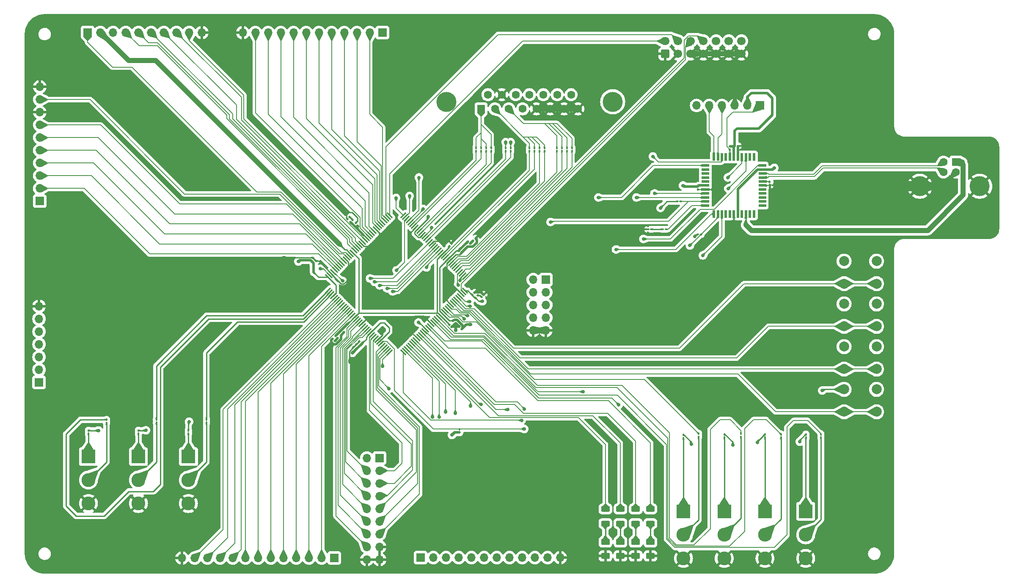
<source format=gbr>
%TF.GenerationSoftware,KiCad,Pcbnew,7.0.1*%
%TF.CreationDate,2023-05-20T11:47:41+02:00*%
%TF.ProjectId,XilinxFPGADevelopmentBoard,58696c69-6e78-4465-9047-41446576656c,rev?*%
%TF.SameCoordinates,Original*%
%TF.FileFunction,Copper,L1,Top*%
%TF.FilePolarity,Positive*%
%FSLAX46Y46*%
G04 Gerber Fmt 4.6, Leading zero omitted, Abs format (unit mm)*
G04 Created by KiCad (PCBNEW 7.0.1) date 2023-05-20 11:47:41*
%MOMM*%
%LPD*%
G01*
G04 APERTURE LIST*
G04 Aperture macros list*
%AMRoundRect*
0 Rectangle with rounded corners*
0 $1 Rounding radius*
0 $2 $3 $4 $5 $6 $7 $8 $9 X,Y pos of 4 corners*
0 Add a 4 corners polygon primitive as box body*
4,1,4,$2,$3,$4,$5,$6,$7,$8,$9,$2,$3,0*
0 Add four circle primitives for the rounded corners*
1,1,$1+$1,$2,$3*
1,1,$1+$1,$4,$5*
1,1,$1+$1,$6,$7*
1,1,$1+$1,$8,$9*
0 Add four rect primitives between the rounded corners*
20,1,$1+$1,$2,$3,$4,$5,0*
20,1,$1+$1,$4,$5,$6,$7,0*
20,1,$1+$1,$6,$7,$8,$9,0*
20,1,$1+$1,$8,$9,$2,$3,0*%
G04 Aperture macros list end*
%TA.AperFunction,SMDPad,CuDef*%
%ADD10RoundRect,0.100000X0.100000X-0.130000X0.100000X0.130000X-0.100000X0.130000X-0.100000X-0.130000X0*%
%TD*%
%TA.AperFunction,SMDPad,CuDef*%
%ADD11RoundRect,0.100000X-0.021213X-0.162635X0.162635X0.021213X0.021213X0.162635X-0.162635X-0.021213X0*%
%TD*%
%TA.AperFunction,SMDPad,CuDef*%
%ADD12RoundRect,0.250000X-0.625000X0.312500X-0.625000X-0.312500X0.625000X-0.312500X0.625000X0.312500X0*%
%TD*%
%TA.AperFunction,ComponentPad*%
%ADD13C,2.000000*%
%TD*%
%TA.AperFunction,ComponentPad*%
%ADD14R,1.700000X1.700000*%
%TD*%
%TA.AperFunction,ComponentPad*%
%ADD15O,1.700000X1.700000*%
%TD*%
%TA.AperFunction,SMDPad,CuDef*%
%ADD16RoundRect,0.100000X0.130000X0.100000X-0.130000X0.100000X-0.130000X-0.100000X0.130000X-0.100000X0*%
%TD*%
%TA.AperFunction,SMDPad,CuDef*%
%ADD17RoundRect,0.100000X0.162635X-0.021213X-0.021213X0.162635X-0.162635X0.021213X0.021213X-0.162635X0*%
%TD*%
%TA.AperFunction,SMDPad,CuDef*%
%ADD18RoundRect,0.100000X-0.162635X0.021213X0.021213X-0.162635X0.162635X-0.021213X-0.021213X0.162635X0*%
%TD*%
%TA.AperFunction,SMDPad,CuDef*%
%ADD19RoundRect,0.100000X-0.130000X-0.100000X0.130000X-0.100000X0.130000X0.100000X-0.130000X0.100000X0*%
%TD*%
%TA.AperFunction,SMDPad,CuDef*%
%ADD20RoundRect,0.100000X-0.100000X0.130000X-0.100000X-0.130000X0.100000X-0.130000X0.100000X0.130000X0*%
%TD*%
%TA.AperFunction,ComponentPad*%
%ADD21R,2.775000X2.775000*%
%TD*%
%TA.AperFunction,ComponentPad*%
%ADD22C,2.775000*%
%TD*%
%TA.AperFunction,ComponentPad*%
%ADD23C,4.000000*%
%TD*%
%TA.AperFunction,ComponentPad*%
%ADD24R,1.600000X1.600000*%
%TD*%
%TA.AperFunction,ComponentPad*%
%ADD25C,1.600000*%
%TD*%
%TA.AperFunction,SMDPad,CuDef*%
%ADD26RoundRect,0.250000X0.625000X-0.375000X0.625000X0.375000X-0.625000X0.375000X-0.625000X-0.375000X0*%
%TD*%
%TA.AperFunction,SMDPad,CuDef*%
%ADD27RoundRect,0.100000X0.021213X0.162635X-0.162635X-0.021213X-0.021213X-0.162635X0.162635X0.021213X0*%
%TD*%
%TA.AperFunction,SMDPad,CuDef*%
%ADD28R,1.500000X0.550000*%
%TD*%
%TA.AperFunction,SMDPad,CuDef*%
%ADD29R,0.550000X1.500000*%
%TD*%
%TA.AperFunction,SMDPad,CuDef*%
%ADD30RoundRect,0.011200X-0.602879X0.420729X0.420729X-0.602879X0.602879X-0.420729X-0.420729X0.602879X0*%
%TD*%
%TA.AperFunction,SMDPad,CuDef*%
%ADD31RoundRect,0.011200X-0.420729X-0.602879X0.602879X0.420729X0.420729X0.602879X-0.602879X-0.420729X0*%
%TD*%
%TA.AperFunction,ComponentPad*%
%ADD32RoundRect,0.250000X0.600000X-0.600000X0.600000X0.600000X-0.600000X0.600000X-0.600000X-0.600000X0*%
%TD*%
%TA.AperFunction,ComponentPad*%
%ADD33C,1.700000*%
%TD*%
%TA.AperFunction,ViaPad*%
%ADD34C,0.700000*%
%TD*%
%TA.AperFunction,Conductor*%
%ADD35C,0.254000*%
%TD*%
%TA.AperFunction,Conductor*%
%ADD36C,0.127000*%
%TD*%
%TA.AperFunction,Conductor*%
%ADD37C,0.508000*%
%TD*%
%TA.AperFunction,Conductor*%
%ADD38C,1.000000*%
%TD*%
%TA.AperFunction,Conductor*%
%ADD39C,2.000000*%
%TD*%
%TA.AperFunction,Conductor*%
%ADD40C,0.250000*%
%TD*%
%TA.AperFunction,Conductor*%
%ADD41C,0.200000*%
%TD*%
G04 APERTURE END LIST*
D10*
%TO.P,RB3,1*%
%TO.N,VGA_B3*%
X175490000Y-75429669D03*
%TO.P,RB3,2*%
%TO.N,/VGA Connector/VGA_BLUE*%
X175490000Y-74789669D03*
%TD*%
D11*
%TO.P,RZ2,1*%
%TO.N,+3.3V*%
X159173726Y-104750000D03*
%TO.P,RZ2,2*%
%TO.N,Net-(C14-Pad1)*%
X159626274Y-104297452D03*
%TD*%
D10*
%TO.P,RB0,1*%
%TO.N,VGA_B0*%
X177490000Y-75429669D03*
%TO.P,RB0,2*%
%TO.N,/VGA Connector/VGA_BLUE*%
X177490000Y-74789669D03*
%TD*%
%TO.P,RB1,1*%
%TO.N,VGA_B1*%
X178490000Y-75429669D03*
%TO.P,RB1,2*%
%TO.N,/VGA Connector/VGA_BLUE*%
X178490000Y-74789669D03*
%TD*%
%TO.P,RSYNC2,1*%
%TO.N,VGA_VSYNC*%
X166240000Y-75429669D03*
%TO.P,RSYNC2,2*%
%TO.N,/VGA Connector/VSYNC_OUT*%
X166240000Y-74789669D03*
%TD*%
D12*
%TO.P,R1,1*%
%TO.N,LED_1*%
X185200000Y-147042000D03*
%TO.P,R1,2*%
%TO.N,Net-(D1-A)*%
X185200000Y-149967000D03*
%TD*%
D10*
%TO.P,R8,1*%
%TO.N,Net-(SW1-A)*%
X81760000Y-131970000D03*
%TO.P,R8,2*%
%TO.N,+3.3V*%
X81760000Y-131330000D03*
%TD*%
D13*
%TO.P,Button3,1,1*%
%TO.N,BUTTON_3*%
X239450000Y-110500000D03*
X232950000Y-110500000D03*
%TO.P,Button3,2,2*%
%TO.N,+3.3V*%
X239450000Y-106000000D03*
X232950000Y-106000000D03*
%TD*%
D10*
%TO.P,RR2,1*%
%TO.N,VGA_R2*%
X160315000Y-75429669D03*
%TO.P,RR2,2*%
%TO.N,/VGA Connector/VGA_RED*%
X160315000Y-74789669D03*
%TD*%
D14*
%TO.P,J5,1,Pin_1*%
%TO.N,+3.3V*%
X140575000Y-51700000D03*
D15*
%TO.P,J5,2,Pin_2*%
%TO.N,IO_3b3*%
X138035000Y-51700000D03*
%TO.P,J5,3,Pin_3*%
%TO.N,IO_4b3*%
X135495000Y-51700000D03*
%TO.P,J5,4,Pin_4*%
%TO.N,IO_5b3*%
X132955000Y-51700000D03*
%TO.P,J5,5,Pin_5*%
%TO.N,IO_6b3*%
X130415000Y-51700000D03*
%TO.P,J5,6,Pin_6*%
%TO.N,IO_7b3*%
X127875000Y-51700000D03*
%TO.P,J5,7,Pin_7*%
%TO.N,IO_8B3*%
X125335000Y-51700000D03*
%TO.P,J5,8,Pin_8*%
%TO.N,IO_10b3*%
X122795000Y-51700000D03*
%TO.P,J5,9,Pin_9*%
%TO.N,IO_11b3*%
X120255000Y-51700000D03*
%TO.P,J5,10,Pin_10*%
%TO.N,IO_12b3{slash}LHCLK0*%
X117715000Y-51700000D03*
%TO.P,J5,11,Pin_11*%
%TO.N,IO_13b3{slash}LHCLK1*%
X115175000Y-51700000D03*
%TO.P,J5,12,Pin_12*%
%TO.N,GND*%
X112635000Y-51700000D03*
%TD*%
D16*
%TO.P,R19,1*%
%TO.N,PIC_LED*%
X197290000Y-91060000D03*
%TO.P,R19,2*%
%TO.N,Net-(D9-A)*%
X196650000Y-91060000D03*
%TD*%
D17*
%TO.P,C19,1*%
%TO.N,Net-(C19-Pad1)*%
X131026274Y-113426274D03*
%TO.P,C19,2*%
%TO.N,GND*%
X130573726Y-112973726D03*
%TD*%
D14*
%TO.P,J12,1,Pin_1*%
%TO.N,+3.3V*%
X140000000Y-136840000D03*
D15*
%TO.P,J12,2,Pin_2*%
X137460000Y-136840000D03*
%TO.P,J12,3,Pin_3*%
%TO.N,PIN_62*%
X140000000Y-139380000D03*
%TO.P,J12,4,Pin_4*%
%TO.N,PIN_60*%
X137460000Y-139380000D03*
%TO.P,J12,5,Pin_5*%
%TO.N,PIN_63*%
X140000000Y-141920000D03*
%TO.P,J12,6,Pin_6*%
%TO.N,PIN_59*%
X137460000Y-141920000D03*
%TO.P,J12,7,Pin_7*%
%TO.N,PIN_64*%
X140000000Y-144460000D03*
%TO.P,J12,8,Pin_8*%
%TO.N,PIN_58*%
X137460000Y-144460000D03*
%TO.P,J12,9,Pin_9*%
%TO.N,PIN_68*%
X140000000Y-147000000D03*
%TO.P,J12,10,Pin_10*%
%TO.N,PIN_57*%
X137460000Y-147000000D03*
%TO.P,J12,11,Pin_11*%
%TO.N,PIN_69*%
X140000000Y-149540000D03*
%TO.P,J12,12,Pin_12*%
%TO.N,PIN_55*%
X137460000Y-149540000D03*
%TO.P,J12,13,Pin_13*%
%TO.N,PIN_70*%
X140000000Y-152080000D03*
%TO.P,J12,14,Pin_14*%
%TO.N,PIN_54*%
X137460000Y-152080000D03*
%TO.P,J12,15,Pin_15*%
%TO.N,GND*%
X140000000Y-154620000D03*
%TO.P,J12,16,Pin_16*%
%TO.N,PIN_53*%
X137460000Y-154620000D03*
%TO.P,J12,17,Pin_17*%
%TO.N,GND*%
X140000000Y-157160000D03*
%TO.P,J12,18,Pin_18*%
X137460000Y-157160000D03*
%TD*%
D10*
%TO.P,R12,1*%
%TO.N,+3.3V*%
X156000000Y-131720000D03*
%TO.P,R12,2*%
%TO.N,INIT_B*%
X156000000Y-131080000D03*
%TD*%
D17*
%TO.P,C5,1*%
%TO.N,+3.3V*%
X135816274Y-114586274D03*
%TO.P,C5,2*%
%TO.N,GND*%
X135363726Y-114133726D03*
%TD*%
D11*
%TO.P,C9,1*%
%TO.N,Net-(C9-Pad1)*%
X158733726Y-93386274D03*
%TO.P,C9,2*%
%TO.N,GND*%
X159186274Y-92933726D03*
%TD*%
D18*
%TO.P,RZ1,1*%
%TO.N,+3.3V*%
X157685822Y-93485822D03*
%TO.P,RZ1,2*%
%TO.N,Net-(C9-Pad1)*%
X158138370Y-93938370D03*
%TD*%
D11*
%TO.P,C15,1*%
%TO.N,+1V2*%
X153973726Y-94426274D03*
%TO.P,C15,2*%
%TO.N,GND*%
X154426274Y-93973726D03*
%TD*%
D19*
%TO.P,R11,1*%
%TO.N,+3.3V*%
X203680000Y-92100000D03*
%TO.P,R11,2*%
%TO.N,DONE*%
X204320000Y-92100000D03*
%TD*%
D13*
%TO.P,Button2,1,1*%
%TO.N,BUTTON_2*%
X239450000Y-119050000D03*
X232950000Y-119050000D03*
%TO.P,Button2,2,2*%
%TO.N,+3.3V*%
X239450000Y-114550000D03*
X232950000Y-114550000D03*
%TD*%
D18*
%TO.P,C2,1*%
%TO.N,+3.3V*%
X155929774Y-95374774D03*
%TO.P,C2,2*%
%TO.N,GND*%
X156382322Y-95827322D03*
%TD*%
D10*
%TO.P,RG1,1*%
%TO.N,VGA_G1*%
X172990000Y-75429669D03*
%TO.P,RG1,2*%
%TO.N,/VGA Connector/VGA_GREEN*%
X172990000Y-74789669D03*
%TD*%
D20*
%TO.P,R28,1*%
%TO.N,SWITCH_3*%
X212322733Y-131970500D03*
%TO.P,R28,2*%
%TO.N,Net-(SW9-B)*%
X212322733Y-132610500D03*
%TD*%
D21*
%TO.P,SW1,1,A*%
%TO.N,Net-(SW1-A)*%
X81760000Y-136550000D03*
D22*
%TO.P,SW1,2,B*%
%TO.N,Net-(SW1-B)*%
X81760000Y-141250000D03*
%TO.P,SW1,3,C*%
%TO.N,GND*%
X81760000Y-145950000D03*
%TD*%
D23*
%TO.P,J2,0*%
%TO.N,N/C*%
X186660000Y-65545000D03*
X153360000Y-65545000D03*
D24*
%TO.P,J2,1*%
%TO.N,/VGA Connector/VGA_RED*%
X160315000Y-66965000D03*
D25*
%TO.P,J2,2*%
%TO.N,/VGA Connector/VGA_GREEN*%
X163085000Y-66965000D03*
%TO.P,J2,3*%
%TO.N,/VGA Connector/VGA_BLUE*%
X165855000Y-66965000D03*
%TO.P,J2,4*%
%TO.N,unconnected-(J2-Pad4)*%
X168625000Y-66965000D03*
%TO.P,J2,5*%
%TO.N,GND*%
X171395000Y-66965000D03*
%TO.P,J2,6*%
X174165000Y-66965000D03*
%TO.P,J2,7*%
X176935000Y-66965000D03*
%TO.P,J2,8*%
X179705000Y-66965000D03*
%TO.P,J2,9*%
%TO.N,unconnected-(J2-Pad9)*%
X161700000Y-64125000D03*
%TO.P,J2,10*%
%TO.N,GND*%
X164470000Y-64125000D03*
%TO.P,J2,11*%
%TO.N,unconnected-(J2-Pad11)*%
X167240000Y-64125000D03*
%TO.P,J2,12*%
%TO.N,unconnected-(J2-Pad12)*%
X170010000Y-64125000D03*
%TO.P,J2,13*%
%TO.N,/VGA Connector/HSYNC_OUT*%
X172780000Y-64125000D03*
%TO.P,J2,14*%
%TO.N,/VGA Connector/VSYNC_OUT*%
X175550000Y-64125000D03*
%TO.P,J2,15*%
%TO.N,unconnected-(J2-Pad15)*%
X178320000Y-64125000D03*
%TD*%
D18*
%TO.P,C18,1*%
%TO.N,+1V2*%
X131826274Y-111826274D03*
%TO.P,C18,2*%
%TO.N,GND*%
X132278822Y-112278822D03*
%TD*%
D21*
%TO.P,SW9,1,A*%
%TO.N,Net-(SW9-A)*%
X208972733Y-147530000D03*
D22*
%TO.P,SW9,2,B*%
%TO.N,Net-(SW9-B)*%
X208972733Y-152230000D03*
%TO.P,SW9,3,C*%
%TO.N,GND*%
X208972733Y-156930000D03*
%TD*%
D11*
%TO.P,C10,1*%
%TO.N,+3.3V*%
X126829774Y-97870226D03*
%TO.P,C10,2*%
%TO.N,GND*%
X127282322Y-97417678D03*
%TD*%
D10*
%TO.P,RG0,1*%
%TO.N,VGA_G0*%
X171990000Y-75429669D03*
%TO.P,RG0,2*%
%TO.N,/VGA Connector/VGA_GREEN*%
X171990000Y-74789669D03*
%TD*%
D11*
%TO.P,C12,1*%
%TO.N,+3.3V*%
X158523726Y-104226274D03*
%TO.P,C12,2*%
%TO.N,GND*%
X158976274Y-103773726D03*
%TD*%
D18*
%TO.P,RZ3,1*%
%TO.N,+1V2*%
X131200000Y-112400000D03*
%TO.P,RZ3,2*%
%TO.N,Net-(C19-Pad1)*%
X131652548Y-112852548D03*
%TD*%
D20*
%TO.P,R20,1*%
%TO.N,SWITCH_1*%
X228322733Y-132110500D03*
%TO.P,R20,2*%
%TO.N,Net-(SW7-B)*%
X228322733Y-132750500D03*
%TD*%
D14*
%TO.P,J8,1,Pin_1*%
%TO.N,PIN_24*%
X81600000Y-51675000D03*
D15*
%TO.P,J8,2,Pin_2*%
%TO.N,+3.3V*%
X84140000Y-51675000D03*
%TO.P,J8,3,Pin_3*%
%TO.N,PIN_35*%
X86680000Y-51675000D03*
%TO.P,J8,4,Pin_4*%
%TO.N,PIN_21*%
X89220000Y-51675000D03*
%TO.P,J8,5,Pin_5*%
%TO.N,PIN_20*%
X91760000Y-51675000D03*
%TO.P,J8,6,Pin_6*%
%TO.N,PIN_19*%
X94300000Y-51675000D03*
%TO.P,J8,7,Pin_7*%
%TO.N,PIN_18*%
X96840000Y-51675000D03*
%TO.P,J8,8,Pin_8*%
%TO.N,PIN_16*%
X99380000Y-51675000D03*
%TO.P,J8,9,Pin_9*%
%TO.N,PIN_15*%
X101920000Y-51675000D03*
%TO.P,J8,10,Pin_10*%
%TO.N,GND*%
X104460000Y-51675000D03*
%TD*%
D26*
%TO.P,D1,1,K*%
%TO.N,GND*%
X185210000Y-156439500D03*
%TO.P,D1,2,A*%
%TO.N,Net-(D1-A)*%
X185210000Y-153639500D03*
%TD*%
D11*
%TO.P,C7,1*%
%TO.N,+3.3V*%
X134773726Y-90226274D03*
%TO.P,C7,2*%
%TO.N,GND*%
X135226274Y-89773726D03*
%TD*%
D14*
%TO.P,J4,1,Pin_1*%
%TO.N,/USB Interface/{slash}MCLR*%
X216150000Y-66300000D03*
D15*
%TO.P,J4,2,Pin_2*%
%TO.N,+3.3V*%
X213610000Y-66300000D03*
%TO.P,J4,3,Pin_3*%
%TO.N,GND*%
X211070000Y-66300000D03*
%TO.P,J4,4,Pin_4*%
%TO.N,/USB Interface/PGD*%
X208530000Y-66300000D03*
%TO.P,J4,5,Pin_5*%
%TO.N,/USB Interface/PGC*%
X205990000Y-66300000D03*
%TO.P,J4,6,Pin_6*%
%TO.N,unconnected-(J4-Pin_6-Pad6)*%
X203450000Y-66300000D03*
%TD*%
D26*
%TO.P,D2,1,K*%
%TO.N,GND*%
X188200000Y-156439500D03*
%TO.P,D2,2,A*%
%TO.N,Net-(D2-A)*%
X188200000Y-153639500D03*
%TD*%
D10*
%TO.P,R27,1*%
%TO.N,Net-(SW8-A)*%
X217122733Y-132750500D03*
%TO.P,R27,2*%
%TO.N,+3.3V*%
X217122733Y-132110500D03*
%TD*%
D14*
%TO.P,J10,1,Pin_1*%
%TO.N,+3.3V*%
X173290000Y-101130000D03*
D15*
%TO.P,J10,2,Pin_2*%
%TO.N,PIN_142*%
X170750000Y-101130000D03*
%TO.P,J10,3,Pin_3*%
%TO.N,PIN_104*%
X173290000Y-103670000D03*
%TO.P,J10,4,Pin_4*%
%TO.N,PIN_110*%
X170750000Y-103670000D03*
%TO.P,J10,5,Pin_5*%
%TO.N,PIN_97*%
X173290000Y-106210000D03*
%TO.P,J10,6,Pin_6*%
%TO.N,PIN_112*%
X170750000Y-106210000D03*
%TO.P,J10,7,Pin_7*%
%TO.N,PIN_98*%
X173290000Y-108750000D03*
%TO.P,J10,8,Pin_8*%
%TO.N,PIN_105*%
X170750000Y-108750000D03*
%TO.P,J10,9,Pin_9*%
%TO.N,GND*%
X173290000Y-111290000D03*
%TO.P,J10,10,Pin_10*%
X170750000Y-111290000D03*
%TD*%
D14*
%TO.P,J6,1,Pin_1*%
%TO.N,+3.3V*%
X71875000Y-121700000D03*
D15*
%TO.P,J6,2,Pin_2*%
%TO.N,IO_124{slash}GCLK4*%
X71875000Y-119160000D03*
%TO.P,J6,3,Pin_3*%
%TO.N,IO_125{slash}GCLK6*%
X71875000Y-116620000D03*
%TO.P,J6,4,Pin_4*%
%TO.N,IO_126{slash}GCLK5*%
X71875000Y-114080000D03*
%TO.P,J6,5,Pin_5*%
%TO.N,IO_127{slash}GCLK7*%
X71875000Y-111540000D03*
%TO.P,J6,6,Pin_6*%
%TO.N,IO_129{slash}GCLK8*%
X71875000Y-109000000D03*
%TO.P,J6,7,Pin_7*%
%TO.N,GND*%
X71875000Y-106460000D03*
%TD*%
D27*
%TO.P,C28,1*%
%TO.N,Net-(C28-Pad1)*%
X134026274Y-88573726D03*
%TO.P,C28,2*%
%TO.N,GND*%
X133573726Y-89026274D03*
%TD*%
D21*
%TO.P,SW8,1,A*%
%TO.N,Net-(SW8-A)*%
X217122733Y-147530000D03*
D22*
%TO.P,SW8,2,B*%
%TO.N,Net-(SW8-B)*%
X217122733Y-152230000D03*
%TO.P,SW8,3,C*%
%TO.N,GND*%
X217122733Y-156930000D03*
%TD*%
D14*
%TO.P,J7,1,Pin_1*%
%TO.N,+3.3V*%
X72000000Y-85425000D03*
D15*
%TO.P,J7,2,Pin_2*%
%TO.N,PIN_32*%
X72000000Y-82885000D03*
%TO.P,J7,3,Pin_3*%
%TO.N,PIN_31*%
X72000000Y-80345000D03*
%TO.P,J7,4,Pin_4*%
%TO.N,PIN_30*%
X72000000Y-77805000D03*
%TO.P,J7,5,Pin_5*%
%TO.N,PIN_29*%
X72000000Y-75265000D03*
%TO.P,J7,6,Pin_6*%
%TO.N,PIN_28*%
X72000000Y-72725000D03*
%TO.P,J7,7,Pin_7*%
%TO.N,PIN_27*%
X72000000Y-70185000D03*
%TO.P,J7,8,Pin_8*%
%TO.N,GND*%
X72000000Y-67645000D03*
%TO.P,J7,9,Pin_9*%
%TO.N,PIN_25*%
X72000000Y-65105000D03*
%TO.P,J7,10,Pin_10*%
%TO.N,GND*%
X72000000Y-62565000D03*
%TD*%
D28*
%TO.P,U2,1,RB9*%
%TO.N,unconnected-(U2-RB9-Pad1)*%
X216600000Y-86300000D03*
%TO.P,U2,2,RC6*%
%TO.N,unconnected-(U2-RC6-Pad2)*%
X216600000Y-85500000D03*
%TO.P,U2,3,RC7*%
%TO.N,unconnected-(U2-RC7-Pad3)*%
X216600000Y-84700000D03*
%TO.P,U2,4,RC8*%
%TO.N,unconnected-(U2-RC8-Pad4)*%
X216600000Y-83900000D03*
%TO.P,U2,5,RC9*%
%TO.N,unconnected-(U2-RC9-Pad5)*%
X216600000Y-83100000D03*
%TO.P,U2,6,VSS*%
%TO.N,GND*%
X216600000Y-82300000D03*
%TO.P,U2,7,VCAP*%
%TO.N,/USB Interface/VCAP*%
X216600000Y-81500000D03*
%TO.P,U2,8,RB10*%
%TO.N,/USB Interface/D+*%
X216600000Y-80700000D03*
%TO.P,U2,9,RB11*%
%TO.N,/USB Interface/D-*%
X216600000Y-79900000D03*
%TO.P,U2,10,VUSB3V3*%
%TO.N,+3.3V*%
X216600000Y-79100000D03*
%TO.P,U2,11,RB13*%
%TO.N,DIN*%
X216600000Y-78300000D03*
D29*
%TO.P,U2,12,RA10*%
%TO.N,unconnected-(U2-RA10-Pad12)*%
X214900000Y-76600000D03*
%TO.P,U2,13,RA7*%
%TO.N,unconnected-(U2-RA7-Pad13)*%
X214100000Y-76600000D03*
%TO.P,U2,14,RB14*%
%TO.N,CCLK*%
X213300000Y-76600000D03*
%TO.P,U2,15,RB15*%
%TO.N,MCU_CLK*%
X212500000Y-76600000D03*
%TO.P,U2,16,AVSS*%
%TO.N,GND*%
X211700000Y-76600000D03*
%TO.P,U2,17,AVDD*%
%TO.N,+3.3V*%
X210900000Y-76600000D03*
%TO.P,U2,18,~{MCLR}*%
%TO.N,/USB Interface/{slash}MCLR*%
X210100000Y-76600000D03*
%TO.P,U2,19,RA0*%
%TO.N,unconnected-(U2-RA0-Pad19)*%
X209300000Y-76600000D03*
%TO.P,U2,20,RA1*%
%TO.N,MCU_MOSI*%
X208500000Y-76600000D03*
%TO.P,U2,21,RB0*%
%TO.N,/USB Interface/PGD*%
X207700000Y-76600000D03*
%TO.P,U2,22,RB1*%
%TO.N,/USB Interface/PGC*%
X206900000Y-76600000D03*
D28*
%TO.P,U2,23,RB2*%
%TO.N,FPGA_CLK*%
X205200000Y-78300000D03*
%TO.P,U2,24,RB3*%
%TO.N,unconnected-(U2-RB3-Pad24)*%
X205200000Y-79100000D03*
%TO.P,U2,25,RC0*%
%TO.N,unconnected-(U2-RC0-Pad25)*%
X205200000Y-79900000D03*
%TO.P,U2,26,RC1*%
%TO.N,unconnected-(U2-RC1-Pad26)*%
X205200000Y-80700000D03*
%TO.P,U2,27,RC2*%
%TO.N,unconnected-(U2-RC2-Pad27)*%
X205200000Y-81500000D03*
%TO.P,U2,28,VDD*%
%TO.N,+3.3V*%
X205200000Y-82300000D03*
%TO.P,U2,29,VSS*%
%TO.N,GND*%
X205200000Y-83100000D03*
%TO.P,U2,30,RA2*%
%TO.N,MCU_MISO*%
X205200000Y-83900000D03*
%TO.P,U2,31,RA3*%
%TO.N,MCU_CS*%
X205200000Y-84700000D03*
%TO.P,U2,32,RA8*%
%TO.N,PROG_B*%
X205200000Y-85500000D03*
%TO.P,U2,33,RB4*%
%TO.N,PIC_LED*%
X205200000Y-86300000D03*
D29*
%TO.P,U2,34,RA4*%
%TO.N,RESET*%
X206900000Y-88000000D03*
%TO.P,U2,35,RA9*%
%TO.N,DONE*%
X207700000Y-88000000D03*
%TO.P,U2,36,RC3*%
%TO.N,INIT_B*%
X208500000Y-88000000D03*
%TO.P,U2,37,RC4*%
%TO.N,unconnected-(U2-RC4-Pad37)*%
X209300000Y-88000000D03*
%TO.P,U2,38,RC5*%
%TO.N,unconnected-(U2-RC5-Pad38)*%
X210100000Y-88000000D03*
%TO.P,U2,39,VSS*%
%TO.N,GND*%
X210900000Y-88000000D03*
%TO.P,U2,40,VDD*%
%TO.N,+3.3V*%
X211700000Y-88000000D03*
%TO.P,U2,41,RB5*%
%TO.N,unconnected-(U2-RB5-Pad41)*%
X212500000Y-88000000D03*
%TO.P,U2,42,VBUS*%
%TO.N,+5V*%
X213300000Y-88000000D03*
%TO.P,U2,43,RB7*%
%TO.N,unconnected-(U2-RB7-Pad43)*%
X214100000Y-88000000D03*
%TO.P,U2,44,RB8*%
%TO.N,unconnected-(U2-RB8-Pad44)*%
X214900000Y-88000000D03*
%TD*%
D20*
%TO.P,R30,1*%
%TO.N,SWITCH_4*%
X203822733Y-131970500D03*
%TO.P,R30,2*%
%TO.N,Net-(SW10-B)*%
X203822733Y-132610500D03*
%TD*%
D10*
%TO.P,RR0,1*%
%TO.N,VGA_R0*%
X162315000Y-75429669D03*
%TO.P,RR0,2*%
%TO.N,/VGA Connector/VGA_RED*%
X162315000Y-74789669D03*
%TD*%
D14*
%TO.P,J11,1,Pin_1*%
%TO.N,+3.3V*%
X148230000Y-156790000D03*
D15*
%TO.P,J11,2,Pin_2*%
%TO.N,PIN_74*%
X150770000Y-156790000D03*
%TO.P,J11,3,Pin_3*%
%TO.N,PIN_75*%
X153310000Y-156790000D03*
%TO.P,J11,4,Pin_4*%
%TO.N,PIN_76*%
X155850000Y-156790000D03*
%TO.P,J11,5,Pin_5*%
%TO.N,PIN_77*%
X158390000Y-156790000D03*
%TO.P,J11,6,Pin_6*%
%TO.N,PIN_78*%
X160930000Y-156790000D03*
%TO.P,J11,7,Pin_7*%
%TO.N,PIN_80*%
X163470000Y-156790000D03*
%TO.P,J11,8,Pin_8*%
%TO.N,PIN_83*%
X166010000Y-156790000D03*
%TO.P,J11,9,Pin_9*%
%TO.N,PIN_85*%
X168550000Y-156790000D03*
%TO.P,J11,10,Pin_10*%
%TO.N,PIN_91*%
X171090000Y-156790000D03*
%TO.P,J11,11,Pin_11*%
%TO.N,PIN_88*%
X173630000Y-156790000D03*
%TO.P,J11,12,Pin_12*%
%TO.N,GND*%
X176170000Y-156790000D03*
%TD*%
D17*
%TO.P,C4,1*%
%TO.N,+3.3V*%
X156426274Y-111026274D03*
%TO.P,C4,2*%
%TO.N,GND*%
X155973726Y-110573726D03*
%TD*%
D18*
%TO.P,C11,1*%
%TO.N,+3.3V*%
X156529774Y-94729774D03*
%TO.P,C11,2*%
%TO.N,GND*%
X156982322Y-95182322D03*
%TD*%
D10*
%TO.P,R25,1*%
%TO.N,Net-(SW7-A)*%
X225322733Y-132750500D03*
%TO.P,R25,2*%
%TO.N,+3.3V*%
X225322733Y-132110500D03*
%TD*%
D26*
%TO.P,D3,1,K*%
%TO.N,GND*%
X191250000Y-156439500D03*
%TO.P,D3,2,A*%
%TO.N,Net-(D3-A)*%
X191250000Y-153639500D03*
%TD*%
D18*
%TO.P,C3,1*%
%TO.N,+3.3V*%
X154773726Y-109373726D03*
%TO.P,C3,2*%
%TO.N,GND*%
X155226274Y-109826274D03*
%TD*%
D20*
%TO.P,R26,1*%
%TO.N,SWITCH_2*%
X220322733Y-132110500D03*
%TO.P,R26,2*%
%TO.N,Net-(SW8-B)*%
X220322733Y-132750500D03*
%TD*%
D21*
%TO.P,SW7,1,A*%
%TO.N,Net-(SW7-A)*%
X225272733Y-147530000D03*
D22*
%TO.P,SW7,2,B*%
%TO.N,Net-(SW7-B)*%
X225272733Y-152230000D03*
%TO.P,SW7,3,C*%
%TO.N,GND*%
X225272733Y-156930000D03*
%TD*%
D20*
%TO.P,R6,1*%
%TO.N,M0*%
X85360000Y-129180000D03*
%TO.P,R6,2*%
%TO.N,Net-(SW1-B)*%
X85360000Y-129820000D03*
%TD*%
D16*
%TO.P,C21,1*%
%TO.N,GND*%
X211720000Y-74400000D03*
%TO.P,C21,2*%
%TO.N,+3.3V*%
X211080000Y-74400000D03*
%TD*%
D20*
%TO.P,R9,1*%
%TO.N,+3.3V*%
X210100000Y-74480000D03*
%TO.P,R9,2*%
%TO.N,/USB Interface/{slash}MCLR*%
X210100000Y-75120000D03*
%TD*%
D12*
%TO.P,R4,1*%
%TO.N,LED_4*%
X194200000Y-147042000D03*
%TO.P,R4,2*%
%TO.N,Net-(D4-A)*%
X194200000Y-149967000D03*
%TD*%
D18*
%TO.P,C1,1*%
%TO.N,+3.3V*%
X157112096Y-94112096D03*
%TO.P,C1,2*%
%TO.N,GND*%
X157564644Y-94564644D03*
%TD*%
D24*
%TO.P,J3,1,VBUS*%
%TO.N,+5V*%
X255340000Y-77610000D03*
D25*
%TO.P,J3,2,D-*%
%TO.N,/USB Interface/D-*%
X252840000Y-77610000D03*
%TO.P,J3,3,D+*%
%TO.N,/USB Interface/D+*%
X252840000Y-79610000D03*
%TO.P,J3,4,GND*%
%TO.N,GND*%
X255340000Y-79610000D03*
D23*
%TO.P,J3,5,Shield*%
X260090000Y-82470000D03*
X248090000Y-82470000D03*
%TD*%
D21*
%TO.P,SW10,1,A*%
%TO.N,Net-(SW10-A)*%
X200822733Y-147530000D03*
D22*
%TO.P,SW10,2,B*%
%TO.N,Net-(SW10-B)*%
X200822733Y-152230000D03*
%TO.P,SW10,3,C*%
%TO.N,GND*%
X200822733Y-156930000D03*
%TD*%
D13*
%TO.P,Button4,1,1*%
%TO.N,BUTTON_4*%
X239450000Y-101950000D03*
X232950000Y-101950000D03*
%TO.P,Button4,2,2*%
%TO.N,+3.3V*%
X239450000Y-97450000D03*
X232950000Y-97450000D03*
%TD*%
D11*
%TO.P,RZ4,1*%
%TO.N,+3.3V*%
X134173726Y-89626274D03*
%TO.P,RZ4,2*%
%TO.N,Net-(C28-Pad1)*%
X134626274Y-89173726D03*
%TD*%
D21*
%TO.P,SW3,1,A*%
%TO.N,Net-(SW3-A)*%
X101760000Y-136550000D03*
D22*
%TO.P,SW3,2,B*%
%TO.N,Net-(SW3-B)*%
X101760000Y-141250000D03*
%TO.P,SW3,3,C*%
%TO.N,GND*%
X101760000Y-145950000D03*
%TD*%
D30*
%TO.P,U1,1,TMS*%
%TO.N,/FPGA & Misc/TMS*%
X142042355Y-88267986D03*
%TO.P,U1,2,TDI*%
%TO.N,/FPGA & Misc/TDI*%
X141688802Y-88621540D03*
%TO.P,U1,3,IO_L02P_3*%
%TO.N,IO_3b3*%
X141335248Y-88975093D03*
%TO.P,U1,4,IO_L01P_3*%
%TO.N,IO_4b3*%
X140981695Y-89328646D03*
%TO.P,U1,5,IO_L02N_3*%
%TO.N,IO_5b3*%
X140628141Y-89682200D03*
%TO.P,U1,6,IO_L01N_3*%
%TO.N,IO_6b3*%
X140274588Y-90035753D03*
%TO.P,U1,7,IO_L03P_3*%
%TO.N,IO_7b3*%
X139921035Y-90389307D03*
%TO.P,U1,8,IO_L03N_3*%
%TO.N,IO_8B3*%
X139567481Y-90742860D03*
%TO.P,U1,9,GND*%
%TO.N,GND*%
X139213928Y-91096413D03*
%TO.P,U1,10,IO_L04P_3*%
%TO.N,IO_10b3*%
X138860374Y-91449967D03*
%TO.P,U1,11,IO_L04N_3/VREF_3*%
%TO.N,IO_11b3*%
X138506821Y-91803520D03*
%TO.P,U1,12,IO_L05P_3/LHCLK0*%
%TO.N,IO_12b3{slash}LHCLK0*%
X138153268Y-92157074D03*
%TO.P,U1,13,IO_L05N_3/LHCLK1*%
%TO.N,IO_13b3{slash}LHCLK1*%
X137799714Y-92510627D03*
%TO.P,U1,14,VCCO3*%
%TO.N,+3.3V*%
X137446161Y-92864180D03*
%TO.P,U1,15,IO_L06P_3/LHCLK2*%
%TO.N,PIN_15*%
X137092608Y-93217734D03*
%TO.P,U1,16,IO_L06N_3/IRDY2/LHCLK3*%
%TO.N,PIN_16*%
X136739054Y-93571287D03*
%TO.P,U1,17,GND*%
%TO.N,GND*%
X136385501Y-93924841D03*
%TO.P,U1,18,IO_L07P_3/LHCLK4*%
%TO.N,PIN_18*%
X136031947Y-94278394D03*
%TO.P,U1,19,IO_L08P_3/TRDY2/LHCLK6*%
%TO.N,PIN_19*%
X135678394Y-94631947D03*
%TO.P,U1,20,IO_L07N_3/LHCLK5*%
%TO.N,PIN_20*%
X135324841Y-94985501D03*
%TO.P,U1,21,IO_L08N_3/LHCLK7*%
%TO.N,PIN_21*%
X134971287Y-95339054D03*
%TO.P,U1,22,VCCINT*%
%TO.N,+1V2*%
X134617734Y-95692608D03*
%TO.P,U1,23,VCCO3*%
%TO.N,+3.3V*%
X134264180Y-96046161D03*
%TO.P,U1,24,IO_L09P_3*%
%TO.N,PIN_24*%
X133910627Y-96399714D03*
%TO.P,U1,25,IO_L09N_3*%
%TO.N,PIN_25*%
X133557074Y-96753268D03*
%TO.P,U1,26,GND*%
%TO.N,GND*%
X133203520Y-97106821D03*
%TO.P,U1,27,IO_L10P_3*%
%TO.N,PIN_27*%
X132849967Y-97460374D03*
%TO.P,U1,28,IO_L11P_3*%
%TO.N,PIN_28*%
X132496413Y-97813928D03*
%TO.P,U1,29,IO_L10N_3*%
%TO.N,PIN_29*%
X132142860Y-98167481D03*
%TO.P,U1,30,IO_L11N_3*%
%TO.N,PIN_30*%
X131789307Y-98521035D03*
%TO.P,U1,31,IO_L12P_3*%
%TO.N,PIN_31*%
X131435753Y-98874588D03*
%TO.P,U1,32,IO_L12N_3*%
%TO.N,PIN_32*%
X131082200Y-99228141D03*
%TO.P,U1,33,IN_L13P_3*%
%TO.N,MCU_CS*%
X130728646Y-99581695D03*
%TO.P,U1,34,GND*%
%TO.N,GND*%
X130375093Y-99935248D03*
%TO.P,U1,35,IN_L13N_3/VREF_3*%
%TO.N,PIN_35*%
X130021540Y-100288802D03*
%TO.P,U1,36,VCCAUX*%
%TO.N,+3.3V*%
X129667986Y-100642355D03*
D31*
%TO.P,U1,37,IO_L01P_2/M1*%
%TO.N,M1*%
X129667986Y-103357645D03*
%TO.P,U1,38,IO_L01N_2/M0*%
%TO.N,M0*%
X130021540Y-103711198D03*
%TO.P,U1,39,IO_L02P_2/M2*%
%TO.N,M2*%
X130375093Y-104064752D03*
%TO.P,U1,40,VCCO2*%
%TO.N,+3.3V*%
X130728646Y-104418305D03*
%TO.P,U1,41,IO_L02N_2/CSO_B*%
%TO.N,PIN_41*%
X131082200Y-104771859D03*
%TO.P,U1,42,IO_L03P_2/RDWR_B*%
%TO.N,PIN_42*%
X131435753Y-105125412D03*
%TO.P,U1,43,IO_L04P_2/VS2*%
%TO.N,PIN_43*%
X131789307Y-105478965D03*
%TO.P,U1,44,IO_L03N_2/VS1*%
%TO.N,PIN_44*%
X132142860Y-105832519D03*
%TO.P,U1,45,IO_L04N_2/VS0*%
%TO.N,PIN_45*%
X132496413Y-106186072D03*
%TO.P,U1,46,IO_L05P_2*%
%TO.N,PIN_46*%
X132849967Y-106539626D03*
%TO.P,U1,47,IO_L06P_2*%
%TO.N,PIN_47*%
X133203520Y-106893179D03*
%TO.P,U1,48,IO_L05N_2/D7*%
%TO.N,PIN_48*%
X133557074Y-107246732D03*
%TO.P,U1,49,IO_L06N_2/D6*%
%TO.N,PIN_49*%
X133910627Y-107600286D03*
%TO.P,U1,50,IO_L07P_2/D5*%
%TO.N,PIN_50*%
X134264180Y-107953839D03*
%TO.P,U1,51,IO_L07N_2/D4*%
%TO.N,PIN_51*%
X134617734Y-108307392D03*
%TO.P,U1,52,VCCINT*%
%TO.N,+1V2*%
X134971287Y-108660946D03*
%TO.P,U1,53,IP_2/VREF_2*%
%TO.N,PIN_53*%
X135324841Y-109014499D03*
%TO.P,U1,54,IO_L08P_2/GCLK14*%
%TO.N,PIN_54*%
X135678394Y-109368053D03*
%TO.P,U1,55,IO_L08N_2/GCLK15*%
%TO.N,PIN_55*%
X136031947Y-109721606D03*
%TO.P,U1,56,GND*%
%TO.N,GND*%
X136385501Y-110075159D03*
%TO.P,U1,57,IO_L09P_2/GCLK0*%
%TO.N,PIN_57*%
X136739054Y-110428713D03*
%TO.P,U1,58,IO_L10P_2/GCLK2*%
%TO.N,PIN_58*%
X137092608Y-110782266D03*
%TO.P,U1,59,IO_L09N_2/GCLK1*%
%TO.N,PIN_59*%
X137446161Y-111135820D03*
%TO.P,U1,60,IO_L10N_2/GCLK3*%
%TO.N,PIN_60*%
X137799714Y-111489373D03*
%TO.P,U1,61,VCCO2*%
%TO.N,+3.3V*%
X138153268Y-111842926D03*
%TO.P,U1,62,IO_2/MOSI/CSI_B*%
%TO.N,PIN_62*%
X138506821Y-112196480D03*
%TO.P,U1,63,IO_L11P_2/AWAKE*%
%TO.N,PIN_63*%
X138860374Y-112550033D03*
%TO.P,U1,64,IO_L11N_2/DOUT*%
%TO.N,PIN_64*%
X139213928Y-112903587D03*
%TO.P,U1,65,GND*%
%TO.N,GND*%
X139567481Y-113257140D03*
%TO.P,U1,66,VCCAUX*%
%TO.N,+3.3V*%
X139921035Y-113610693D03*
%TO.P,U1,67,IO_L12P_2/INIT_B*%
%TO.N,INIT_B*%
X140274588Y-113964247D03*
%TO.P,U1,68,IO_L12N_2/D3*%
%TO.N,PIN_68*%
X140628141Y-114317800D03*
%TO.P,U1,69,IO_L13P_2/D2*%
%TO.N,PIN_69*%
X140981695Y-114671354D03*
%TO.P,U1,70,IO_L14P_2/D1*%
%TO.N,PIN_70*%
X141335248Y-115024907D03*
%TO.P,U1,71,IO_L13N_2/D0/DIN/MISO*%
%TO.N,DIN*%
X141688802Y-115378460D03*
%TO.P,U1,72,IO_L14N_2/CCLK*%
%TO.N,CCLK*%
X142042355Y-115732014D03*
D30*
%TO.P,U1,73,DONE*%
%TO.N,DONE*%
X144757645Y-115732014D03*
%TO.P,U1,74,SUSPEND*%
%TO.N,PIN_74*%
X145111198Y-115378460D03*
%TO.P,U1,75,IO_L02P_1/LDC1*%
%TO.N,PIN_75*%
X145464752Y-115024907D03*
%TO.P,U1,76,IO_L01P_1/HDC*%
%TO.N,PIN_76*%
X145818305Y-114671354D03*
%TO.P,U1,77,IO_L02N_1/LDC0*%
%TO.N,PIN_77*%
X146171859Y-114317800D03*
%TO.P,U1,78,IO_L01N_1/LDC2*%
%TO.N,PIN_78*%
X146525412Y-113964247D03*
%TO.P,U1,79,IO_1*%
%TO.N,LED_1*%
X146878965Y-113610693D03*
%TO.P,U1,80,IP_1/VREF_1*%
%TO.N,PIN_80*%
X147232519Y-113257140D03*
%TO.P,U1,81,GND*%
%TO.N,GND*%
X147586072Y-112903587D03*
%TO.P,U1,82,IO_L03P_1*%
%TO.N,LED_2*%
X147939626Y-112550033D03*
%TO.P,U1,83,IO_L04P_1/RHCLK0*%
%TO.N,PIN_83*%
X148293179Y-112196480D03*
%TO.P,U1,84,IO_L03N_1*%
%TO.N,LED_3*%
X148646732Y-111842926D03*
%TO.P,U1,85,IO_L04N_1/RHCLK1*%
%TO.N,PIN_85*%
X149000286Y-111489373D03*
%TO.P,U1,86,VCCO1*%
%TO.N,+3.3V*%
X149353839Y-111135820D03*
%TO.P,U1,87,IO_L05P_1/RHCLK2*%
%TO.N,LED_4*%
X149707392Y-110782266D03*
%TO.P,U1,88,IO_L05N_1/TRDY1/RHCLK3*%
%TO.N,PIN_88*%
X150060946Y-110428713D03*
%TO.P,U1,89,GND*%
%TO.N,GND*%
X150414499Y-110075159D03*
%TO.P,U1,90,IO_L06P_1/RHCLK4*%
%TO.N,SWITCH_1*%
X150768053Y-109721606D03*
%TO.P,U1,91,IO_L07P_1/IRDY1/RHCLK6*%
%TO.N,PIN_91*%
X151121606Y-109368053D03*
%TO.P,U1,92,IO_L06N_1/RHCLK5*%
%TO.N,SWITCH_2*%
X151475159Y-109014499D03*
%TO.P,U1,93,IO_L07N_1/RHCLK7*%
%TO.N,SWITCH_3*%
X151828713Y-108660946D03*
%TO.P,U1,94,VCCINT*%
%TO.N,+1V2*%
X152182266Y-108307392D03*
%TO.P,U1,95,VCCO1*%
%TO.N,+3.3V*%
X152535820Y-107953839D03*
%TO.P,U1,96,IO_L08P_1*%
%TO.N,SWITCH_4*%
X152889373Y-107600286D03*
%TO.P,U1,97,IP_1/VREF_1*%
%TO.N,PIN_97*%
X153242926Y-107246732D03*
%TO.P,U1,98,IO_L08N_1*%
%TO.N,PIN_98*%
X153596480Y-106893179D03*
%TO.P,U1,99,IO_L09P_1*%
%TO.N,BUTTON_1*%
X153950033Y-106539626D03*
%TO.P,U1,100,GND*%
%TO.N,GND*%
X154303587Y-106186072D03*
%TO.P,U1,101,IO_L09N_1*%
%TO.N,BUTTON_2*%
X154657140Y-105832519D03*
%TO.P,U1,102,IO_L10P_1*%
%TO.N,BUTTON_3*%
X155010693Y-105478965D03*
%TO.P,U1,103,IO_L11P_1*%
%TO.N,BUTTON_4*%
X155364247Y-105125412D03*
%TO.P,U1,104,IO_L10N_1*%
%TO.N,PIN_104*%
X155717800Y-104771859D03*
%TO.P,U1,105,IO_L11N_1*%
%TO.N,PIN_105*%
X156071354Y-104418305D03*
%TO.P,U1,106,GND*%
%TO.N,GND*%
X156424907Y-104064752D03*
%TO.P,U1,107,TDO*%
%TO.N,/FPGA & Misc/TDO*%
X156778460Y-103711198D03*
%TO.P,U1,108,VCCAUX*%
%TO.N,+3.3V*%
X157132014Y-103357645D03*
D31*
%TO.P,U1,109,TCK*%
%TO.N,/FPGA & Misc/TCK*%
X157132014Y-100642355D03*
%TO.P,U1,110,IO_L01P_0*%
%TO.N,PIN_110*%
X156778460Y-100288802D03*
%TO.P,U1,111,IO_L01N_0*%
%TO.N,VGA_B1*%
X156424907Y-99935248D03*
%TO.P,U1,112,IO_L02P_0/VREF_0*%
%TO.N,PIN_112*%
X156071354Y-99581695D03*
%TO.P,U1,113,IO_L02N_0*%
%TO.N,VGA_B0*%
X155717800Y-99228141D03*
%TO.P,U1,114,IO_L04P_0*%
%TO.N,VGA_B2*%
X155364247Y-98874588D03*
%TO.P,U1,115,IO_L03P_0*%
%TO.N,VGA_B3*%
X155010693Y-98521035D03*
%TO.P,U1,116,IO_L04N_0*%
%TO.N,VGA_G1*%
X154657140Y-98167481D03*
%TO.P,U1,117,IO_L03N_0*%
%TO.N,VGA_G0*%
X154303587Y-97813928D03*
%TO.P,U1,118,GND*%
%TO.N,GND*%
X153950033Y-97460374D03*
%TO.P,U1,119,VCCO0*%
%TO.N,+3.3V*%
X153596480Y-97106821D03*
%TO.P,U1,120,IO_L05P_0*%
%TO.N,VGA_G2*%
X153242926Y-96753268D03*
%TO.P,U1,121,IO_L05N_0*%
%TO.N,VGA_G3*%
X152889373Y-96399714D03*
%TO.P,U1,122,VCCINT*%
%TO.N,+1V2*%
X152535820Y-96046161D03*
%TO.P,U1,123,IP_0/VREF_0*%
%TO.N,RESET*%
X152182266Y-95692608D03*
%TO.P,U1,124,IO_L06P_0/GCLK4*%
%TO.N,IO_124{slash}GCLK4*%
X151828713Y-95339054D03*
%TO.P,U1,125,IO_L07P_0/GCLK6*%
%TO.N,IO_125{slash}GCLK6*%
X151475159Y-94985501D03*
%TO.P,U1,126,IO_L06N_0/GCLK5*%
%TO.N,IO_126{slash}GCLK5*%
X151121606Y-94631947D03*
%TO.P,U1,127,IO_L07N_0/GCLK7*%
%TO.N,IO_127{slash}GCLK7*%
X150768053Y-94278394D03*
%TO.P,U1,128,GND*%
%TO.N,GND*%
X150414499Y-93924841D03*
%TO.P,U1,129,IO_L08P_0/GCLK8*%
%TO.N,IO_129{slash}GCLK8*%
X150060946Y-93571287D03*
%TO.P,U1,130,IO_L09P_0/GCLK10*%
%TO.N,VGA_VSYNC*%
X149707392Y-93217734D03*
%TO.P,U1,131,IO_L08N_0/GCLK9*%
%TO.N,VGA_HSYNC*%
X149353839Y-92864180D03*
%TO.P,U1,132,IO_L09N_0/GCLK11*%
%TO.N,FPGA_CLK*%
X149000286Y-92510627D03*
%TO.P,U1,133,VCCAUX*%
%TO.N,+3.3V*%
X148646732Y-92157074D03*
%TO.P,U1,134,IO_L10P_0*%
%TO.N,VGA_R0*%
X148293179Y-91803520D03*
%TO.P,U1,135,IO_L10N_0*%
%TO.N,VGA_R1*%
X147939626Y-91449967D03*
%TO.P,U1,136,VCCO0*%
%TO.N,+3.3V*%
X147586072Y-91096413D03*
%TO.P,U1,137,GND*%
%TO.N,GND*%
X147232519Y-90742860D03*
%TO.P,U1,138,IO_L11P_0*%
%TO.N,VGA_R2*%
X146878965Y-90389307D03*
%TO.P,U1,139,IO_L11N_0*%
%TO.N,VGA_R3*%
X146525412Y-90035753D03*
%TO.P,U1,140,IP_0*%
%TO.N,MCU_MISO*%
X146171859Y-89682200D03*
%TO.P,U1,141,IO_L12P_0/VREF_0*%
%TO.N,MCU_MOSI*%
X145818305Y-89328646D03*
%TO.P,U1,142,IO_0*%
%TO.N,PIN_142*%
X145464752Y-88975093D03*
%TO.P,U1,143,IO_L12N_0/PUDC_B*%
%TO.N,MCU_CLK*%
X145111198Y-88621540D03*
%TO.P,U1,144,PROG_B*%
%TO.N,PROG_B*%
X144757645Y-88267986D03*
%TD*%
D19*
%TO.P,D9,1,K*%
%TO.N,GND*%
X193745000Y-91060000D03*
%TO.P,D9,2,A*%
%TO.N,Net-(D9-A)*%
X194385000Y-91060000D03*
%TD*%
D32*
%TO.P,J1,1,Pin_1*%
%TO.N,GND*%
X197180000Y-55952500D03*
D33*
%TO.P,J1,2,Pin_2*%
%TO.N,/FPGA & Misc/TMS*%
X197180000Y-53412500D03*
%TO.P,J1,3,Pin_3*%
%TO.N,GND*%
X199720000Y-55952500D03*
%TO.P,J1,4,Pin_4*%
%TO.N,/FPGA & Misc/TDI*%
X199720000Y-53412500D03*
%TO.P,J1,5,Pin_5*%
%TO.N,GND*%
X202260000Y-55952500D03*
%TO.P,J1,6,Pin_6*%
%TO.N,/FPGA & Misc/TDO*%
X202260000Y-53412500D03*
%TO.P,J1,7,Pin_7*%
%TO.N,GND*%
X204800000Y-55952500D03*
%TO.P,J1,8,Pin_8*%
%TO.N,/FPGA & Misc/TCK*%
X204800000Y-53412500D03*
%TO.P,J1,9,Pin_9*%
%TO.N,GND*%
X207340000Y-55952500D03*
%TO.P,J1,10,Pin_10*%
%TO.N,+3.3V*%
X207340000Y-53412500D03*
%TO.P,J1,11,Pin_11*%
%TO.N,GND*%
X209880000Y-55952500D03*
%TO.P,J1,12,Pin_12*%
%TO.N,unconnected-(J1-Pin_12-Pad12)*%
X209880000Y-53412500D03*
%TO.P,J1,13,Pin_13*%
%TO.N,GND*%
X212420000Y-55952500D03*
%TO.P,J1,14,Pin_14*%
%TO.N,unconnected-(J1-Pin_14-Pad14)*%
X212420000Y-53412500D03*
%TD*%
D20*
%TO.P,C22,1*%
%TO.N,/USB Interface/VCAP*%
X218100000Y-81580000D03*
%TO.P,C22,2*%
%TO.N,GND*%
X218100000Y-82220000D03*
%TD*%
D11*
%TO.P,C13,1*%
%TO.N,+3.3V*%
X126229774Y-97270226D03*
%TO.P,C13,2*%
%TO.N,GND*%
X126682322Y-96817678D03*
%TD*%
D21*
%TO.P,SW2,1,A*%
%TO.N,Net-(SW2-A)*%
X91760000Y-136550000D03*
D22*
%TO.P,SW2,2,B*%
%TO.N,Net-(SW2-B)*%
X91760000Y-141250000D03*
%TO.P,SW2,3,C*%
%TO.N,GND*%
X91760000Y-145950000D03*
%TD*%
D10*
%TO.P,R29,1*%
%TO.N,Net-(SW9-A)*%
X209022733Y-132750500D03*
%TO.P,R29,2*%
%TO.N,+3.3V*%
X209022733Y-132110500D03*
%TD*%
D20*
%TO.P,R5,1*%
%TO.N,M2*%
X105360000Y-129130000D03*
%TO.P,R5,2*%
%TO.N,Net-(SW3-B)*%
X105360000Y-129770000D03*
%TD*%
D10*
%TO.P,RG2,1*%
%TO.N,VGA_G2*%
X170990000Y-75429669D03*
%TO.P,RG2,2*%
%TO.N,/VGA Connector/VGA_GREEN*%
X170990000Y-74789669D03*
%TD*%
%TO.P,R14,1*%
%TO.N,Net-(SW3-A)*%
X101760000Y-131970000D03*
%TO.P,R14,2*%
%TO.N,+3.3V*%
X101760000Y-131330000D03*
%TD*%
D14*
%TO.P,J9,1,Pin_1*%
%TO.N,+3.3V*%
X130950000Y-156860000D03*
D15*
%TO.P,J9,2,Pin_2*%
%TO.N,PIN_51*%
X128410000Y-156860000D03*
%TO.P,J9,3,Pin_3*%
%TO.N,PIN_50*%
X125870000Y-156860000D03*
%TO.P,J9,4,Pin_4*%
%TO.N,PIN_49*%
X123330000Y-156860000D03*
%TO.P,J9,5,Pin_5*%
%TO.N,PIN_48*%
X120790000Y-156860000D03*
%TO.P,J9,6,Pin_6*%
%TO.N,PIN_47*%
X118250000Y-156860000D03*
%TO.P,J9,7,Pin_7*%
%TO.N,PIN_46*%
X115710000Y-156860000D03*
%TO.P,J9,8,Pin_8*%
%TO.N,PIN_45*%
X113170000Y-156860000D03*
%TO.P,J9,9,Pin_9*%
%TO.N,PIN_44*%
X110630000Y-156860000D03*
%TO.P,J9,10,Pin_10*%
%TO.N,PIN_43*%
X108090000Y-156860000D03*
%TO.P,J9,11,Pin_11*%
%TO.N,PIN_42*%
X105550000Y-156860000D03*
%TO.P,J9,12,Pin_12*%
%TO.N,PIN_41*%
X103010000Y-156860000D03*
%TO.P,J9,13,Pin_13*%
%TO.N,GND*%
X100470000Y-156860000D03*
%TD*%
D12*
%TO.P,R2,1*%
%TO.N,LED_2*%
X188200000Y-147042000D03*
%TO.P,R2,2*%
%TO.N,Net-(D2-A)*%
X188200000Y-149967000D03*
%TD*%
D11*
%TO.P,C14,1*%
%TO.N,Net-(C14-Pad1)*%
X160373726Y-104626274D03*
%TO.P,C14,2*%
%TO.N,GND*%
X160826274Y-104173726D03*
%TD*%
D10*
%TO.P,R31,1*%
%TO.N,Net-(SW10-A)*%
X200822733Y-132860500D03*
%TO.P,R31,2*%
%TO.N,+3.3V*%
X200822733Y-132220500D03*
%TD*%
%TO.P,R13,1*%
%TO.N,Net-(SW2-A)*%
X91760000Y-131970000D03*
%TO.P,R13,2*%
%TO.N,+3.3V*%
X91760000Y-131330000D03*
%TD*%
D17*
%TO.P,C8,1*%
%TO.N,+3.3V*%
X136416274Y-113986274D03*
%TO.P,C8,2*%
%TO.N,GND*%
X135963726Y-113533726D03*
%TD*%
D10*
%TO.P,C20,1*%
%TO.N,GND*%
X203700000Y-83120000D03*
%TO.P,C20,2*%
%TO.N,+3.3V*%
X203700000Y-82480000D03*
%TD*%
%TO.P,RR1,1*%
%TO.N,VGA_R1*%
X161315000Y-75429669D03*
%TO.P,RR1,2*%
%TO.N,/VGA Connector/VGA_RED*%
X161315000Y-74789669D03*
%TD*%
D20*
%TO.P,R7,1*%
%TO.N,M1*%
X95360000Y-129130000D03*
%TO.P,R7,2*%
%TO.N,Net-(SW2-B)*%
X95360000Y-129770000D03*
%TD*%
D18*
%TO.P,C16,1*%
%TO.N,+1V2*%
X153973726Y-110173726D03*
%TO.P,C16,2*%
%TO.N,GND*%
X154426274Y-110626274D03*
%TD*%
D10*
%TO.P,RB2,1*%
%TO.N,VGA_B2*%
X176490000Y-75429669D03*
%TO.P,RB2,2*%
%TO.N,/VGA Connector/VGA_BLUE*%
X176490000Y-74789669D03*
%TD*%
D26*
%TO.P,D4,1,K*%
%TO.N,GND*%
X194200000Y-156439500D03*
%TO.P,D4,2,A*%
%TO.N,Net-(D4-A)*%
X194200000Y-153639500D03*
%TD*%
D10*
%TO.P,RG3,1*%
%TO.N,VGA_G3*%
X169990000Y-75429669D03*
%TO.P,RG3,2*%
%TO.N,/VGA Connector/VGA_GREEN*%
X169990000Y-74789669D03*
%TD*%
D17*
%TO.P,C6,1*%
%TO.N,+3.3V*%
X135216274Y-115186274D03*
%TO.P,C6,2*%
%TO.N,GND*%
X134763726Y-114733726D03*
%TD*%
D10*
%TO.P,RSYNC1,1*%
%TO.N,VGA_HSYNC*%
X165240000Y-75429669D03*
%TO.P,RSYNC1,2*%
%TO.N,/VGA Connector/HSYNC_OUT*%
X165240000Y-74789669D03*
%TD*%
%TO.P,RR3,1*%
%TO.N,VGA_R3*%
X159315000Y-75429669D03*
%TO.P,RR3,2*%
%TO.N,/VGA Connector/VGA_RED*%
X159315000Y-74789669D03*
%TD*%
D18*
%TO.P,C17,1*%
%TO.N,+1V2*%
X132473726Y-111200000D03*
%TO.P,C17,2*%
%TO.N,GND*%
X132926274Y-111652548D03*
%TD*%
D13*
%TO.P,Button1,1,1*%
%TO.N,BUTTON_1*%
X239450000Y-127600000D03*
X232950000Y-127600000D03*
%TO.P,Button1,2,2*%
%TO.N,+3.3V*%
X239450000Y-123100000D03*
X232950000Y-123100000D03*
%TD*%
D16*
%TO.P,R10,1*%
%TO.N,PROG_B*%
X200220000Y-85500000D03*
%TO.P,R10,2*%
%TO.N,+3.3V*%
X199580000Y-85500000D03*
%TD*%
D12*
%TO.P,R3,1*%
%TO.N,LED_3*%
X191250000Y-147042000D03*
%TO.P,R3,2*%
%TO.N,Net-(D3-A)*%
X191250000Y-149967000D03*
%TD*%
D34*
%TO.N,GND*%
X145920000Y-92760000D03*
X134040000Y-117620000D03*
X120780000Y-96730000D03*
X155040000Y-92900000D03*
X140560000Y-111320000D03*
X160110000Y-91990000D03*
X155270000Y-111320000D03*
X138340000Y-108970000D03*
X133120000Y-87100000D03*
X207590000Y-83060000D03*
X153070000Y-101330000D03*
X140240000Y-92360000D03*
%TO.N,+3.3V*%
X134580000Y-115800000D03*
X149780000Y-88560000D03*
X224080000Y-133580000D03*
X83770000Y-131360000D03*
X160570000Y-105500000D03*
X196200000Y-86810000D03*
X203040000Y-92470000D03*
X200690000Y-82310000D03*
X135560000Y-90450000D03*
X218990000Y-78760000D03*
X123740000Y-97510000D03*
X228570000Y-123340000D03*
X101880000Y-129570000D03*
X158190000Y-110130000D03*
X93270000Y-131310000D03*
X147780000Y-109730000D03*
X154500000Y-132250000D03*
X215580000Y-133720000D03*
X210690000Y-134280000D03*
X202390000Y-134090000D03*
%TO.N,/VGA Connector/HSYNC_OUT*%
X165240000Y-73634669D03*
%TO.N,/VGA Connector/VSYNC_OUT*%
X166240000Y-73634669D03*
%TO.N,PROG_B*%
X143300000Y-84800000D03*
X174200000Y-89600000D03*
%TO.N,DONE*%
X168420000Y-129310000D03*
X202100000Y-94300000D03*
%TO.N,INIT_B*%
X204700000Y-96300000D03*
X168930000Y-131040000D03*
%TO.N,MCU_CLK*%
X146000000Y-84400000D03*
X209700000Y-80700000D03*
%TO.N,MCU_MOSI*%
X147900000Y-80700000D03*
X194700000Y-76500000D03*
%TO.N,MCU_MISO*%
X148700000Y-87000000D03*
X195000000Y-83900000D03*
%TO.N,FPGA_CLK*%
X183800000Y-84700000D03*
X150400000Y-90700000D03*
%TO.N,RESET*%
X149400000Y-98700000D03*
X187300000Y-95100000D03*
%TO.N,CCLK*%
X140600000Y-118500000D03*
X209800000Y-82900000D03*
%TO.N,DIN*%
X192800000Y-93000000D03*
X141900000Y-123000000D03*
%TO.N,MCU_CS*%
X191400000Y-84700000D03*
X132600000Y-101400000D03*
%TO.N,IO_124{slash}GCLK4*%
X142600000Y-103500000D03*
%TO.N,IO_125{slash}GCLK6*%
X141500000Y-102900000D03*
%TO.N,IO_126{slash}GCLK5*%
X140000000Y-102300000D03*
%TO.N,IO_127{slash}GCLK7*%
X139000000Y-101600000D03*
%TO.N,IO_129{slash}GCLK8*%
X138100000Y-100900000D03*
%TO.N,PIN_35*%
X128170000Y-98980000D03*
%TO.N,PIN_142*%
X143400000Y-99280000D03*
%TO.N,PIN_110*%
X156110000Y-101350000D03*
%TO.N,PIN_104*%
X158120000Y-106450000D03*
%TO.N,PIN_112*%
X155710000Y-102270000D03*
%TO.N,PIN_98*%
X157590000Y-108360000D03*
%TO.N,PIN_105*%
X158060000Y-105550000D03*
%TO.N,PIN_97*%
X156971838Y-109049500D03*
%TO.N,PIN_74*%
X150570000Y-128650000D03*
%TO.N,PIN_75*%
X151920000Y-128650000D03*
%TO.N,PIN_76*%
X153210000Y-127630000D03*
%TO.N,PIN_77*%
X155160000Y-127880000D03*
%TO.N,PIN_78*%
X158200000Y-126450000D03*
%TO.N,PIN_80*%
X160350000Y-126100000D03*
%TO.N,PIN_83*%
X165620000Y-127160000D03*
%TO.N,PIN_85*%
X169000000Y-127040000D03*
%TO.N,PIN_88*%
X187860000Y-126210000D03*
%TO.N,PIN_91*%
X180750000Y-123580000D03*
%TD*%
D35*
%TO.N,GND*%
X153435508Y-101075353D02*
X156424907Y-104064752D01*
D36*
X220775000Y-82475000D02*
X218880000Y-82475000D01*
D37*
X132926274Y-111652548D02*
X132905096Y-111652548D01*
D35*
X133900000Y-87700000D02*
X133800000Y-87700000D01*
D37*
X132278822Y-112278822D02*
X132296183Y-112296183D01*
D38*
X170750000Y-111290000D02*
X173290000Y-111290000D01*
D35*
X132309938Y-102020000D02*
X130375093Y-100085155D01*
D37*
X155973726Y-110573726D02*
X155280000Y-110573726D01*
X130382639Y-113682639D02*
X130382639Y-113164813D01*
D35*
X136385501Y-110075159D02*
X137490660Y-108970000D01*
X145670000Y-109910000D02*
X145670000Y-111010000D01*
D36*
X218020000Y-82300000D02*
X218100000Y-82220000D01*
D35*
X134500000Y-87700000D02*
X133900000Y-87700000D01*
D37*
X159186274Y-92933726D02*
X159186274Y-92913726D01*
D35*
X154303587Y-106186072D02*
X153435508Y-105317993D01*
D36*
X216600000Y-82300000D02*
X218020000Y-82300000D01*
D35*
X145920000Y-92055379D02*
X145920000Y-92760000D01*
D36*
X218880000Y-82475000D02*
X218625000Y-82220000D01*
D35*
X136910283Y-94449623D02*
X136385501Y-93924841D01*
X154426274Y-93973726D02*
X154426274Y-93513726D01*
X135226274Y-89773726D02*
X135600000Y-89400000D01*
X211070000Y-66300000D02*
X211070000Y-63630000D01*
X133800000Y-87700000D02*
X133535000Y-87965000D01*
D37*
X158659377Y-94582005D02*
X159446274Y-93795108D01*
X156382322Y-95827322D02*
X157564644Y-94645000D01*
X155415000Y-110015000D02*
X155220000Y-110210000D01*
D35*
X210900000Y-89200000D02*
X210990000Y-89290000D01*
X153950033Y-97460374D02*
X155272907Y-96137500D01*
X145670000Y-111010000D02*
X145692485Y-111010000D01*
X138340000Y-108970000D02*
X146610000Y-108970000D01*
D37*
X211720000Y-76580000D02*
X211720000Y-74454000D01*
X154800000Y-110573726D02*
X154478822Y-110573726D01*
X155220000Y-110210000D02*
X155220000Y-110320000D01*
D35*
X153950033Y-97460374D02*
X153435508Y-97974899D01*
D38*
X176935000Y-66965000D02*
X179705000Y-66965000D01*
D35*
X140560000Y-112264621D02*
X140560000Y-111320000D01*
X133535000Y-87965000D02*
X133400000Y-88100000D01*
D37*
X130382639Y-113164813D02*
X130573726Y-112973726D01*
D35*
X153120000Y-101280000D02*
X153070000Y-101330000D01*
X214960000Y-74400000D02*
X211720000Y-74400000D01*
X153435508Y-105317993D02*
X153435508Y-101280000D01*
X135600000Y-88800000D02*
X134500000Y-87700000D01*
X130375093Y-100085155D02*
X130375093Y-99935248D01*
D37*
X157564644Y-94645000D02*
X157564644Y-94564644D01*
X159446274Y-93795108D02*
X159446274Y-93193726D01*
X155280000Y-110573726D02*
X154800000Y-110573726D01*
D35*
X133976000Y-117556000D02*
X134040000Y-117620000D01*
X145692485Y-111010000D02*
X147586072Y-112903587D01*
D37*
X160306365Y-103653817D02*
X160826274Y-104173726D01*
X155280000Y-111310000D02*
X155270000Y-111320000D01*
D35*
X133203520Y-97106821D02*
X133718046Y-97621347D01*
D37*
X131323122Y-114080000D02*
X130780000Y-114080000D01*
D38*
X202260000Y-55952500D02*
X212420000Y-55952500D01*
D37*
X132296183Y-112296183D02*
X132296183Y-113106939D01*
D35*
X133718046Y-101136139D02*
X132834185Y-102020000D01*
X134763726Y-114733726D02*
X133976000Y-115521452D01*
X212000000Y-62700000D02*
X218600000Y-62700000D01*
X139567481Y-113257140D02*
X140560000Y-112264621D01*
X134763726Y-114733726D02*
X135963726Y-113533726D01*
X140240000Y-92360000D02*
X140240000Y-92122485D01*
X140240000Y-92122485D02*
X139213928Y-91096413D01*
D37*
X159186274Y-92913726D02*
X160110000Y-91990000D01*
D36*
X205200000Y-83100000D02*
X203720000Y-83100000D01*
D37*
X211700000Y-76600000D02*
X211720000Y-76580000D01*
X157582005Y-94582005D02*
X158659377Y-94582005D01*
X252480000Y-82470000D02*
X248090000Y-82470000D01*
X155226274Y-109826274D02*
X154426274Y-110626274D01*
X158976274Y-103773726D02*
X159096183Y-103653817D01*
D35*
X137490660Y-108970000D02*
X138340000Y-108970000D01*
X136910283Y-94449623D02*
X138150377Y-94449623D01*
D36*
X205200000Y-83100000D02*
X207550000Y-83100000D01*
D35*
X146610000Y-108970000D02*
X147130000Y-108450000D01*
X218600000Y-62700000D02*
X219800000Y-63900000D01*
D37*
X130780000Y-114080000D02*
X130382639Y-113682639D01*
D36*
X207550000Y-83100000D02*
X207590000Y-83060000D01*
X218625000Y-82220000D02*
X218100000Y-82220000D01*
D38*
X174165000Y-66965000D02*
X176935000Y-66965000D01*
D36*
X203720000Y-83100000D02*
X203700000Y-83120000D01*
D35*
X135600000Y-89400000D02*
X135600000Y-88800000D01*
X132834185Y-102020000D02*
X132309938Y-102020000D01*
X148789340Y-108450000D02*
X147130000Y-108450000D01*
D39*
X248090000Y-82470000D02*
X220780000Y-82470000D01*
D35*
X153435508Y-97974899D02*
X153435508Y-101075353D01*
X130375093Y-99935248D02*
X127857523Y-97417678D01*
X126682322Y-96817678D02*
X127282322Y-97417678D01*
D37*
X155226274Y-109826274D02*
X155415000Y-110015000D01*
D35*
X133400000Y-88852548D02*
X133400000Y-88100000D01*
D37*
X132905096Y-111652548D02*
X132278822Y-112278822D01*
D35*
X155272907Y-96137500D02*
X156072144Y-96137500D01*
D38*
X171395000Y-66965000D02*
X174165000Y-66965000D01*
D35*
X133573726Y-89026274D02*
X133400000Y-88852548D01*
X133535000Y-87965000D02*
X133535000Y-87515000D01*
D37*
X159096183Y-103653817D02*
X160306365Y-103653817D01*
D35*
X150414499Y-110075159D02*
X148789340Y-108450000D01*
X126594644Y-96730000D02*
X120780000Y-96730000D01*
X133718046Y-97621347D02*
X133718046Y-101136139D01*
X127857523Y-97417678D02*
X127282322Y-97417678D01*
D37*
X154478822Y-110573726D02*
X154426274Y-110626274D01*
D35*
X219800000Y-63900000D02*
X219800000Y-69560000D01*
X147130000Y-108450000D02*
X145670000Y-109910000D01*
X138150377Y-94449623D02*
X140240000Y-92360000D01*
X156072144Y-96137500D02*
X156382322Y-95827322D01*
D37*
X132296183Y-113106939D02*
X131323122Y-114080000D01*
D40*
X193745000Y-91060000D02*
X193330000Y-91060000D01*
D37*
X157564644Y-94564644D02*
X157582005Y-94582005D01*
X255340000Y-79610000D02*
X252480000Y-82470000D01*
D35*
X219800000Y-69560000D02*
X214960000Y-74400000D01*
D37*
X159446274Y-93193726D02*
X159186274Y-92933726D01*
D40*
X193330000Y-91060000D02*
X193310000Y-91080000D01*
D35*
X153862863Y-93410315D02*
X150929025Y-93410315D01*
X210900000Y-88000000D02*
X210900000Y-89200000D01*
D36*
X220780000Y-82470000D02*
X220775000Y-82475000D01*
D37*
X155415000Y-110015000D02*
X155973726Y-110573726D01*
D35*
X133535000Y-87515000D02*
X133120000Y-87100000D01*
X154426274Y-93513726D02*
X155040000Y-92900000D01*
X153435508Y-101280000D02*
X153435508Y-101075353D01*
X153435508Y-101280000D02*
X153120000Y-101280000D01*
X154426274Y-93973726D02*
X153862863Y-93410315D01*
X211070000Y-63630000D02*
X212000000Y-62700000D01*
X147232519Y-90742860D02*
X145920000Y-92055379D01*
X150929025Y-93410315D02*
X150414499Y-93924841D01*
D37*
X155280000Y-110573726D02*
X155280000Y-111310000D01*
D35*
X126682322Y-96817678D02*
X126594644Y-96730000D01*
X133976000Y-115521452D02*
X133976000Y-117556000D01*
D37*
%TO.N,Net-(C9-Pad1)*%
X158733726Y-93386274D02*
X158690466Y-93386274D01*
X158690466Y-93386274D02*
X158138370Y-93938370D01*
%TO.N,+3.3V*%
X156617361Y-110835187D02*
X156426274Y-111026274D01*
D35*
X153955707Y-109373726D02*
X154773726Y-109373726D01*
D37*
X155030000Y-131720000D02*
X154500000Y-132250000D01*
X218600000Y-68200000D02*
X218600000Y-64800000D01*
X126229774Y-97270226D02*
X123979774Y-97270226D01*
D35*
X147762600Y-92671599D02*
X148132207Y-92671599D01*
X225232101Y-132110500D02*
X224080000Y-133262601D01*
X197510000Y-85500000D02*
X196200000Y-86810000D01*
X149780000Y-88890000D02*
X149780000Y-88560000D01*
X147948019Y-109730000D02*
X147780000Y-109730000D01*
D37*
X203700000Y-82480000D02*
X200860000Y-82480000D01*
X134173726Y-89626274D02*
X135398726Y-90851274D01*
X156617361Y-110297361D02*
X156617361Y-110835187D01*
X126829774Y-97870226D02*
X126829774Y-99699774D01*
X211700000Y-88000000D02*
X211700000Y-83013000D01*
X136770107Y-92222655D02*
X136820000Y-92222655D01*
D35*
X133040990Y-95140990D02*
X133359010Y-95140990D01*
D40*
X159923726Y-105500000D02*
X160570000Y-105500000D01*
D35*
X148070000Y-90600000D02*
X149780000Y-88890000D01*
X137340000Y-113062548D02*
X136607361Y-113795187D01*
D40*
X159173726Y-104750000D02*
X159923726Y-105500000D01*
D38*
X85977500Y-53512500D02*
X89765000Y-57300000D01*
D37*
X135398726Y-90611274D02*
X135560000Y-90450000D01*
X211080000Y-71370000D02*
X211525000Y-70925000D01*
D35*
X147586072Y-91096413D02*
X147071547Y-91610938D01*
X153596480Y-97106821D02*
X155328527Y-95374774D01*
X148132207Y-92671599D02*
X148646732Y-92157074D01*
D38*
X84890000Y-52425000D02*
X85977500Y-53512500D01*
D37*
X216600000Y-79100000D02*
X217500000Y-79100000D01*
D35*
X133359010Y-95140990D02*
X134264180Y-96046161D01*
X131243172Y-102217541D02*
X129667986Y-100642355D01*
X129667986Y-100642355D02*
X127772355Y-100642355D01*
X81760000Y-131330000D02*
X83740000Y-131330000D01*
D37*
X157685822Y-93485822D02*
X155929774Y-95241870D01*
D35*
X131930000Y-94029500D02*
X131930000Y-94030000D01*
X147586072Y-91083928D02*
X148070000Y-90600000D01*
X140176194Y-109820000D02*
X140960000Y-109820000D01*
D38*
X85977500Y-53512500D02*
X84140000Y-51675000D01*
D40*
X157132014Y-103357645D02*
X157655097Y-103357645D01*
D37*
X218600000Y-64800000D02*
X217600000Y-63800000D01*
X135216274Y-115186274D02*
X136416274Y-113986274D01*
X156000000Y-131720000D02*
X155030000Y-131720000D01*
D35*
X138153268Y-111842926D02*
X140176194Y-109820000D01*
D37*
X217500000Y-79100000D02*
X218650000Y-79100000D01*
X213610000Y-64610000D02*
X213610000Y-66300000D01*
D40*
X203410000Y-92100000D02*
X203040000Y-92470000D01*
D35*
X202390000Y-133697135D02*
X202390000Y-134090000D01*
X155328527Y-95374774D02*
X155929774Y-95374774D01*
X217122733Y-132110500D02*
X217032101Y-132110500D01*
D37*
X211700000Y-83013000D02*
X215613000Y-79100000D01*
D35*
X225322733Y-132110500D02*
X225232101Y-132110500D01*
X83740000Y-131330000D02*
X83770000Y-131360000D01*
D37*
X211080000Y-74400000D02*
X210900000Y-74580000D01*
X126829774Y-97870226D02*
X126229774Y-97270226D01*
X218650000Y-79100000D02*
X218990000Y-78760000D01*
D38*
X95200500Y-57300000D02*
X131930000Y-94029500D01*
D37*
X123979774Y-97270226D02*
X123740000Y-97510000D01*
X210900000Y-74580000D02*
X210900000Y-76600000D01*
D35*
X131243172Y-103903779D02*
X131243172Y-102217541D01*
D38*
X89765000Y-57300000D02*
X95200500Y-57300000D01*
D37*
X158172548Y-110112548D02*
X158190000Y-110130000D01*
X155473726Y-109153726D02*
X156617361Y-110297361D01*
X203880000Y-82300000D02*
X203700000Y-82480000D01*
D40*
X159173726Y-104750000D02*
X159047452Y-104750000D01*
D35*
X200913365Y-132220500D02*
X202390000Y-133697135D01*
X149353839Y-111135820D02*
X147948019Y-109730000D01*
X130728646Y-104418305D02*
X131243172Y-103903779D01*
D37*
X135398726Y-90851274D02*
X136770107Y-92222655D01*
D35*
X139921035Y-113610693D02*
X141940000Y-111591728D01*
X147071547Y-91610938D02*
X147071547Y-91980546D01*
X217032101Y-132110500D02*
X215580000Y-133562601D01*
X199580000Y-85500000D02*
X197510000Y-85500000D01*
D37*
X211000000Y-74480000D02*
X211080000Y-74400000D01*
D40*
X159047452Y-104750000D02*
X158523726Y-104226274D01*
D35*
X200822733Y-132220500D02*
X200913365Y-132220500D01*
D40*
X203680000Y-92100000D02*
X203410000Y-92100000D01*
D37*
X214400000Y-63800000D02*
X213600000Y-64600000D01*
D35*
X101760000Y-129690000D02*
X101880000Y-129570000D01*
D37*
X211080000Y-74400000D02*
X211080000Y-74129763D01*
X135216274Y-115186274D02*
X134602548Y-115800000D01*
X217600000Y-63800000D02*
X214400000Y-63800000D01*
X215613000Y-79100000D02*
X216600000Y-79100000D01*
D35*
X138153268Y-111842926D02*
X137340000Y-112656194D01*
X147071547Y-91980546D02*
X147762600Y-92671599D01*
X152021294Y-98682007D02*
X153596480Y-97106821D01*
X228810000Y-123100000D02*
X228570000Y-123340000D01*
D37*
X211525000Y-70925000D02*
X215875000Y-70925000D01*
D35*
X147586072Y-91096413D02*
X147586072Y-91083928D01*
X152021294Y-107439313D02*
X152021294Y-98682007D01*
X91760000Y-131330000D02*
X93250000Y-131330000D01*
D37*
X134602548Y-115800000D02*
X134580000Y-115800000D01*
D35*
X210690000Y-133687135D02*
X210690000Y-134280000D01*
D37*
X154993726Y-109153726D02*
X155473726Y-109153726D01*
D35*
X152535820Y-107953839D02*
X153955707Y-109373726D01*
D37*
X205200000Y-82300000D02*
X203880000Y-82300000D01*
X136416274Y-113986274D02*
X136607361Y-113795187D01*
D35*
X141940000Y-111591728D02*
X141940000Y-110800000D01*
X127772355Y-100642355D02*
X126829774Y-99699774D01*
D37*
X200860000Y-82480000D02*
X200690000Y-82310000D01*
D35*
X209022733Y-132110500D02*
X209113365Y-132110500D01*
D40*
X157655097Y-103357645D02*
X158523726Y-104226274D01*
D35*
X209113365Y-132110500D02*
X210690000Y-133687135D01*
X152535820Y-107953839D02*
X152021294Y-107439313D01*
D37*
X155929774Y-95241870D02*
X155929774Y-95374774D01*
D35*
X131930000Y-94030000D02*
X133040990Y-95140990D01*
D37*
X135398726Y-90851274D02*
X135398726Y-90611274D01*
D35*
X93250000Y-131330000D02*
X93270000Y-131310000D01*
X101760000Y-131330000D02*
X101760000Y-129690000D01*
D37*
X210100000Y-74480000D02*
X211000000Y-74480000D01*
X215875000Y-70925000D02*
X218600000Y-68200000D01*
D35*
X137340000Y-112656194D02*
X137340000Y-113062548D01*
D37*
X213600000Y-64600000D02*
X213610000Y-64610000D01*
D35*
X224080000Y-133262601D02*
X224080000Y-133580000D01*
X215580000Y-133562601D02*
X215580000Y-133720000D01*
D37*
X157340000Y-110112548D02*
X158172548Y-110112548D01*
D35*
X232950000Y-123100000D02*
X228810000Y-123100000D01*
D37*
X211080000Y-74129763D02*
X211080000Y-71370000D01*
D35*
X140960000Y-109820000D02*
X141940000Y-110800000D01*
D37*
X156426274Y-111026274D02*
X157340000Y-110112548D01*
X154773726Y-109373726D02*
X154993726Y-109153726D01*
D35*
%TO.N,Net-(C14-Pad1)*%
X160044904Y-104297452D02*
X160373726Y-104626274D01*
X159626274Y-104297452D02*
X160044904Y-104297452D01*
D37*
%TO.N,Net-(C19-Pad1)*%
X131078822Y-113426274D02*
X131652548Y-112852548D01*
X131026274Y-113426274D02*
X131078822Y-113426274D01*
%TO.N,+1V2*%
X131200000Y-112400000D02*
X133690000Y-109910000D01*
D35*
X151667741Y-107792867D02*
X151540000Y-107792867D01*
X152182266Y-108307392D02*
X152187392Y-108307392D01*
X134971287Y-108660946D02*
X134949054Y-108660946D01*
X151540000Y-107792867D02*
X151540000Y-97041981D01*
X151540000Y-107792867D02*
X135839366Y-107792867D01*
X151540000Y-97041981D02*
X152535820Y-96046161D01*
X152187392Y-108307392D02*
X153973726Y-110093726D01*
X135839366Y-107792867D02*
X134971287Y-108660946D01*
X152535820Y-96046161D02*
X153973726Y-94608255D01*
X135839366Y-96914240D02*
X134617734Y-95692608D01*
X152182266Y-108307392D02*
X151667741Y-107792867D01*
X135839366Y-107792867D02*
X135839366Y-96914240D01*
D37*
X133690000Y-109910000D02*
X133700000Y-109910000D01*
D35*
X153973726Y-110093726D02*
X153973726Y-110173726D01*
X134949054Y-108660946D02*
X133700000Y-109910000D01*
X153973726Y-94608255D02*
X153973726Y-94426274D01*
D36*
%TO.N,PIN_15*%
X112867437Y-68992563D02*
X137092608Y-93217734D01*
X112867437Y-68992563D02*
X112867437Y-64257437D01*
X112867437Y-64257437D02*
X101920000Y-53310000D01*
X101920000Y-51675000D02*
X101920000Y-53310000D01*
%TO.N,PIN_16*%
X99380000Y-51675000D02*
X112380000Y-64675000D01*
X112380000Y-64675000D02*
X112380000Y-69212232D01*
X112380000Y-69212232D02*
X136739054Y-93571287D01*
%TO.N,PIN_18*%
X135160000Y-92830000D02*
X135160000Y-93406447D01*
X135160000Y-93406447D02*
X136031947Y-94278394D01*
X111380000Y-66215000D02*
X111380000Y-69050000D01*
X111380000Y-69050000D02*
X135160000Y-92830000D01*
X96840000Y-51675000D02*
X111380000Y-66215000D01*
%TO.N,PIN_19*%
X134500000Y-92850000D02*
X110590000Y-68940000D01*
X134500000Y-93453553D02*
X134500000Y-92850000D01*
X135678394Y-94631947D02*
X134500000Y-93453553D01*
X110590000Y-67965000D02*
X110590000Y-68940000D01*
X94300000Y-51675000D02*
X110590000Y-67965000D01*
%TO.N,PIN_20*%
X91760000Y-51675000D02*
X93817500Y-53732500D01*
X133960000Y-93620660D02*
X135324841Y-94985501D01*
X109980000Y-68140000D02*
X109980000Y-68990000D01*
X95572500Y-53732500D02*
X109980000Y-68140000D01*
X133960000Y-92970000D02*
X133960000Y-93620660D01*
X109980000Y-68990000D02*
X133960000Y-92970000D01*
X93817500Y-53732500D02*
X95572500Y-53732500D01*
%TO.N,PIN_21*%
X109400000Y-68900000D02*
X109400000Y-68200000D01*
X133610000Y-93110000D02*
X109400000Y-68900000D01*
X109400000Y-68200000D02*
X95550000Y-54350000D01*
X133610000Y-93977767D02*
X133610000Y-93110000D01*
X134971287Y-95339054D02*
X133610000Y-93977767D01*
X91895000Y-54350000D02*
X89220000Y-51675000D01*
X95550000Y-54350000D02*
X91895000Y-54350000D01*
%TO.N,PIN_24*%
X133230913Y-95720000D02*
X132490000Y-95720000D01*
X90464000Y-58610000D02*
X115434000Y-83580000D01*
X81600000Y-53640000D02*
X86570000Y-58610000D01*
X115434000Y-83580000D02*
X120240000Y-83580000D01*
X133910627Y-96399714D02*
X133230913Y-95720000D01*
X132380000Y-95720000D02*
X132490000Y-95720000D01*
X86570000Y-58610000D02*
X90464000Y-58610000D01*
X120240000Y-83580000D02*
X132380000Y-95720000D01*
X81600000Y-51675000D02*
X81600000Y-53640000D01*
%TO.N,PIN_25*%
X82105000Y-65105000D02*
X72000000Y-65105000D01*
X120000000Y-84000000D02*
X101000000Y-84000000D01*
X132803806Y-96000000D02*
X132000000Y-96000000D01*
X133557074Y-96753268D02*
X132803806Y-96000000D01*
X101000000Y-84000000D02*
X82105000Y-65105000D01*
X132000000Y-96000000D02*
X120000000Y-84000000D01*
%TO.N,PIN_27*%
X121389593Y-86000000D02*
X132849967Y-97460374D01*
X72000000Y-70185000D02*
X84185000Y-70185000D01*
X84185000Y-70185000D02*
X100000000Y-86000000D01*
X100000000Y-86000000D02*
X121389593Y-86000000D01*
%TO.N,PIN_28*%
X122682485Y-88000000D02*
X99000000Y-88000000D01*
X132496413Y-97813928D02*
X122682485Y-88000000D01*
X83725000Y-72725000D02*
X72000000Y-72725000D01*
X99000000Y-88000000D02*
X83725000Y-72725000D01*
%TO.N,PIN_29*%
X72000000Y-75265000D02*
X83265000Y-75265000D01*
X83265000Y-75265000D02*
X98000000Y-90000000D01*
X124000000Y-90000000D02*
X132000000Y-98000000D01*
X98000000Y-90000000D02*
X124000000Y-90000000D01*
%TO.N,PIN_30*%
X82805000Y-77805000D02*
X72000000Y-77805000D01*
X97000000Y-92000000D02*
X82805000Y-77805000D01*
X131789307Y-98521035D02*
X125268272Y-92000000D01*
X125268272Y-92000000D02*
X97000000Y-92000000D01*
%TO.N,PIN_31*%
X72000000Y-80345000D02*
X82345000Y-80345000D01*
X82345000Y-80345000D02*
X96000000Y-94000000D01*
X96000000Y-94000000D02*
X126561165Y-94000000D01*
X126561165Y-94000000D02*
X131435753Y-98874588D01*
%TO.N,PIN_32*%
X94000000Y-96000000D02*
X80885000Y-82885000D01*
X127854059Y-96000000D02*
X94000000Y-96000000D01*
X80885000Y-82885000D02*
X72000000Y-82885000D01*
X131082200Y-99228141D02*
X127854059Y-96000000D01*
%TO.N,/USB Interface/VCAP*%
X216600000Y-81500000D02*
X218020000Y-81500000D01*
X218020000Y-81500000D02*
X218100000Y-81580000D01*
D35*
%TO.N,Net-(D1-A)*%
X185200000Y-153629500D02*
X185210000Y-153639500D01*
X185200000Y-149967000D02*
X185200000Y-153629500D01*
%TO.N,Net-(D2-A)*%
X188200000Y-149967000D02*
X188200000Y-153639500D01*
%TO.N,Net-(D3-A)*%
X191250000Y-149967000D02*
X191250000Y-153639500D01*
D36*
%TO.N,LED_1*%
X146878965Y-113610693D02*
X162017772Y-128749500D01*
X162017772Y-128749500D02*
X179789500Y-128749500D01*
X179789500Y-128749500D02*
X185200000Y-134160000D01*
X185200000Y-134160000D02*
X185200000Y-147042000D01*
%TO.N,LED_2*%
X163784592Y-128395000D02*
X182695000Y-128395000D01*
X188160000Y-147002000D02*
X188200000Y-147042000D01*
X147939626Y-112550033D02*
X163784592Y-128395000D01*
X182695000Y-128395000D02*
X188160000Y-133860000D01*
X188160000Y-133860000D02*
X188160000Y-147002000D01*
%TO.N,LED_3*%
X148646732Y-111842926D02*
X162913806Y-126110000D01*
X162913806Y-126110000D02*
X167005000Y-126110000D01*
X191250000Y-133500000D02*
X191250000Y-147042000D01*
X167005000Y-126110000D02*
X168810000Y-127915000D01*
X168810000Y-127915000D02*
X185665000Y-127915000D01*
X185665000Y-127915000D02*
X191250000Y-133500000D01*
%TO.N,LED_4*%
X171700000Y-125350000D02*
X185770000Y-125350000D01*
X185770000Y-125350000D02*
X194220000Y-133800000D01*
X194220000Y-133800000D02*
X194220000Y-147022000D01*
X149707392Y-110782266D02*
X153775126Y-114850000D01*
X153775126Y-114850000D02*
X161200000Y-114850000D01*
X161200000Y-114850000D02*
X171700000Y-125350000D01*
X194220000Y-147022000D02*
X194200000Y-147042000D01*
D35*
%TO.N,Net-(C28-Pad1)*%
X134626274Y-89173726D02*
X134026274Y-88573726D01*
D36*
%TO.N,/VGA Connector/VGA_RED*%
X161315000Y-73984669D02*
X160315000Y-72984669D01*
X160315000Y-70109669D02*
X160315000Y-71734669D01*
X159315000Y-74789669D02*
X159315000Y-72734669D01*
X160315000Y-70109669D02*
X162315000Y-72109669D01*
X162315000Y-72109669D02*
X162315000Y-74789669D01*
X160315000Y-72984669D02*
X160315000Y-74789669D01*
X159315000Y-72734669D02*
X160315000Y-71734669D01*
X160315000Y-71734669D02*
X160315000Y-72984669D01*
X160315000Y-66965000D02*
X160315000Y-70109669D01*
X161315000Y-74789669D02*
X161315000Y-73984669D01*
%TO.N,/VGA Connector/VGA_GREEN*%
X169990000Y-72609669D02*
X169600000Y-72609669D01*
X170500000Y-72609669D02*
X169990000Y-72609669D01*
X170990000Y-74789669D02*
X170990000Y-73999669D01*
X168900000Y-72609669D02*
X168729668Y-72609669D01*
X168729668Y-72609669D02*
X168722334Y-72602335D01*
X172990000Y-74789669D02*
X172990000Y-74200000D01*
X171399669Y-72609669D02*
X170500000Y-72609669D01*
X169990000Y-73870000D02*
X169990000Y-74789669D01*
X172990000Y-74200000D02*
X171399669Y-72609669D01*
X168722334Y-72602335D02*
X169990000Y-73870000D01*
X171990000Y-74300000D02*
X171990000Y-74099669D01*
X170990000Y-73999669D02*
X169600000Y-72609669D01*
X169600000Y-72609669D02*
X168900000Y-72609669D01*
X171990000Y-74789669D02*
X171990000Y-74300000D01*
X163085000Y-66965000D02*
X168722334Y-72602335D01*
X171990000Y-74099669D02*
X170500000Y-72609669D01*
%TO.N,/VGA Connector/VGA_BLUE*%
X175490000Y-72334669D02*
X175490000Y-74789669D01*
X178490000Y-74789669D02*
X178490000Y-72899669D01*
X173909669Y-69909669D02*
X173750000Y-69909669D01*
X165855000Y-66965000D02*
X168799669Y-69909669D01*
X174500000Y-69909669D02*
X173750000Y-69909669D01*
X168799669Y-69909669D02*
X173065000Y-69909669D01*
X175500000Y-69909669D02*
X174500000Y-69909669D01*
X173750000Y-69909669D02*
X173065000Y-69909669D01*
X173065000Y-69909669D02*
X175490000Y-72334669D01*
X174599669Y-69909669D02*
X174500000Y-69909669D01*
X177490000Y-72800000D02*
X174599669Y-69909669D01*
X178490000Y-72899669D02*
X175500000Y-69909669D01*
X176490000Y-72490000D02*
X173909669Y-69909669D01*
X176490000Y-74789669D02*
X176490000Y-72490000D01*
X177490000Y-74789669D02*
X177490000Y-72800000D01*
%TO.N,/VGA Connector/HSYNC_OUT*%
X165240000Y-74789669D02*
X165240000Y-73634669D01*
D35*
%TO.N,Net-(D4-A)*%
X194200000Y-149967000D02*
X194200000Y-153639500D01*
D36*
%TO.N,/VGA Connector/VSYNC_OUT*%
X166240000Y-74789669D02*
X166240000Y-73634669D01*
D35*
%TO.N,M2*%
X124834923Y-109604923D02*
X111575077Y-109604923D01*
X105360000Y-115820000D02*
X105360000Y-129130000D01*
X111575077Y-109604923D02*
X105360000Y-115820000D01*
X124834923Y-109604923D02*
X130375093Y-104064752D01*
%TO.N,M0*%
X79294184Y-148459000D02*
X84880000Y-148459000D01*
X105813631Y-108986369D02*
X124746369Y-108986369D01*
X94730000Y-143530000D02*
X96150000Y-142110000D01*
X85360000Y-129180000D02*
X80151185Y-129180000D01*
X96150000Y-118650000D02*
X105813631Y-108986369D01*
X77293000Y-132038185D02*
X77293000Y-146457815D01*
X89809000Y-143530000D02*
X94730000Y-143530000D01*
X130021540Y-103711198D02*
X124746369Y-108986369D01*
X77293000Y-146457815D02*
X79294184Y-148459000D01*
X80151185Y-129180000D02*
X77293000Y-132038185D01*
X84880000Y-148459000D02*
X89809000Y-143530000D01*
X96150000Y-142110000D02*
X96150000Y-118650000D01*
%TO.N,Net-(SW1-B)*%
X85360000Y-137650000D02*
X81760000Y-141250000D01*
X85360000Y-129820000D02*
X85360000Y-137650000D01*
%TO.N,M1*%
X105382185Y-108357815D02*
X95360000Y-118380000D01*
X124667815Y-108357815D02*
X105382185Y-108357815D01*
X129667986Y-103357645D02*
X124667815Y-108357815D01*
X95360000Y-118380000D02*
X95360000Y-129130000D01*
D38*
%TO.N,+5V*%
X214400000Y-91300000D02*
X213300000Y-90200000D01*
X249700000Y-91300000D02*
X256767000Y-84233000D01*
D35*
X213300000Y-88000000D02*
X213300000Y-90200000D01*
D38*
X245668083Y-91300000D02*
X214400000Y-91300000D01*
X256767000Y-84233000D02*
X256767000Y-78127000D01*
X256767000Y-78127000D02*
X256250000Y-77610000D01*
X255340000Y-77610000D02*
X256610000Y-77610000D01*
X256250000Y-77610000D02*
X255340000Y-77610000D01*
X245668083Y-91300000D02*
X249700000Y-91300000D01*
D36*
%TO.N,/FPGA & Misc/TMS*%
X168590335Y-53412500D02*
X142042355Y-79960480D01*
X142042355Y-79960480D02*
X142042355Y-88267986D01*
X197180000Y-53412500D02*
X168590335Y-53412500D01*
%TO.N,/FPGA & Misc/TCK*%
X200965500Y-56808869D02*
X200965500Y-53235510D01*
X200965500Y-53235510D02*
X201829010Y-52372000D01*
X157132014Y-100642355D02*
X200965500Y-56808869D01*
X201829010Y-52372000D02*
X203759500Y-52372000D01*
X203759500Y-52372000D02*
X204800000Y-53412500D01*
%TO.N,/FPGA & Misc/TDO*%
X201219500Y-54453000D02*
X202260000Y-53412500D01*
X156778460Y-103711198D02*
X156327435Y-103260173D01*
X201219500Y-57080500D02*
X201219500Y-54453000D01*
X156327435Y-103260173D02*
X156327435Y-101972565D01*
X156327435Y-101972565D02*
X201219500Y-57080500D01*
%TO.N,/FPGA & Misc/TDI*%
X198425500Y-52118000D02*
X199720000Y-53412500D01*
X141237776Y-88170514D02*
X141237776Y-74569389D01*
X141237776Y-74569389D02*
X163689165Y-52118000D01*
X163689165Y-52118000D02*
X198425500Y-52118000D01*
X141688802Y-88621540D02*
X141237776Y-88170514D01*
%TO.N,VGA_B0*%
X156587970Y-98357970D02*
X158022030Y-98357970D01*
X177490000Y-75429669D02*
X177490000Y-78346840D01*
X177510000Y-78870000D02*
X177510000Y-78366840D01*
X156587970Y-98357970D02*
X155717800Y-99228141D01*
X177510000Y-78366840D02*
X177490000Y-78346840D01*
X158022030Y-98357970D02*
X177510000Y-78870000D01*
%TO.N,VGA_B1*%
X158060000Y-99070000D02*
X157290156Y-99070000D01*
X157290156Y-99070000D02*
X156424907Y-99935248D01*
X178490000Y-78640000D02*
X158060000Y-99070000D01*
X178490000Y-75429669D02*
X178490000Y-78640000D01*
%TO.N,VGA_B2*%
X155364247Y-98874588D02*
X156359418Y-97879418D01*
X176490000Y-79340000D02*
X176490000Y-75429669D01*
X157950582Y-97879418D02*
X176490000Y-79340000D01*
X156359418Y-97879418D02*
X157950582Y-97879418D01*
%TO.N,VGA_B3*%
X155010693Y-98521035D02*
X156231728Y-97300000D01*
X156231728Y-97300000D02*
X157818420Y-97300000D01*
X157818420Y-97300000D02*
X175490000Y-79628420D01*
X175490000Y-79628420D02*
X175490000Y-75429669D01*
%TO.N,VGA_G0*%
X171990000Y-81880000D02*
X157415000Y-96455000D01*
X157415000Y-96455000D02*
X155662515Y-96455000D01*
X171990000Y-75429669D02*
X171990000Y-81880000D01*
X155662515Y-96455000D02*
X154303587Y-97813928D01*
%TO.N,VGA_G1*%
X155717310Y-97107310D02*
X154657140Y-98167481D01*
X172990000Y-81450000D02*
X172990000Y-75429669D01*
X155870620Y-96954000D02*
X157486000Y-96954000D01*
X155717310Y-97107310D02*
X155870620Y-96954000D01*
X155870621Y-96954000D02*
X155717310Y-97107310D01*
X157486000Y-96954000D02*
X172990000Y-81450000D01*
%TO.N,VGA_G2*%
X170990000Y-75429669D02*
X170990000Y-79006194D01*
X170990000Y-79006194D02*
X153242926Y-96753268D01*
%TO.N,VGA_G3*%
X169990000Y-79299087D02*
X169990000Y-75429669D01*
X152889373Y-96399714D02*
X169990000Y-79299087D01*
%TO.N,VGA_R0*%
X162315000Y-75429669D02*
X162315000Y-77781699D01*
X162315000Y-77781699D02*
X148293179Y-91803520D01*
%TO.N,VGA_R1*%
X161315000Y-75429669D02*
X161315000Y-78074593D01*
X161315000Y-78074593D02*
X147939626Y-91449967D01*
%TO.N,VGA_R2*%
X160315000Y-76953272D02*
X160315000Y-75429669D01*
X146878965Y-90389307D02*
X160315000Y-76953272D01*
%TO.N,VGA_R3*%
X146525412Y-90035753D02*
X159315000Y-77246165D01*
X159315000Y-77246165D02*
X159315000Y-75429669D01*
%TO.N,VGA_HSYNC*%
X165240000Y-75429669D02*
X165240000Y-76978019D01*
X165240000Y-76978019D02*
X149353839Y-92864180D01*
%TO.N,VGA_VSYNC*%
X166240000Y-76685126D02*
X166240000Y-75429669D01*
X149707392Y-93217734D02*
X166240000Y-76685126D01*
D41*
%TO.N,/USB Interface/D-*%
X252840000Y-77610000D02*
X252065001Y-78384999D01*
X226856800Y-80075000D02*
X217900001Y-80075000D01*
X228546801Y-78384999D02*
X226856800Y-80075000D01*
X252065001Y-78384999D02*
X228546801Y-78384999D01*
X217725001Y-79900000D02*
X216600000Y-79900000D01*
X217900001Y-80075000D02*
X217725001Y-79900000D01*
%TO.N,/USB Interface/D+*%
X217900001Y-80525000D02*
X217725001Y-80700000D01*
X252840000Y-79610000D02*
X252065001Y-78835001D01*
X227043200Y-80525000D02*
X217900001Y-80525000D01*
X252065001Y-78835001D02*
X228733199Y-78835001D01*
X217725001Y-80700000D02*
X216600000Y-80700000D01*
X228733199Y-78835001D02*
X227043200Y-80525000D01*
D36*
%TO.N,/USB Interface/{slash}MCLR*%
X210100000Y-75120000D02*
X210099171Y-75120000D01*
X210690000Y-67600000D02*
X214850000Y-67600000D01*
X209489585Y-74510415D02*
X209489585Y-68800415D01*
X214850000Y-67600000D02*
X216150000Y-66300000D01*
X209489585Y-68800415D02*
X210690000Y-67600000D01*
X210099171Y-75120000D02*
X209489585Y-74510415D01*
X210100000Y-75120000D02*
X210100000Y-76600000D01*
%TO.N,/USB Interface/PGD*%
X207700000Y-76600000D02*
X207700000Y-72790000D01*
X208530000Y-71960000D02*
X208530000Y-66300000D01*
X207700000Y-72790000D02*
X208495000Y-71995000D01*
%TO.N,/USB Interface/PGC*%
X206900000Y-76600000D02*
X206900000Y-72440000D01*
X205990000Y-71510000D02*
X205990000Y-66300000D01*
X205980000Y-71520000D02*
X205990000Y-71510000D01*
X206900000Y-72440000D02*
X205980000Y-71520000D01*
D35*
%TO.N,Net-(SW1-A)*%
X81760000Y-131970000D02*
X81760000Y-136550000D01*
D36*
%TO.N,PIN_41*%
X103010000Y-156860000D02*
X108710000Y-151160000D01*
X108710000Y-127144059D02*
X131082200Y-104771859D01*
X108710000Y-151160000D02*
X108710000Y-127144059D01*
%TO.N,PIN_42*%
X109590000Y-152820000D02*
X109590000Y-127035000D01*
X109590000Y-127035000D02*
X124825000Y-111800000D01*
X124825000Y-111736165D02*
X131435753Y-105125412D01*
X124825000Y-111800000D02*
X124825000Y-111736165D01*
X105550000Y-156860000D02*
X109590000Y-152820000D01*
%TO.N,PIN_43*%
X111040000Y-126228272D02*
X131789307Y-105478965D01*
X111040000Y-153910000D02*
X111040000Y-126228272D01*
X108090000Y-156860000D02*
X111040000Y-153910000D01*
%TO.N,PIN_44*%
X112330000Y-155160000D02*
X110630000Y-156860000D01*
X132142860Y-105832519D02*
X112330000Y-125645379D01*
X112330000Y-125645379D02*
X112330000Y-155160000D01*
%TO.N,PIN_45*%
X113170000Y-156860000D02*
X113170000Y-125512484D01*
X126941242Y-111741242D02*
X132496413Y-106186072D01*
X113170000Y-125512484D02*
X126941242Y-111741242D01*
%TO.N,PIN_46*%
X115710000Y-123679594D02*
X115710000Y-156860000D01*
X127419797Y-111969797D02*
X115710000Y-123679594D01*
X127419797Y-111969797D02*
X132849967Y-106539626D01*
%TO.N,PIN_47*%
X118250000Y-156860000D02*
X118250000Y-121846699D01*
X118250000Y-121846699D02*
X133203520Y-106893179D01*
%TO.N,PROG_B*%
X197800000Y-89500000D02*
X174300000Y-89500000D01*
X143300000Y-86810341D02*
X144757645Y-88267986D01*
X205200000Y-85500000D02*
X201800000Y-85500000D01*
X201800000Y-85500000D02*
X197800000Y-89500000D01*
X174300000Y-89500000D02*
X174200000Y-89600000D01*
X201800000Y-85500000D02*
X200220000Y-85500000D01*
X143300000Y-84800000D02*
X143300000Y-86810341D01*
%TO.N,DONE*%
X204320000Y-92100829D02*
X202120829Y-94300000D01*
X207700000Y-88000000D02*
X207700000Y-88800000D01*
X150290000Y-129290000D02*
X165080000Y-129290000D01*
X165080000Y-129290000D02*
X168400000Y-129290000D01*
X207700000Y-88720000D02*
X204320000Y-92100000D01*
X207700000Y-88000000D02*
X207700000Y-88720000D01*
X150290000Y-129290000D02*
X144757645Y-123757645D01*
X144757645Y-123757645D02*
X144757645Y-115732014D01*
X202120829Y-94300000D02*
X202100000Y-94300000D01*
X168400000Y-129290000D02*
X168420000Y-129310000D01*
X204320000Y-92100000D02*
X204320000Y-92100829D01*
%TO.N,INIT_B*%
X150750000Y-131060000D02*
X168930000Y-131060000D01*
X143000000Y-115050000D02*
X143000000Y-122050000D01*
X208500000Y-88000000D02*
X208500000Y-92500000D01*
X141463221Y-113513221D02*
X143000000Y-115050000D01*
X140725614Y-113513221D02*
X141463221Y-113513221D01*
X168930000Y-131060000D02*
X168930000Y-131040000D01*
X143000000Y-122050000D02*
X143000000Y-123310000D01*
X143000000Y-123310000D02*
X150750000Y-131060000D01*
X140274588Y-113964247D02*
X140725614Y-113513221D01*
X208500000Y-92500000D02*
X204700000Y-96300000D01*
%TO.N,PIN_48*%
X133557074Y-107246732D02*
X120790000Y-120013806D01*
X120790000Y-120013806D02*
X120790000Y-156860000D01*
%TO.N,PIN_49*%
X133350000Y-108100000D02*
X123330000Y-118120000D01*
X123330000Y-118120000D02*
X123330000Y-156860000D01*
%TO.N,PIN_50*%
X125870000Y-116348019D02*
X134264180Y-107953839D01*
X125870000Y-156860000D02*
X125870000Y-116348019D01*
%TO.N,PIN_51*%
X134611442Y-108307392D02*
X128410000Y-114508834D01*
X128410000Y-114508834D02*
X128410000Y-156860000D01*
X134617734Y-108307392D02*
X134611442Y-108307392D01*
%TO.N,MCU_CLK*%
X212500000Y-76600000D02*
X212500000Y-77900000D01*
X146000000Y-84400000D02*
X146000000Y-87732738D01*
X146000000Y-87732738D02*
X145111198Y-88621540D01*
X212500000Y-77900000D02*
X209700000Y-80700000D01*
%TO.N,MCU_MOSI*%
X195800000Y-77600000D02*
X194700000Y-76500000D01*
X147900000Y-80700000D02*
X147900000Y-87246951D01*
X208377000Y-77600000D02*
X195800000Y-77600000D01*
X147900000Y-87246951D02*
X145818305Y-89328646D01*
X208500000Y-76600000D02*
X208500000Y-77477000D01*
X208500000Y-77477000D02*
X208377000Y-77600000D01*
%TO.N,MCU_MISO*%
X146171859Y-89682200D02*
X148700000Y-87154059D01*
X148700000Y-87154059D02*
X148700000Y-87000000D01*
X205200000Y-83900000D02*
X195000000Y-83900000D01*
%TO.N,FPGA_CLK*%
X188400000Y-84700000D02*
X183800000Y-84700000D01*
X205200000Y-78300000D02*
X194800000Y-78300000D01*
X150400000Y-91110913D02*
X149000286Y-92510627D01*
X194700000Y-78400000D02*
X188400000Y-84700000D01*
X150400000Y-90700000D02*
X150400000Y-91110913D01*
X194800000Y-78300000D02*
X194700000Y-78400000D01*
%TO.N,RESET*%
X206900000Y-88000000D02*
X206400000Y-88000000D01*
X152182266Y-95692608D02*
X149400000Y-98474874D01*
X149400000Y-98474874D02*
X149400000Y-98700000D01*
X206400000Y-88000000D02*
X202400000Y-92000000D01*
X202400000Y-92000000D02*
X199300000Y-95100000D01*
X199300000Y-95100000D02*
X187300000Y-95100000D01*
%TO.N,CCLK*%
X213300000Y-79400000D02*
X209800000Y-82900000D01*
X213300000Y-76600000D02*
X213300000Y-79400000D01*
X140600000Y-117174369D02*
X140600000Y-118500000D01*
X142042355Y-115732014D02*
X140600000Y-117174369D01*
%TO.N,DIN*%
X215723000Y-78300000D02*
X206963500Y-87059500D01*
X140059500Y-121159500D02*
X141900000Y-123000000D01*
X141688802Y-115378460D02*
X140059500Y-117007762D01*
X198200000Y-93000000D02*
X192800000Y-93000000D01*
X216600000Y-78300000D02*
X215723000Y-78300000D01*
X140059500Y-117007762D02*
X140059500Y-121159500D01*
X204140500Y-87059500D02*
X198200000Y-93000000D01*
X206963500Y-87059500D02*
X204140500Y-87059500D01*
%TO.N,MCU_CS*%
X132600000Y-101400000D02*
X130781695Y-99581695D01*
X130781695Y-99581695D02*
X130728646Y-99581695D01*
X205200000Y-84700000D02*
X191400000Y-84700000D01*
D35*
%TO.N,Net-(D9-A)*%
X196650000Y-91060000D02*
X194385000Y-91060000D01*
D36*
%TO.N,IO_3b3*%
X140620000Y-77575000D02*
X140620000Y-88259845D01*
X138035000Y-51700000D02*
X138035000Y-68070000D01*
X138035000Y-68070000D02*
X140590000Y-70625000D01*
X140590000Y-77540000D02*
X140587500Y-77542500D01*
X140587500Y-77542500D02*
X140620000Y-77575000D01*
X140590000Y-70625000D02*
X140590000Y-77540000D01*
X140620000Y-88259845D02*
X141335248Y-88975093D01*
%TO.N,IO_7b3*%
X127875000Y-51700000D02*
X127875000Y-69800000D01*
X127875000Y-69800000D02*
X139110864Y-81035864D01*
X139110864Y-89579136D02*
X139921035Y-90389307D01*
X139110864Y-81035864D02*
X139110864Y-89579136D01*
%TO.N,IO_8B3*%
X125335000Y-68910000D02*
X138622310Y-82197310D01*
X138622310Y-89797690D02*
X139567481Y-90742860D01*
X125335000Y-51700000D02*
X125335000Y-68910000D01*
X138622310Y-82197310D02*
X138622310Y-89797690D01*
%TO.N,IO_10b3*%
X122795000Y-51700000D02*
X122795000Y-68655000D01*
X122795000Y-68655000D02*
X137920000Y-83780000D01*
X137920000Y-90509593D02*
X138860374Y-91449967D01*
X137920000Y-83780000D02*
X137920000Y-90509593D01*
%TO.N,IO_11b3*%
X137090000Y-85355000D02*
X120255000Y-68520000D01*
X138506821Y-91803520D02*
X137090000Y-90386699D01*
X120255000Y-68520000D02*
X120255000Y-51700000D01*
X137090000Y-90386699D02*
X137090000Y-85355000D01*
%TO.N,IO_4b3*%
X140316524Y-88663476D02*
X140981695Y-89328646D01*
X140316524Y-78391524D02*
X140316524Y-88663476D01*
X135495000Y-73570000D02*
X140316524Y-78391524D01*
X135495000Y-51700000D02*
X135495000Y-73570000D01*
%TO.N,IO_5b3*%
X139825000Y-79265000D02*
X139970000Y-79410000D01*
X132955000Y-72370000D02*
X139825000Y-79240000D01*
X139970000Y-79410000D02*
X139970000Y-89024059D01*
X132955000Y-51700000D02*
X132955000Y-72370000D01*
X139825000Y-79240000D02*
X139825000Y-79265000D01*
X139970000Y-89024059D02*
X140628141Y-89682200D01*
%TO.N,IO_6b3*%
X130415000Y-51700000D02*
X130415000Y-71065000D01*
X139524417Y-89285583D02*
X140274588Y-90035753D01*
X130415000Y-71065000D02*
X139524417Y-80174417D01*
X139524417Y-80174417D02*
X139524417Y-89285583D01*
%TO.N,IO_124{slash}GCLK4*%
X143667767Y-103500000D02*
X142600000Y-103500000D01*
X151828713Y-95339054D02*
X143667767Y-103500000D01*
%TO.N,IO_125{slash}GCLK6*%
X151475159Y-94985501D02*
X143560660Y-102900000D01*
X143560660Y-102900000D02*
X141500000Y-102900000D01*
%TO.N,IO_126{slash}GCLK5*%
X151121606Y-94631947D02*
X143453553Y-102300000D01*
X143453553Y-102300000D02*
X140000000Y-102300000D01*
%TO.N,IO_127{slash}GCLK7*%
X150768053Y-94278394D02*
X143446447Y-101600000D01*
X143446447Y-101600000D02*
X139000000Y-101600000D01*
%TO.N,IO_129{slash}GCLK8*%
X142732233Y-100900000D02*
X138100000Y-100900000D01*
X150060946Y-93571287D02*
X142732233Y-100900000D01*
%TO.N,IO_13b3{slash}LHCLK1*%
X136100000Y-90810913D02*
X136100000Y-88730000D01*
X136100000Y-88730000D02*
X115175000Y-67805000D01*
X137799714Y-92510627D02*
X136100000Y-90810913D01*
X115175000Y-67805000D02*
X115175000Y-51700000D01*
%TO.N,IO_12b3{slash}LHCLK0*%
X117715000Y-51700000D02*
X117715000Y-67860000D01*
X136570000Y-90573806D02*
X136570000Y-86890000D01*
X117715000Y-68035000D02*
X136205000Y-86525000D01*
X117715000Y-67860000D02*
X117715000Y-68035000D01*
X136570000Y-86890000D02*
X136205000Y-86525000D01*
X138153268Y-92157074D02*
X136570000Y-90573806D01*
D35*
%TO.N,Net-(SW2-A)*%
X91760000Y-131970000D02*
X91760000Y-136550000D01*
%TO.N,Net-(SW3-A)*%
X101760000Y-131970000D02*
X101760000Y-136550000D01*
%TO.N,Net-(SW2-B)*%
X95360000Y-129770000D02*
X95360000Y-137650000D01*
X95360000Y-137650000D02*
X91760000Y-141250000D01*
%TO.N,Net-(SW3-B)*%
X105360000Y-129770000D02*
X105360000Y-137650000D01*
X105360000Y-137650000D02*
X101760000Y-141250000D01*
D36*
%TO.N,PIC_LED*%
X202500000Y-86300000D02*
X197740000Y-91060000D01*
X202500000Y-86300000D02*
X205200000Y-86300000D01*
X197740000Y-91060000D02*
X197290000Y-91060000D01*
%TO.N,SWITCH_1*%
X187600000Y-124300000D02*
X197428733Y-134128733D01*
X199142313Y-154778000D02*
X218974733Y-154778000D01*
X228322733Y-131970500D02*
X225692733Y-129340500D01*
X197428733Y-153064420D02*
X199142313Y-154778000D01*
X222842733Y-129340500D02*
X221566616Y-130616616D01*
X221512733Y-152240000D02*
X221512733Y-130670499D01*
X160800000Y-113150000D02*
X171950000Y-124300000D01*
X171950000Y-124300000D02*
X187600000Y-124300000D01*
X221566616Y-130616616D02*
X221512733Y-130670500D01*
X150768053Y-109721606D02*
X154196447Y-113150000D01*
X218974733Y-154778000D02*
X221512733Y-152240000D01*
X197428733Y-134128733D02*
X197428733Y-153064420D01*
X225692733Y-129340500D02*
X222842733Y-129340500D01*
X154196447Y-113150000D02*
X160800000Y-113150000D01*
X228322733Y-132110500D02*
X228322733Y-131970500D01*
X221512733Y-130670499D02*
X221566616Y-130616616D01*
D35*
%TO.N,Net-(SW7-B)*%
X225272733Y-152230000D02*
X228322733Y-149180000D01*
X228322733Y-149180000D02*
X228322733Y-132750500D01*
%TO.N,Net-(SW7-A)*%
X225272733Y-132800500D02*
X225272733Y-147530000D01*
X225322733Y-132750500D02*
X225272733Y-132800500D01*
D36*
%TO.N,SWITCH_2*%
X171230000Y-122730000D02*
X160900000Y-112400000D01*
X199247523Y-154524000D02*
X197682733Y-152959210D01*
X210048733Y-154524000D02*
X199247523Y-154524000D01*
X197682733Y-152959210D02*
X197682733Y-132900000D01*
X214812733Y-129180500D02*
X213072733Y-130920500D01*
X213072733Y-151500000D02*
X210048733Y-154524000D01*
X197682733Y-132900000D02*
X187512732Y-122730000D01*
X187512732Y-122730000D02*
X171230000Y-122730000D01*
X213072733Y-130920500D02*
X213072733Y-151500000D01*
X220322733Y-132110500D02*
X217392733Y-129180500D01*
X160900000Y-112400000D02*
X154860660Y-112400000D01*
X217392733Y-129180500D02*
X214812733Y-129180500D01*
X154860660Y-112400000D02*
X151475159Y-109014499D01*
D35*
%TO.N,Net-(SW8-B)*%
X220322733Y-149030000D02*
X220322733Y-132750500D01*
X217122733Y-152230000D02*
X220322733Y-149030000D01*
%TO.N,Net-(SW8-A)*%
X217122733Y-132750500D02*
X217122733Y-147530000D01*
D36*
%TO.N,SWITCH_3*%
X212322733Y-131970500D02*
X212322733Y-131350500D01*
X199352733Y-154270000D02*
X198000000Y-152917267D01*
X208122733Y-129180500D02*
X206202733Y-131100500D01*
X198000000Y-131800000D02*
X188550000Y-122350000D01*
X188550000Y-122350000D02*
X171550000Y-122350000D01*
X155028267Y-111860500D02*
X151828713Y-108660946D01*
X161060500Y-111860500D02*
X155028267Y-111860500D01*
X206202733Y-131100500D02*
X206202733Y-151000000D01*
X202932733Y-154270000D02*
X199352733Y-154270000D01*
X212322733Y-131350500D02*
X210152733Y-129180500D01*
X198000000Y-152917267D02*
X198000000Y-131800000D01*
X206202733Y-151000000D02*
X202932733Y-154270000D01*
X171550000Y-122350000D02*
X161060500Y-111860500D01*
X210152733Y-129180500D02*
X208122733Y-129180500D01*
D35*
%TO.N,Net-(SW9-B)*%
X212322733Y-148880000D02*
X212322733Y-132610500D01*
X208972733Y-152230000D02*
X212322733Y-148880000D01*
%TO.N,Net-(SW9-A)*%
X209022733Y-132750500D02*
X208972733Y-132800500D01*
X208972733Y-132800500D02*
X208972733Y-147530000D01*
D36*
%TO.N,SWITCH_4*%
X159430290Y-109589500D02*
X170990790Y-121150000D01*
X193002233Y-121150000D02*
X203822733Y-131970500D01*
X153998313Y-108709226D02*
X155769226Y-108709226D01*
X152889373Y-107600286D02*
X153998313Y-108709226D01*
X170990790Y-121150000D02*
X193002233Y-121150000D01*
X156649500Y-109589500D02*
X159430290Y-109589500D01*
X155769226Y-108709226D02*
X156649500Y-109589500D01*
D35*
%TO.N,Net-(SW10-B)*%
X200822733Y-152230000D02*
X203822733Y-149230000D01*
X203822733Y-149230000D02*
X203822733Y-132610500D01*
%TO.N,Net-(SW10-A)*%
X200822733Y-132860500D02*
X200822733Y-147530000D01*
D36*
%TO.N,BUTTON_4*%
X158930000Y-106990000D02*
X166830000Y-114890000D01*
X200000000Y-114890000D02*
X212940000Y-101950000D01*
X155365412Y-105125412D02*
X157230000Y-106990000D01*
X232950000Y-101950000D02*
X239450000Y-101950000D01*
X155364247Y-105125412D02*
X155365412Y-105125412D01*
X232950000Y-101950000D02*
X212940000Y-101950000D01*
X166830000Y-114890000D02*
X200000000Y-114890000D01*
X157230000Y-106990000D02*
X158930000Y-106990000D01*
%TO.N,BUTTON_1*%
X211694605Y-120034605D02*
X219260000Y-127600000D01*
X153950033Y-106539626D02*
X154440407Y-107030000D01*
X156121500Y-107791500D02*
X157991500Y-107791500D01*
X155360000Y-107030000D02*
X156121500Y-107791500D01*
X157991500Y-107791500D02*
X166100000Y-115900000D01*
X170244605Y-120034605D02*
X211694605Y-120034605D01*
X219260000Y-127600000D02*
X232950000Y-127600000D01*
X166100000Y-115900000D02*
X166110000Y-115900000D01*
X232950000Y-127600000D02*
X239450000Y-127600000D01*
X166110000Y-115900000D02*
X170244605Y-120034605D01*
X154440407Y-107030000D02*
X155360000Y-107030000D01*
%TO.N,PIN_60*%
X136500000Y-112750000D02*
X135900000Y-112750000D01*
X137309601Y-111940399D02*
X136500000Y-112750000D01*
X133500000Y-115150000D02*
X133500000Y-135420000D01*
X137799714Y-111489373D02*
X137348688Y-111940399D01*
X137348688Y-111940399D02*
X137309601Y-111940399D01*
X133500000Y-135420000D02*
X137460000Y-139380000D01*
X135900000Y-112750000D02*
X133500000Y-115150000D01*
%TO.N,PIN_59*%
X136181981Y-112400000D02*
X137446161Y-111135820D01*
X133200000Y-115090790D02*
X135890790Y-112400000D01*
X133200000Y-137660000D02*
X137460000Y-141920000D01*
X133200000Y-115090790D02*
X133200000Y-137660000D01*
X135890790Y-112400000D02*
X136181981Y-112400000D01*
%TO.N,PIN_58*%
X132946000Y-114928874D02*
X132946000Y-139946000D01*
X137092608Y-110782266D02*
X132946000Y-114928874D01*
X132946000Y-139946000D02*
X137460000Y-144460000D01*
%TO.N,PIN_57*%
X132600000Y-142140000D02*
X137460000Y-147000000D01*
X132600000Y-114800000D02*
X132600000Y-142140000D01*
X136739054Y-110428713D02*
X134600000Y-112567767D01*
X134600000Y-112567767D02*
X134600000Y-112800000D01*
X134600000Y-112800000D02*
X132600000Y-114800000D01*
%TO.N,PIN_55*%
X132125000Y-114825000D02*
X132125000Y-144205000D01*
X134250000Y-111500000D02*
X134250000Y-112700000D01*
X134250000Y-112700000D02*
X132125000Y-114825000D01*
X132125000Y-144205000D02*
X137460000Y-149540000D01*
X136031947Y-109721606D02*
X136028394Y-109721606D01*
X136028394Y-109721606D02*
X134250000Y-111500000D01*
%TO.N,PIN_54*%
X131675000Y-146295000D02*
X137460000Y-152080000D01*
X135678394Y-109368053D02*
X133850000Y-111196447D01*
X133850000Y-112600000D02*
X131675000Y-114775000D01*
X131675000Y-114775000D02*
X131675000Y-146295000D01*
X133850000Y-111196447D02*
X133850000Y-112600000D01*
%TO.N,PIN_53*%
X133475000Y-112556740D02*
X131290870Y-114740870D01*
X133475000Y-110864340D02*
X133475000Y-112556740D01*
X131290870Y-114740870D02*
X131290870Y-148450870D01*
X135324841Y-109014499D02*
X133475000Y-110864340D01*
X131290870Y-148450870D02*
X137460000Y-154620000D01*
%TO.N,PIN_70*%
X139805500Y-116554655D02*
X139805500Y-122425500D01*
X147990000Y-144090000D02*
X140000000Y-152080000D01*
X139805500Y-122425500D02*
X147990000Y-130610000D01*
X147990000Y-130610000D02*
X147990000Y-144090000D01*
X141335248Y-115024907D02*
X139805500Y-116554655D01*
%TO.N,PIN_69*%
X147590000Y-130840000D02*
X139595000Y-122845000D01*
X139551500Y-122711500D02*
X139551500Y-116101549D01*
X147590000Y-141950000D02*
X147590000Y-130840000D01*
X140000000Y-149540000D02*
X147590000Y-141950000D01*
X139595000Y-122755000D02*
X139551500Y-122711500D01*
X139551500Y-116101549D02*
X140981695Y-114671354D01*
X139595000Y-122845000D02*
X139595000Y-122755000D01*
%TO.N,PIN_68*%
X147336000Y-139664000D02*
X140000000Y-147000000D01*
X147336000Y-131190000D02*
X147336000Y-139664000D01*
X139297500Y-115648441D02*
X139297500Y-123151500D01*
X139297500Y-123151500D02*
X147336000Y-131190000D01*
X140628141Y-114317800D02*
X139297500Y-115648441D01*
%TO.N,PIN_64*%
X139213928Y-112903587D02*
X138762902Y-113354613D01*
X138762902Y-125492902D02*
X146640000Y-133370000D01*
X141410000Y-144460000D02*
X140000000Y-144460000D01*
X146640000Y-139230000D02*
X141410000Y-144460000D01*
X138762902Y-113354613D02*
X138762902Y-125492902D01*
X146640000Y-133370000D02*
X146640000Y-139230000D01*
%TO.N,PIN_63*%
X138260000Y-125944000D02*
X138260000Y-121150000D01*
X146386000Y-138514000D02*
X146386000Y-134070000D01*
X138240000Y-121130000D02*
X138240000Y-113170407D01*
X142980000Y-141920000D02*
X146386000Y-138514000D01*
X138260000Y-121150000D02*
X138240000Y-121130000D01*
X146386000Y-134070000D02*
X138260000Y-125944000D01*
X140000000Y-141920000D02*
X142980000Y-141920000D01*
X138240000Y-113170407D02*
X138860374Y-112550033D01*
%TO.N,PIN_62*%
X137986000Y-112717301D02*
X138506821Y-112196480D01*
X142980000Y-139420000D02*
X144500000Y-137900000D01*
X140000000Y-139380000D02*
X142940000Y-139380000D01*
X144500000Y-137900000D02*
X144500000Y-133810000D01*
X137986000Y-127296000D02*
X137986000Y-112717301D01*
X142940000Y-139380000D02*
X142980000Y-139420000D01*
X144500000Y-133810000D02*
X137986000Y-127296000D01*
%TO.N,PIN_35*%
X128712738Y-98980000D02*
X128170000Y-98980000D01*
X130021540Y-100288802D02*
X128712738Y-98980000D01*
%TO.N,PIN_142*%
X145464752Y-88975093D02*
X145013726Y-89426119D01*
X145013726Y-89426119D02*
X145013726Y-97666274D01*
X145013726Y-97666274D02*
X143400000Y-99280000D01*
%TO.N,PIN_110*%
X156110000Y-100957262D02*
X156110000Y-101350000D01*
X156778460Y-100288802D02*
X156110000Y-100957262D01*
%TO.N,PIN_104*%
X155717800Y-104771859D02*
X157395941Y-106450000D01*
X157395941Y-106450000D02*
X158120000Y-106450000D01*
%TO.N,PIN_112*%
X155569500Y-100083549D02*
X155569500Y-102129500D01*
X155569500Y-102129500D02*
X155710000Y-102270000D01*
X156071354Y-99581695D02*
X155569500Y-100083549D01*
%TO.N,PIN_98*%
X153596480Y-106893179D02*
X154904527Y-108201226D01*
X154904527Y-108201226D02*
X157431226Y-108201226D01*
X157431226Y-108201226D02*
X157590000Y-108360000D01*
%TO.N,PIN_105*%
X157203049Y-105550000D02*
X158060000Y-105550000D01*
X156071354Y-104418305D02*
X157203049Y-105550000D01*
%TO.N,PIN_97*%
X154451420Y-108455226D02*
X156377564Y-108455226D01*
X153242926Y-107246732D02*
X154451420Y-108455226D01*
X156377564Y-108455226D02*
X156971838Y-109049500D01*
%TO.N,PIN_74*%
X150570000Y-120837262D02*
X150570000Y-128650000D01*
X145111198Y-115378460D02*
X150570000Y-120837262D01*
%TO.N,PIN_75*%
X151920000Y-121480155D02*
X151920000Y-128650000D01*
X145464752Y-115024907D02*
X151920000Y-121480155D01*
%TO.N,PIN_76*%
X145818305Y-114671354D02*
X153210000Y-122063049D01*
X153210000Y-122063049D02*
X153210000Y-127630000D01*
%TO.N,PIN_77*%
X155160000Y-123305941D02*
X155160000Y-127880000D01*
X146171859Y-114317800D02*
X155160000Y-123305941D01*
%TO.N,PIN_78*%
X146525412Y-113964247D02*
X158200000Y-125638835D01*
X158200000Y-125638835D02*
X158200000Y-126450000D01*
%TO.N,PIN_80*%
X147232519Y-113257140D02*
X160075379Y-126100000D01*
X160075379Y-126100000D02*
X160350000Y-126100000D01*
%TO.N,PIN_83*%
X148293179Y-112196480D02*
X163256699Y-127160000D01*
X163256699Y-127160000D02*
X165620000Y-127160000D01*
%TO.N,PIN_85*%
X149124373Y-111489373D02*
X163272500Y-125637500D01*
X149000286Y-111489373D02*
X149124373Y-111489373D01*
X167597500Y-125637500D02*
X169000000Y-127040000D01*
X163272500Y-125637500D02*
X167597500Y-125637500D01*
%TO.N,PIN_88*%
X153036233Y-113404000D02*
X160464000Y-113404000D01*
X160464000Y-113404000D02*
X171870000Y-124810000D01*
X171870000Y-124810000D02*
X186460000Y-124810000D01*
X150060946Y-110428713D02*
X153036233Y-113404000D01*
X186460000Y-124810000D02*
X187860000Y-126210000D01*
%TO.N,PIN_91*%
X171720790Y-123580000D02*
X180750000Y-123580000D01*
X171365395Y-123224605D02*
X171720790Y-123580000D01*
X151121606Y-109368053D02*
X154407553Y-112654000D01*
X160794790Y-112654000D02*
X171365395Y-123224605D01*
X154407553Y-112654000D02*
X160794790Y-112654000D01*
%TO.N,BUTTON_2*%
X239450000Y-119050000D02*
X232950000Y-119050000D01*
X158237500Y-107537500D02*
X169750000Y-119050000D01*
X156362121Y-107537500D02*
X158237500Y-107537500D01*
X154657140Y-105832519D02*
X156362121Y-107537500D01*
X169750000Y-119050000D02*
X232950000Y-119050000D01*
%TO.N,BUTTON_3*%
X211465000Y-116835000D02*
X217840000Y-110460000D01*
X217840000Y-110460000D02*
X217880000Y-110500000D01*
X168135000Y-116835000D02*
X211465000Y-116835000D01*
X217880000Y-110500000D02*
X232950000Y-110500000D01*
X156815228Y-107283500D02*
X158583500Y-107283500D01*
X239450000Y-110500000D02*
X232950000Y-110500000D01*
X155010693Y-105478965D02*
X156815228Y-107283500D01*
X158583500Y-107283500D02*
X168135000Y-116835000D01*
%TD*%
%TA.AperFunction,Conductor*%
%TO.N,GND*%
G36*
X156383029Y-95826615D02*
G01*
X156402697Y-96089790D01*
X156189283Y-96199966D01*
X156009678Y-96020361D01*
X156119853Y-95806947D01*
X156383029Y-95826615D01*
G37*
%TD.AperFunction*%
%TD*%
%TA.AperFunction,Conductor*%
%TO.N,/USB Interface/D-*%
G36*
X252110570Y-77307855D02*
G01*
X252833762Y-77607006D01*
X252839021Y-77611322D01*
X252840990Y-77617833D01*
X252840013Y-78398980D01*
X252836820Y-78406998D01*
X252828998Y-78410645D01*
X252355136Y-78438432D01*
X251573399Y-78484272D01*
X251567265Y-78482946D01*
X251562699Y-78478640D01*
X251561015Y-78472593D01*
X251561015Y-78288006D01*
X251562464Y-78282366D01*
X251645887Y-78130757D01*
X252095848Y-77313025D01*
X252102221Y-77307628D01*
X252110570Y-77307855D01*
G37*
%TD.AperFunction*%
%TD*%
%TA.AperFunction,Conductor*%
%TO.N,GND*%
G36*
X217625000Y-82236500D02*
G01*
X217625000Y-82363500D01*
X217350000Y-82575000D01*
X216599000Y-82300000D01*
X217350000Y-82025000D01*
X217625000Y-82236500D01*
G37*
%TD.AperFunction*%
%TD*%
%TA.AperFunction,Conductor*%
%TO.N,GND*%
G36*
X134764433Y-114733019D02*
G01*
X134784101Y-114996194D01*
X134570687Y-115106370D01*
X134391082Y-114926765D01*
X134501257Y-114713351D01*
X134764433Y-114733019D01*
G37*
%TD.AperFunction*%
%TD*%
%TA.AperFunction,Conductor*%
%TO.N,/VGA Connector/VSYNC_OUT*%
G36*
X166244504Y-73635548D02*
G01*
X166552175Y-73763941D01*
X166557052Y-73767750D01*
X166559305Y-73773514D01*
X166558302Y-73779620D01*
X166306630Y-74327850D01*
X166302313Y-74332818D01*
X166295997Y-74334669D01*
X166184003Y-74334669D01*
X166177687Y-74332818D01*
X166173370Y-74327850D01*
X165921697Y-73779620D01*
X165920694Y-73773514D01*
X165922947Y-73767750D01*
X165927822Y-73763942D01*
X166235495Y-73635548D01*
X166240000Y-73634647D01*
X166244504Y-73635548D01*
G37*
%TD.AperFunction*%
%TD*%
%TA.AperFunction,Conductor*%
%TO.N,PROG_B*%
G36*
X200396303Y-85311569D02*
G01*
X200643469Y-85433284D01*
X200648234Y-85437599D01*
X200650000Y-85443780D01*
X200650000Y-85556220D01*
X200648234Y-85562401D01*
X200643469Y-85566716D01*
X200396303Y-85688430D01*
X200388857Y-85689410D01*
X200382350Y-85685662D01*
X200225799Y-85507727D01*
X200222883Y-85499999D01*
X200225798Y-85492273D01*
X200382352Y-85314335D01*
X200388857Y-85310589D01*
X200396303Y-85311569D01*
G37*
%TD.AperFunction*%
%TD*%
%TA.AperFunction,Conductor*%
%TO.N,PIN_75*%
G36*
X151982313Y-127951851D02*
G01*
X151986630Y-127956819D01*
X152238302Y-128505048D01*
X152239305Y-128511154D01*
X152237052Y-128516918D01*
X152232175Y-128520727D01*
X151924506Y-128649119D01*
X151920000Y-128650021D01*
X151915494Y-128649119D01*
X151607824Y-128520727D01*
X151602947Y-128516918D01*
X151600694Y-128511154D01*
X151601696Y-128505050D01*
X151853369Y-127956819D01*
X151857687Y-127951851D01*
X151864003Y-127950000D01*
X151975997Y-127950000D01*
X151982313Y-127951851D01*
G37*
%TD.AperFunction*%
%TD*%
%TA.AperFunction,Conductor*%
%TO.N,GND*%
G36*
X178535000Y-66465000D02*
G01*
X178535000Y-67465000D01*
X176935000Y-67765000D01*
X176934000Y-66965000D01*
X176935000Y-66165000D01*
X178535000Y-66465000D01*
G37*
%TD.AperFunction*%
%TD*%
%TA.AperFunction,Conductor*%
%TO.N,+3.3V*%
G36*
X136883151Y-113352558D02*
G01*
X137049989Y-113519396D01*
X137053320Y-113526174D01*
X137051816Y-113533574D01*
X136847157Y-113883611D01*
X136840808Y-113888789D01*
X136832619Y-113888532D01*
X136611184Y-113797751D01*
X136607349Y-113795198D01*
X136604796Y-113791363D01*
X136514015Y-113569928D01*
X136513758Y-113561739D01*
X136518935Y-113555390D01*
X136868977Y-113350730D01*
X136876373Y-113349227D01*
X136883151Y-113352558D01*
G37*
%TD.AperFunction*%
%TD*%
%TA.AperFunction,Conductor*%
%TO.N,IO_126{slash}GCLK5*%
G36*
X140144950Y-101981696D02*
G01*
X140347825Y-102074829D01*
X140693181Y-102233370D01*
X140698149Y-102237687D01*
X140700000Y-102244003D01*
X140700000Y-102355997D01*
X140698149Y-102362313D01*
X140693181Y-102366630D01*
X140144951Y-102618302D01*
X140138845Y-102619305D01*
X140133081Y-102617052D01*
X140129272Y-102612175D01*
X140000880Y-102304505D01*
X139999978Y-102299999D01*
X140000879Y-102295496D01*
X140129273Y-101987822D01*
X140133081Y-101982947D01*
X140138845Y-101980694D01*
X140144950Y-101981696D01*
G37*
%TD.AperFunction*%
%TD*%
%TA.AperFunction,Conductor*%
%TO.N,IO_5b3*%
G36*
X132959488Y-51700864D02*
G01*
X133728478Y-52020370D01*
X133733486Y-52024342D01*
X133735659Y-52030356D01*
X133734347Y-52036613D01*
X133021787Y-53393739D01*
X133017480Y-53398313D01*
X133011428Y-53400000D01*
X132898572Y-53400000D01*
X132892520Y-53398313D01*
X132888213Y-53393739D01*
X132175652Y-52036613D01*
X132174340Y-52030356D01*
X132176513Y-52024342D01*
X132181519Y-52020370D01*
X132950511Y-51700864D01*
X132955000Y-51699970D01*
X132959488Y-51700864D01*
G37*
%TD.AperFunction*%
%TD*%
%TA.AperFunction,Conductor*%
%TO.N,PIN_62*%
G36*
X140336613Y-138600652D02*
G01*
X141693739Y-139313213D01*
X141698313Y-139317520D01*
X141700000Y-139323572D01*
X141700000Y-139436428D01*
X141698313Y-139442480D01*
X141693739Y-139446787D01*
X140336613Y-140159347D01*
X140330356Y-140160659D01*
X140324342Y-140158486D01*
X140320370Y-140153478D01*
X140000864Y-139384488D01*
X139999970Y-139380000D01*
X140000865Y-139375511D01*
X140022445Y-139323572D01*
X140320370Y-138606519D01*
X140324342Y-138601513D01*
X140330356Y-138599340D01*
X140336613Y-138600652D01*
G37*
%TD.AperFunction*%
%TD*%
%TA.AperFunction,Conductor*%
%TO.N,Net-(SW10-B)*%
G36*
X203830461Y-132616299D02*
G01*
X204009770Y-132774060D01*
X204013212Y-132779362D01*
X204013393Y-132785680D01*
X203951947Y-133031636D01*
X203947797Y-133038021D01*
X203940596Y-133040500D01*
X203704870Y-133040500D01*
X203697669Y-133038021D01*
X203693519Y-133031636D01*
X203632072Y-132785680D01*
X203632253Y-132779362D01*
X203635693Y-132774062D01*
X203815005Y-132616298D01*
X203822733Y-132613383D01*
X203830461Y-132616299D01*
G37*
%TD.AperFunction*%
%TD*%
%TA.AperFunction,Conductor*%
%TO.N,GND*%
G36*
X126683322Y-96817678D02*
G01*
X126527380Y-96988005D01*
X126287158Y-96857000D01*
X126287158Y-96603000D01*
X126618635Y-96598522D01*
X126683322Y-96817678D01*
G37*
%TD.AperFunction*%
%TD*%
%TA.AperFunction,Conductor*%
%TO.N,PIN_47*%
G36*
X133168369Y-106928329D02*
G01*
X133171744Y-106935500D01*
X133169773Y-106943178D01*
X132789344Y-107503068D01*
X132783235Y-107507635D01*
X132636498Y-107554623D01*
X132630174Y-107554851D01*
X132624657Y-107551753D01*
X132544945Y-107472041D01*
X132541847Y-107466524D01*
X132542074Y-107460204D01*
X132589064Y-107313460D01*
X132593628Y-107307356D01*
X133153522Y-106926924D01*
X133161198Y-106924954D01*
X133168369Y-106928329D01*
G37*
%TD.AperFunction*%
%TD*%
%TA.AperFunction,Conductor*%
%TO.N,+3.3V*%
G36*
X225130791Y-132013151D02*
G01*
X225249753Y-132072828D01*
X225317706Y-132106917D01*
X225322087Y-132110727D01*
X225324098Y-132116173D01*
X225346361Y-132331718D01*
X225344737Y-132338970D01*
X225339073Y-132343781D01*
X225218267Y-132392161D01*
X225213917Y-132393000D01*
X225200327Y-132393000D01*
X225133966Y-132406200D01*
X225077362Y-132444020D01*
X225069715Y-132445936D01*
X225062589Y-132442565D01*
X224899277Y-132279253D01*
X224895856Y-132271349D01*
X224898771Y-132263246D01*
X225116772Y-132015872D01*
X225123318Y-132012124D01*
X225130791Y-132013151D01*
G37*
%TD.AperFunction*%
%TD*%
%TA.AperFunction,Conductor*%
%TO.N,VGA_B2*%
G36*
X155943109Y-98216014D02*
G01*
X156022821Y-98295726D01*
X156025919Y-98301243D01*
X156025691Y-98307567D01*
X155978703Y-98454303D01*
X155974136Y-98460412D01*
X155414246Y-98840841D01*
X155406568Y-98842812D01*
X155399397Y-98839437D01*
X155396022Y-98832266D01*
X155397992Y-98824590D01*
X155778424Y-98264696D01*
X155784528Y-98260132D01*
X155931272Y-98213143D01*
X155937592Y-98212916D01*
X155943109Y-98216014D01*
G37*
%TD.AperFunction*%
%TD*%
%TA.AperFunction,Conductor*%
%TO.N,PIN_51*%
G36*
X128472480Y-155161687D02*
G01*
X128476787Y-155166261D01*
X129189347Y-156523386D01*
X129190659Y-156529643D01*
X129188486Y-156535657D01*
X129183477Y-156539630D01*
X128414489Y-156859134D01*
X128410000Y-156860029D01*
X128405511Y-156859134D01*
X127636522Y-156539630D01*
X127631513Y-156535657D01*
X127629340Y-156529643D01*
X127630652Y-156523386D01*
X128343213Y-155166261D01*
X128347520Y-155161687D01*
X128353572Y-155160000D01*
X128466428Y-155160000D01*
X128472480Y-155161687D01*
G37*
%TD.AperFunction*%
%TD*%
%TA.AperFunction,Conductor*%
%TO.N,IO_8B3*%
G36*
X125339488Y-51700864D02*
G01*
X126108478Y-52020370D01*
X126113486Y-52024342D01*
X126115659Y-52030356D01*
X126114347Y-52036613D01*
X125401787Y-53393739D01*
X125397480Y-53398313D01*
X125391428Y-53400000D01*
X125278572Y-53400000D01*
X125272520Y-53398313D01*
X125268213Y-53393739D01*
X124555652Y-52036613D01*
X124554340Y-52030356D01*
X124556513Y-52024342D01*
X124561519Y-52020370D01*
X125330511Y-51700864D01*
X125335000Y-51699970D01*
X125339488Y-51700864D01*
G37*
%TD.AperFunction*%
%TD*%
%TA.AperFunction,Conductor*%
%TO.N,VGA_VSYNC*%
G36*
X150286254Y-92559159D02*
G01*
X150365966Y-92638871D01*
X150369064Y-92644388D01*
X150368836Y-92650712D01*
X150321848Y-92797449D01*
X150317281Y-92803558D01*
X149757391Y-93183987D01*
X149749713Y-93185958D01*
X149742542Y-93182583D01*
X149739167Y-93175412D01*
X149741137Y-93167736D01*
X150121569Y-92607842D01*
X150127673Y-92603278D01*
X150274417Y-92556288D01*
X150280737Y-92556061D01*
X150286254Y-92559159D01*
G37*
%TD.AperFunction*%
%TD*%
%TA.AperFunction,Conductor*%
%TO.N,+3.3V*%
G36*
X229166448Y-122974793D02*
G01*
X229170867Y-122979089D01*
X229172490Y-122985034D01*
X229172490Y-123222207D01*
X229169126Y-123230415D01*
X228934435Y-123468731D01*
X228825742Y-123579104D01*
X228820499Y-123582178D01*
X228814422Y-123582207D01*
X228809150Y-123579184D01*
X228809070Y-123579104D01*
X228572455Y-123343441D01*
X228569902Y-123339627D01*
X228569013Y-123335125D01*
X228569967Y-123001340D01*
X228573290Y-122993207D01*
X228581336Y-122989680D01*
X229160461Y-122973339D01*
X229166448Y-122974793D01*
G37*
%TD.AperFunction*%
%TD*%
%TA.AperFunction,Conductor*%
%TO.N,IO_126{slash}GCLK5*%
G36*
X151086455Y-94667097D02*
G01*
X151089830Y-94674268D01*
X151087859Y-94681946D01*
X150707430Y-95241836D01*
X150701321Y-95246403D01*
X150554584Y-95293391D01*
X150548260Y-95293619D01*
X150542743Y-95290521D01*
X150463031Y-95210809D01*
X150459933Y-95205292D01*
X150460160Y-95198972D01*
X150507150Y-95052228D01*
X150511714Y-95046124D01*
X151071608Y-94665692D01*
X151079284Y-94663722D01*
X151086455Y-94667097D01*
G37*
%TD.AperFunction*%
%TD*%
%TA.AperFunction,Conductor*%
%TO.N,IO_6b3*%
G36*
X130419488Y-51700864D02*
G01*
X131188478Y-52020370D01*
X131193486Y-52024342D01*
X131195659Y-52030356D01*
X131194347Y-52036613D01*
X130481787Y-53393739D01*
X130477480Y-53398313D01*
X130471428Y-53400000D01*
X130358572Y-53400000D01*
X130352520Y-53398313D01*
X130348213Y-53393739D01*
X129635652Y-52036613D01*
X129634340Y-52030356D01*
X129636513Y-52024342D01*
X129641519Y-52020370D01*
X130410511Y-51700864D01*
X130415000Y-51699970D01*
X130419488Y-51700864D01*
G37*
%TD.AperFunction*%
%TD*%
%TA.AperFunction,Conductor*%
%TO.N,/VGA Connector/VGA_GREEN*%
G36*
X171052401Y-74361435D02*
G01*
X171056716Y-74366200D01*
X171178430Y-74613365D01*
X171179410Y-74620811D01*
X171175662Y-74627318D01*
X170997728Y-74783869D01*
X170990000Y-74786785D01*
X170982272Y-74783869D01*
X170804337Y-74627318D01*
X170800589Y-74620811D01*
X170801569Y-74613365D01*
X170923284Y-74366200D01*
X170927599Y-74361435D01*
X170933780Y-74359669D01*
X171046220Y-74359669D01*
X171052401Y-74361435D01*
G37*
%TD.AperFunction*%
%TD*%
%TA.AperFunction,Conductor*%
%TO.N,GND*%
G36*
X204100000Y-83036500D02*
G01*
X204100000Y-83163500D01*
X203876949Y-83311373D01*
X203699000Y-83120000D01*
X203859427Y-82911749D01*
X204100000Y-83036500D01*
G37*
%TD.AperFunction*%
%TD*%
%TA.AperFunction,Conductor*%
%TO.N,PIN_49*%
G36*
X123392480Y-155161687D02*
G01*
X123396787Y-155166261D01*
X124109347Y-156523386D01*
X124110659Y-156529643D01*
X124108486Y-156535657D01*
X124103477Y-156539630D01*
X123334489Y-156859134D01*
X123330000Y-156860029D01*
X123325511Y-156859134D01*
X122556522Y-156539630D01*
X122551513Y-156535657D01*
X122549340Y-156529643D01*
X122550652Y-156523386D01*
X123263213Y-155166261D01*
X123267520Y-155161687D01*
X123273572Y-155160000D01*
X123386428Y-155160000D01*
X123392480Y-155161687D01*
G37*
%TD.AperFunction*%
%TD*%
%TA.AperFunction,Conductor*%
%TO.N,GND*%
G36*
X206225000Y-83036500D02*
G01*
X206225000Y-83163500D01*
X205950000Y-83375000D01*
X205199000Y-83100000D01*
X205950000Y-82825000D01*
X206225000Y-83036500D01*
G37*
%TD.AperFunction*%
%TD*%
%TA.AperFunction,Conductor*%
%TO.N,+3.3V*%
G36*
X158785031Y-104207958D02*
G01*
X158789719Y-104212862D01*
X158891126Y-104413164D01*
X158892242Y-104420294D01*
X158888961Y-104426722D01*
X158724174Y-104591509D01*
X158717746Y-104594790D01*
X158710616Y-104593674D01*
X158510314Y-104492267D01*
X158505410Y-104487579D01*
X158503932Y-104480959D01*
X158522268Y-104235610D01*
X158525662Y-104228210D01*
X158533062Y-104224816D01*
X158778411Y-104206480D01*
X158785031Y-104207958D01*
G37*
%TD.AperFunction*%
%TD*%
%TA.AperFunction,Conductor*%
%TO.N,BUTTON_3*%
G36*
X239068263Y-109582984D02*
G01*
X239072253Y-109588007D01*
X239449136Y-110495513D01*
X239450031Y-110500000D01*
X239449136Y-110504487D01*
X239072253Y-111411992D01*
X239068263Y-111417015D01*
X239062225Y-111419179D01*
X239055953Y-111417834D01*
X237456205Y-110566801D01*
X237451671Y-110562497D01*
X237450000Y-110556472D01*
X237450000Y-110443528D01*
X237451671Y-110437503D01*
X237456205Y-110433199D01*
X239055954Y-109582164D01*
X239062225Y-109580820D01*
X239068263Y-109582984D01*
G37*
%TD.AperFunction*%
%TD*%
%TA.AperFunction,Conductor*%
%TO.N,/FPGA & Misc/TCK*%
G36*
X204176160Y-52437471D02*
G01*
X205111329Y-52624413D01*
X205117311Y-52627615D01*
X205120510Y-52633599D01*
X205119850Y-52640352D01*
X204802853Y-53408011D01*
X204800315Y-53411816D01*
X204796512Y-53414356D01*
X204025917Y-53733141D01*
X204019770Y-53733910D01*
X204014093Y-53731432D01*
X204010476Y-53726404D01*
X203892213Y-53408011D01*
X203531719Y-52437470D01*
X203530988Y-52433397D01*
X203530988Y-52322770D01*
X203532962Y-52316267D01*
X203538217Y-52311958D01*
X203544980Y-52311297D01*
X204176160Y-52437471D01*
G37*
%TD.AperFunction*%
%TD*%
%TA.AperFunction,Conductor*%
%TO.N,PIN_91*%
G36*
X151171604Y-109401798D02*
G01*
X151731495Y-109782229D01*
X151736062Y-109788337D01*
X151783050Y-109935074D01*
X151783278Y-109941398D01*
X151780180Y-109946915D01*
X151700468Y-110026627D01*
X151694951Y-110029725D01*
X151688627Y-110029497D01*
X151541889Y-109982508D01*
X151535782Y-109977942D01*
X151155351Y-109418051D01*
X151153381Y-109410374D01*
X151156756Y-109403203D01*
X151163927Y-109399828D01*
X151171604Y-109401798D01*
G37*
%TD.AperFunction*%
%TD*%
%TA.AperFunction,Conductor*%
%TO.N,GND*%
G36*
X212150000Y-74273000D02*
G01*
X212150000Y-74527000D01*
X211888268Y-74592388D01*
X211719000Y-74400000D01*
X211888268Y-74207612D01*
X212150000Y-74273000D01*
G37*
%TD.AperFunction*%
%TD*%
%TA.AperFunction,Conductor*%
%TO.N,GND*%
G36*
X140883358Y-111453939D02*
G01*
X140687000Y-112020000D01*
X140433000Y-112020000D01*
X140236642Y-111453939D01*
X140560000Y-111319000D01*
X140883358Y-111453939D01*
G37*
%TD.AperFunction*%
%TD*%
%TA.AperFunction,Conductor*%
%TO.N,/VGA Connector/VGA_BLUE*%
G36*
X176552401Y-74361435D02*
G01*
X176556716Y-74366200D01*
X176678430Y-74613365D01*
X176679410Y-74620811D01*
X176675662Y-74627318D01*
X176497728Y-74783869D01*
X176490000Y-74786785D01*
X176482272Y-74783869D01*
X176304337Y-74627318D01*
X176300589Y-74620811D01*
X176301569Y-74613365D01*
X176423284Y-74366200D01*
X176427599Y-74361435D01*
X176433780Y-74359669D01*
X176546220Y-74359669D01*
X176552401Y-74361435D01*
G37*
%TD.AperFunction*%
%TD*%
%TA.AperFunction,Conductor*%
%TO.N,DIN*%
G36*
X215856206Y-78104850D02*
G01*
X216564588Y-78289859D01*
X216570714Y-78293806D01*
X216573316Y-78300615D01*
X216571383Y-78307643D01*
X216565664Y-78312162D01*
X215855602Y-78572942D01*
X215850170Y-78573575D01*
X215845044Y-78571671D01*
X215664194Y-78450187D01*
X215662445Y-78448748D01*
X215582037Y-78368340D01*
X215578972Y-78362953D01*
X215579088Y-78356757D01*
X215582353Y-78351489D01*
X215648796Y-78289859D01*
X215845298Y-78107591D01*
X215850401Y-78104824D01*
X215856206Y-78104850D01*
G37*
%TD.AperFunction*%
%TD*%
%TA.AperFunction,Conductor*%
%TO.N,Net-(SW8-B)*%
G36*
X220330461Y-132756299D02*
G01*
X220509770Y-132914060D01*
X220513212Y-132919362D01*
X220513393Y-132925680D01*
X220451947Y-133171636D01*
X220447797Y-133178021D01*
X220440596Y-133180500D01*
X220204870Y-133180500D01*
X220197669Y-133178021D01*
X220193519Y-133171636D01*
X220132072Y-132925680D01*
X220132253Y-132919362D01*
X220135693Y-132914062D01*
X220315005Y-132756298D01*
X220322733Y-132753383D01*
X220330461Y-132756299D01*
G37*
%TD.AperFunction*%
%TD*%
%TA.AperFunction,Conductor*%
%TO.N,IO_12b3{slash}LHCLK0*%
G36*
X117719488Y-51700864D02*
G01*
X118488478Y-52020370D01*
X118493486Y-52024342D01*
X118495659Y-52030356D01*
X118494347Y-52036613D01*
X117781787Y-53393739D01*
X117777480Y-53398313D01*
X117771428Y-53400000D01*
X117658572Y-53400000D01*
X117652520Y-53398313D01*
X117648213Y-53393739D01*
X116935652Y-52036613D01*
X116934340Y-52030356D01*
X116936513Y-52024342D01*
X116941519Y-52020370D01*
X117710511Y-51700864D01*
X117715000Y-51699970D01*
X117719488Y-51700864D01*
G37*
%TD.AperFunction*%
%TD*%
%TA.AperFunction,Conductor*%
%TO.N,IO_124{slash}GCLK4*%
G36*
X142744950Y-103181696D02*
G01*
X142947825Y-103274829D01*
X143293181Y-103433370D01*
X143298149Y-103437687D01*
X143300000Y-103444003D01*
X143300000Y-103555997D01*
X143298149Y-103562313D01*
X143293181Y-103566630D01*
X142744951Y-103818302D01*
X142738845Y-103819305D01*
X142733081Y-103817052D01*
X142729272Y-103812175D01*
X142600880Y-103504505D01*
X142599978Y-103499999D01*
X142600879Y-103495496D01*
X142729273Y-103187822D01*
X142733081Y-103182947D01*
X142738845Y-103180694D01*
X142744950Y-103181696D01*
G37*
%TD.AperFunction*%
%TD*%
%TA.AperFunction,Conductor*%
%TO.N,SWITCH_1*%
G36*
X228144195Y-131699508D02*
G01*
X228407374Y-131875242D01*
X228412049Y-131881495D01*
X228411748Y-131889297D01*
X228325581Y-132105825D01*
X228322533Y-132110199D01*
X228317861Y-132112767D01*
X228134893Y-132163938D01*
X228128550Y-132163926D01*
X228123146Y-132160607D01*
X228120267Y-132154954D01*
X228047632Y-131790113D01*
X228047911Y-131784434D01*
X228050832Y-131779558D01*
X228129426Y-131700964D01*
X228136549Y-131697595D01*
X228144195Y-131699508D01*
G37*
%TD.AperFunction*%
%TD*%
%TA.AperFunction,Conductor*%
%TO.N,PIN_44*%
G36*
X132107709Y-105867669D02*
G01*
X132111084Y-105874840D01*
X132109113Y-105882518D01*
X131728684Y-106442408D01*
X131722575Y-106446975D01*
X131575838Y-106493963D01*
X131569514Y-106494191D01*
X131563997Y-106491093D01*
X131484285Y-106411381D01*
X131481187Y-106405864D01*
X131481414Y-106399544D01*
X131528404Y-106252800D01*
X131532968Y-106246696D01*
X132092862Y-105866264D01*
X132100538Y-105864294D01*
X132107709Y-105867669D01*
G37*
%TD.AperFunction*%
%TD*%
%TA.AperFunction,Conductor*%
%TO.N,/FPGA & Misc/TMS*%
G36*
X142104023Y-87932396D02*
G01*
X142108209Y-87938612D01*
X142179653Y-88200109D01*
X142178889Y-88208310D01*
X142172910Y-88213975D01*
X142053213Y-88264410D01*
X142047186Y-88265233D01*
X142041560Y-88262920D01*
X142037857Y-88258095D01*
X141909030Y-87946160D01*
X141908546Y-87938660D01*
X141912726Y-87932411D01*
X141919845Y-87929996D01*
X142096923Y-87929996D01*
X142104023Y-87932396D01*
G37*
%TD.AperFunction*%
%TD*%
%TA.AperFunction,Conductor*%
%TO.N,VGA_B0*%
G36*
X177497728Y-75435468D02*
G01*
X177675662Y-75592019D01*
X177679410Y-75598526D01*
X177678430Y-75605972D01*
X177556716Y-75853138D01*
X177552401Y-75857903D01*
X177546220Y-75859669D01*
X177433780Y-75859669D01*
X177427599Y-75857903D01*
X177423284Y-75853138D01*
X177301569Y-75605972D01*
X177300589Y-75598526D01*
X177304335Y-75592021D01*
X177482272Y-75435467D01*
X177490000Y-75432552D01*
X177497728Y-75435468D01*
G37*
%TD.AperFunction*%
%TD*%
%TA.AperFunction,Conductor*%
%TO.N,PIN_85*%
G36*
X149102323Y-111393201D02*
G01*
X149329342Y-111614512D01*
X149717463Y-111992874D01*
X149720571Y-111998128D01*
X149720610Y-112004232D01*
X149717569Y-112009525D01*
X149640629Y-112086465D01*
X149635688Y-112089408D01*
X149629941Y-112089640D01*
X149476620Y-112057296D01*
X149470047Y-112053337D01*
X149006082Y-111496471D01*
X149003373Y-111488743D01*
X149006394Y-111481134D01*
X149085482Y-111393728D01*
X149090707Y-111390400D01*
X149096900Y-111390206D01*
X149102323Y-111393201D01*
G37*
%TD.AperFunction*%
%TD*%
%TA.AperFunction,Conductor*%
%TO.N,GND*%
G36*
X133665650Y-88792929D02*
G01*
X133573726Y-89027274D01*
X133329499Y-88993062D01*
X133273000Y-88698234D01*
X133527000Y-88698234D01*
X133665650Y-88792929D01*
G37*
%TD.AperFunction*%
%TD*%
%TA.AperFunction,Conductor*%
%TO.N,Net-(D3-A)*%
G36*
X191376442Y-152390660D02*
G01*
X191380513Y-152393909D01*
X191868491Y-153006332D01*
X191871023Y-153014277D01*
X191867621Y-153021890D01*
X191258279Y-153632206D01*
X191253030Y-153635240D01*
X191246968Y-153635240D01*
X191241719Y-153632206D01*
X190632378Y-153021890D01*
X190628976Y-153014277D01*
X190631508Y-153006332D01*
X191119487Y-152393909D01*
X191123558Y-152390660D01*
X191128637Y-152389500D01*
X191371363Y-152389500D01*
X191376442Y-152390660D01*
G37*
%TD.AperFunction*%
%TD*%
%TA.AperFunction,Conductor*%
%TO.N,INIT_B*%
G36*
X205155378Y-95765430D02*
G01*
X205234569Y-95844621D01*
X205237726Y-95850396D01*
X205237266Y-95856961D01*
X205027570Y-96422577D01*
X205023961Y-96427604D01*
X205018293Y-96430087D01*
X205012151Y-96429331D01*
X204703808Y-96302563D01*
X204699984Y-96300015D01*
X204697436Y-96296191D01*
X204570668Y-95987848D01*
X204569912Y-95981706D01*
X204572395Y-95976038D01*
X204577419Y-95972431D01*
X205143038Y-95762732D01*
X205149603Y-95762273D01*
X205155378Y-95765430D01*
G37*
%TD.AperFunction*%
%TD*%
%TA.AperFunction,Conductor*%
%TO.N,PROG_B*%
G36*
X143304504Y-84800879D02*
G01*
X143612175Y-84929272D01*
X143617052Y-84933081D01*
X143619305Y-84938845D01*
X143618302Y-84944951D01*
X143366630Y-85493181D01*
X143362313Y-85498149D01*
X143355997Y-85500000D01*
X143244003Y-85500000D01*
X143237687Y-85498149D01*
X143233370Y-85493181D01*
X142981697Y-84944951D01*
X142980694Y-84938845D01*
X142982947Y-84933081D01*
X142987822Y-84929273D01*
X143295495Y-84800879D01*
X143300000Y-84799978D01*
X143304504Y-84800879D01*
G37*
%TD.AperFunction*%
%TD*%
%TA.AperFunction,Conductor*%
%TO.N,VGA_B3*%
G36*
X155589555Y-97862460D02*
G01*
X155669267Y-97942172D01*
X155672365Y-97947689D01*
X155672137Y-97954013D01*
X155625149Y-98100750D01*
X155620582Y-98106859D01*
X155060692Y-98487288D01*
X155053014Y-98489259D01*
X155045843Y-98485884D01*
X155042468Y-98478713D01*
X155044438Y-98471037D01*
X155424870Y-97911143D01*
X155430974Y-97906579D01*
X155577718Y-97859589D01*
X155584038Y-97859362D01*
X155589555Y-97862460D01*
G37*
%TD.AperFunction*%
%TD*%
%TA.AperFunction,Conductor*%
%TO.N,/VGA Connector/HSYNC_OUT*%
G36*
X165244504Y-73635548D02*
G01*
X165552175Y-73763941D01*
X165557052Y-73767750D01*
X165559305Y-73773514D01*
X165558302Y-73779620D01*
X165306630Y-74327850D01*
X165302313Y-74332818D01*
X165295997Y-74334669D01*
X165184003Y-74334669D01*
X165177687Y-74332818D01*
X165173370Y-74327850D01*
X164921697Y-73779620D01*
X164920694Y-73773514D01*
X164922947Y-73767750D01*
X164927822Y-73763942D01*
X165235495Y-73635548D01*
X165240000Y-73634647D01*
X165244504Y-73635548D01*
G37*
%TD.AperFunction*%
%TD*%
%TA.AperFunction,Conductor*%
%TO.N,PIN_16*%
G36*
X136172029Y-92909841D02*
G01*
X136318770Y-92956831D01*
X136324877Y-92961396D01*
X136457860Y-93157111D01*
X136705307Y-93521287D01*
X136707278Y-93528965D01*
X136703903Y-93536136D01*
X136696732Y-93539511D01*
X136689054Y-93537540D01*
X136129164Y-93157111D01*
X136124598Y-93151003D01*
X136077609Y-93004262D01*
X136077382Y-92997941D01*
X136080478Y-92992426D01*
X136160194Y-92912710D01*
X136165709Y-92909614D01*
X136172029Y-92909841D01*
G37*
%TD.AperFunction*%
%TD*%
%TA.AperFunction,Conductor*%
%TO.N,FPGA_CLK*%
G36*
X150400333Y-90700194D02*
G01*
X150404145Y-90702751D01*
X150639318Y-90939271D01*
X150642721Y-90947496D01*
X150639352Y-90955735D01*
X150248758Y-91351839D01*
X150243508Y-91354911D01*
X150237425Y-91354932D01*
X150232154Y-91351897D01*
X150153292Y-91273035D01*
X150150043Y-91266796D01*
X150052419Y-90713705D01*
X150053194Y-90707045D01*
X150057498Y-90701905D01*
X150063913Y-90699971D01*
X150395831Y-90699302D01*
X150400333Y-90700194D01*
G37*
%TD.AperFunction*%
%TD*%
%TA.AperFunction,Conductor*%
%TO.N,Net-(D9-A)*%
G36*
X194806136Y-90930786D02*
G01*
X194812521Y-90934936D01*
X194815000Y-90942137D01*
X194815000Y-91177863D01*
X194812521Y-91185064D01*
X194806136Y-91189214D01*
X194560180Y-91250660D01*
X194553862Y-91250479D01*
X194548560Y-91247037D01*
X194495738Y-91187000D01*
X194390798Y-91067727D01*
X194387883Y-91060000D01*
X194390799Y-91052272D01*
X194548562Y-90872960D01*
X194553862Y-90869520D01*
X194560180Y-90869339D01*
X194806136Y-90930786D01*
G37*
%TD.AperFunction*%
%TD*%
%TA.AperFunction,Conductor*%
%TO.N,PIN_24*%
G36*
X81608276Y-51682285D02*
G01*
X82442051Y-52517042D01*
X82445471Y-52525086D01*
X82442361Y-52533255D01*
X81666974Y-53371246D01*
X81663072Y-53374021D01*
X81658386Y-53375000D01*
X81541614Y-53375000D01*
X81536928Y-53374021D01*
X81533026Y-53371246D01*
X80757638Y-52533255D01*
X80754528Y-52525086D01*
X80757946Y-52517043D01*
X81591723Y-51682285D01*
X81596970Y-51679254D01*
X81603030Y-51679254D01*
X81608276Y-51682285D01*
G37*
%TD.AperFunction*%
%TD*%
%TA.AperFunction,Conductor*%
%TO.N,/USB Interface/VCAP*%
G36*
X217960670Y-81360438D02*
G01*
X217966472Y-81365181D01*
X218095636Y-81571435D01*
X218097284Y-81579427D01*
X218093307Y-81586552D01*
X217914711Y-81738678D01*
X217907037Y-81741471D01*
X217899405Y-81738563D01*
X217703981Y-81566995D01*
X217701042Y-81563029D01*
X217700000Y-81558203D01*
X217700000Y-81445193D01*
X217702309Y-81438215D01*
X217708324Y-81433991D01*
X217953181Y-81360189D01*
X217960670Y-81360438D01*
G37*
%TD.AperFunction*%
%TD*%
%TA.AperFunction,Conductor*%
%TO.N,GND*%
G36*
X205201000Y-83100000D02*
G01*
X204450000Y-83375000D01*
X204175000Y-83163500D01*
X204175000Y-83036500D01*
X204450000Y-82825000D01*
X205201000Y-83100000D01*
G37*
%TD.AperFunction*%
%TD*%
%TA.AperFunction,Conductor*%
%TO.N,GND*%
G36*
X134363358Y-117486061D02*
G01*
X134040000Y-117621000D01*
X133716642Y-117486061D01*
X133849000Y-116932730D01*
X134103000Y-116932730D01*
X134363358Y-117486061D01*
G37*
%TD.AperFunction*%
%TD*%
%TA.AperFunction,Conductor*%
%TO.N,PIN_54*%
G36*
X135643243Y-109403203D02*
G01*
X135646618Y-109410374D01*
X135644647Y-109418052D01*
X135264218Y-109977942D01*
X135258109Y-109982509D01*
X135111372Y-110029497D01*
X135105048Y-110029725D01*
X135099531Y-110026627D01*
X135019819Y-109946915D01*
X135016721Y-109941398D01*
X135016948Y-109935078D01*
X135063938Y-109788334D01*
X135068502Y-109782230D01*
X135628396Y-109401798D01*
X135636072Y-109399828D01*
X135643243Y-109403203D01*
G37*
%TD.AperFunction*%
%TD*%
%TA.AperFunction,Conductor*%
%TO.N,IO_129{slash}GCLK8*%
G36*
X138244950Y-100581696D02*
G01*
X138447825Y-100674829D01*
X138793181Y-100833370D01*
X138798149Y-100837687D01*
X138800000Y-100844003D01*
X138800000Y-100955997D01*
X138798149Y-100962313D01*
X138793181Y-100966630D01*
X138244951Y-101218302D01*
X138238845Y-101219305D01*
X138233081Y-101217052D01*
X138229272Y-101212175D01*
X138125499Y-100963500D01*
X138100879Y-100904504D01*
X138099978Y-100900000D01*
X138100880Y-100895494D01*
X138229273Y-100587822D01*
X138233081Y-100582947D01*
X138238845Y-100580694D01*
X138244950Y-100581696D01*
G37*
%TD.AperFunction*%
%TD*%
%TA.AperFunction,Conductor*%
%TO.N,+3.3V*%
G36*
X154647458Y-109176116D02*
G01*
X154652838Y-109180665D01*
X154771473Y-109368574D01*
X154773240Y-109373849D01*
X154772370Y-109379343D01*
X154694563Y-109564948D01*
X154689289Y-109570743D01*
X154681541Y-109571910D01*
X154324779Y-109502566D01*
X154317983Y-109498523D01*
X154315311Y-109491081D01*
X154315311Y-109256140D01*
X154317895Y-109248806D01*
X154324507Y-109244711D01*
X154357081Y-109237573D01*
X154640442Y-109175482D01*
X154647458Y-109176116D01*
G37*
%TD.AperFunction*%
%TD*%
%TA.AperFunction,Conductor*%
%TO.N,PIN_27*%
G36*
X132282941Y-96798928D02*
G01*
X132429683Y-96845918D01*
X132435790Y-96850483D01*
X132568773Y-97046198D01*
X132816220Y-97410374D01*
X132818191Y-97418052D01*
X132814816Y-97425223D01*
X132807645Y-97428598D01*
X132799967Y-97426627D01*
X132240077Y-97046198D01*
X132235511Y-97040090D01*
X132188521Y-96893348D01*
X132188294Y-96887028D01*
X132191390Y-96881513D01*
X132271106Y-96801797D01*
X132276621Y-96798701D01*
X132282941Y-96798928D01*
G37*
%TD.AperFunction*%
%TD*%
%TA.AperFunction,Conductor*%
%TO.N,+3.3V*%
G36*
X158336835Y-103858873D02*
G01*
X158375070Y-103878230D01*
X158537136Y-103960279D01*
X158542040Y-103964967D01*
X158543518Y-103971589D01*
X158525183Y-104216936D01*
X158521789Y-104224337D01*
X158514388Y-104227731D01*
X158269041Y-104246066D01*
X158262419Y-104244588D01*
X158257731Y-104239684D01*
X158249961Y-104224337D01*
X158156325Y-104039383D01*
X158155209Y-104032253D01*
X158158488Y-104025827D01*
X158323279Y-103861036D01*
X158329705Y-103857757D01*
X158336835Y-103858873D01*
G37*
%TD.AperFunction*%
%TD*%
%TA.AperFunction,Conductor*%
%TO.N,PIN_58*%
G36*
X137057457Y-110817416D02*
G01*
X137060832Y-110824587D01*
X137058861Y-110832265D01*
X136678432Y-111392155D01*
X136672323Y-111396722D01*
X136525586Y-111443710D01*
X136519262Y-111443938D01*
X136513745Y-111440840D01*
X136434033Y-111361128D01*
X136430935Y-111355611D01*
X136431162Y-111349291D01*
X136478152Y-111202547D01*
X136482716Y-111196443D01*
X137042610Y-110816011D01*
X137050286Y-110814041D01*
X137057457Y-110817416D01*
G37*
%TD.AperFunction*%
%TD*%
%TA.AperFunction,Conductor*%
%TO.N,MCU_CLK*%
G36*
X145690060Y-87962965D02*
G01*
X145769772Y-88042677D01*
X145772870Y-88048194D01*
X145772642Y-88054518D01*
X145725654Y-88201255D01*
X145721087Y-88207364D01*
X145161197Y-88587793D01*
X145153519Y-88589764D01*
X145146348Y-88586389D01*
X145142973Y-88579218D01*
X145144943Y-88571542D01*
X145525375Y-88011648D01*
X145531479Y-88007084D01*
X145678223Y-87960094D01*
X145684543Y-87959867D01*
X145690060Y-87962965D01*
G37*
%TD.AperFunction*%
%TD*%
%TA.AperFunction,Conductor*%
%TO.N,VGA_R2*%
G36*
X147457827Y-89730732D02*
G01*
X147537539Y-89810444D01*
X147540637Y-89815961D01*
X147540409Y-89822285D01*
X147493421Y-89969022D01*
X147488854Y-89975131D01*
X146928964Y-90355560D01*
X146921286Y-90357531D01*
X146914115Y-90354156D01*
X146910740Y-90346985D01*
X146912710Y-90339309D01*
X147293142Y-89779415D01*
X147299246Y-89774851D01*
X147445990Y-89727861D01*
X147452310Y-89727634D01*
X147457827Y-89730732D01*
G37*
%TD.AperFunction*%
%TD*%
%TA.AperFunction,Conductor*%
%TO.N,/VGA Connector/VGA_RED*%
G36*
X162377401Y-74361435D02*
G01*
X162381716Y-74366200D01*
X162503430Y-74613365D01*
X162504410Y-74620811D01*
X162500662Y-74627318D01*
X162322728Y-74783869D01*
X162315000Y-74786785D01*
X162307272Y-74783869D01*
X162129337Y-74627318D01*
X162125589Y-74620811D01*
X162126569Y-74613365D01*
X162248284Y-74366200D01*
X162252599Y-74361435D01*
X162258780Y-74359669D01*
X162371220Y-74359669D01*
X162377401Y-74361435D01*
G37*
%TD.AperFunction*%
%TD*%
%TA.AperFunction,Conductor*%
%TO.N,+3.3V*%
G36*
X199411137Y-85309520D02*
G01*
X199416439Y-85312962D01*
X199574200Y-85492272D01*
X199577116Y-85500000D01*
X199574200Y-85507728D01*
X199416439Y-85687037D01*
X199411137Y-85690479D01*
X199404819Y-85690660D01*
X199158864Y-85629214D01*
X199152479Y-85625064D01*
X199150000Y-85617863D01*
X199150000Y-85382137D01*
X199152479Y-85374936D01*
X199158864Y-85370786D01*
X199404819Y-85309339D01*
X199411137Y-85309520D01*
G37*
%TD.AperFunction*%
%TD*%
%TA.AperFunction,Conductor*%
%TO.N,+3.3V*%
G36*
X210706185Y-133530989D02*
G01*
X210711279Y-133536180D01*
X211007818Y-134134876D01*
X211008992Y-134141065D01*
X211006786Y-134146965D01*
X211001840Y-134150867D01*
X210695203Y-134278830D01*
X210690706Y-134279732D01*
X210686208Y-134278837D01*
X210376889Y-134150318D01*
X210370686Y-134144263D01*
X210370351Y-134135604D01*
X210523558Y-133703670D01*
X210526310Y-133699312D01*
X210692524Y-133533098D01*
X210699008Y-133529810D01*
X210706185Y-133530989D01*
G37*
%TD.AperFunction*%
%TD*%
%TA.AperFunction,Conductor*%
%TO.N,Net-(SW9-A)*%
G36*
X209029457Y-132756567D02*
G01*
X209143769Y-132876711D01*
X209196906Y-132932558D01*
X209199940Y-132938525D01*
X209199207Y-132945178D01*
X209102753Y-133173355D01*
X209098441Y-133178552D01*
X209091976Y-133180500D01*
X208856571Y-133180500D01*
X208848620Y-133177384D01*
X208844905Y-133169694D01*
X208833145Y-133016317D01*
X208823261Y-132887390D01*
X208824429Y-132881333D01*
X208828513Y-132876713D01*
X209014571Y-132754845D01*
X209022327Y-132753011D01*
X209029457Y-132756567D01*
G37*
%TD.AperFunction*%
%TD*%
%TA.AperFunction,Conductor*%
%TO.N,GND*%
G36*
X193745707Y-91059293D02*
G01*
X193576732Y-91252388D01*
X193407781Y-91158994D01*
X193231006Y-90982219D01*
X193576732Y-90867612D01*
X193745707Y-91059293D01*
G37*
%TD.AperFunction*%
%TD*%
%TA.AperFunction,Conductor*%
%TO.N,GND*%
G36*
X160110707Y-91989293D02*
G01*
X160357487Y-92237487D01*
X159794631Y-92664579D01*
X159435421Y-92305369D01*
X159862513Y-91742513D01*
X160110707Y-91989293D01*
G37*
%TD.AperFunction*%
%TD*%
%TA.AperFunction,Conductor*%
%TO.N,BUTTON_2*%
G36*
X232568263Y-118132984D02*
G01*
X232572253Y-118138007D01*
X232949136Y-119045513D01*
X232950031Y-119050000D01*
X232949136Y-119054487D01*
X232572253Y-119961992D01*
X232568263Y-119967015D01*
X232562225Y-119969179D01*
X232555953Y-119967834D01*
X230956205Y-119116801D01*
X230951671Y-119112497D01*
X230950000Y-119106472D01*
X230950000Y-118993528D01*
X230951671Y-118987503D01*
X230956205Y-118983199D01*
X232555954Y-118132164D01*
X232562225Y-118130820D01*
X232568263Y-118132984D01*
G37*
%TD.AperFunction*%
%TD*%
%TA.AperFunction,Conductor*%
%TO.N,GND*%
G36*
X220781000Y-82470000D02*
G01*
X220397317Y-83393880D01*
X218880000Y-82538500D01*
X218880000Y-82411500D01*
X220397317Y-81546120D01*
X220781000Y-82470000D01*
G37*
%TD.AperFunction*%
%TD*%
%TA.AperFunction,Conductor*%
%TO.N,DONE*%
G36*
X144758439Y-115737079D02*
G01*
X144762142Y-115741904D01*
X144782007Y-115790004D01*
X144890969Y-116053838D01*
X144891454Y-116061340D01*
X144887274Y-116067589D01*
X144880155Y-116070004D01*
X144703077Y-116070004D01*
X144695977Y-116067604D01*
X144691791Y-116061388D01*
X144620346Y-115799890D01*
X144621110Y-115791689D01*
X144627087Y-115786025D01*
X144746787Y-115735588D01*
X144752813Y-115734766D01*
X144758439Y-115737079D01*
G37*
%TD.AperFunction*%
%TD*%
%TA.AperFunction,Conductor*%
%TO.N,PIN_46*%
G36*
X132814816Y-106574776D02*
G01*
X132818191Y-106581947D01*
X132816220Y-106589625D01*
X132435791Y-107149515D01*
X132429682Y-107154082D01*
X132282946Y-107201070D01*
X132276622Y-107201298D01*
X132271105Y-107198200D01*
X132191393Y-107118488D01*
X132188295Y-107112971D01*
X132188522Y-107106651D01*
X132235511Y-106959907D01*
X132240075Y-106953803D01*
X132799969Y-106573371D01*
X132807645Y-106571401D01*
X132814816Y-106574776D01*
G37*
%TD.AperFunction*%
%TD*%
%TA.AperFunction,Conductor*%
%TO.N,PIN_104*%
G36*
X155767798Y-104805604D02*
G01*
X156327689Y-105186035D01*
X156332256Y-105192143D01*
X156379244Y-105338880D01*
X156379472Y-105345204D01*
X156376374Y-105350721D01*
X156296662Y-105430433D01*
X156291145Y-105433531D01*
X156284821Y-105433303D01*
X156138083Y-105386314D01*
X156131976Y-105381748D01*
X155751545Y-104821857D01*
X155749575Y-104814180D01*
X155752950Y-104807009D01*
X155760121Y-104803634D01*
X155767798Y-104805604D01*
G37*
%TD.AperFunction*%
%TD*%
%TA.AperFunction,Conductor*%
%TO.N,PIN_110*%
G36*
X156743309Y-100323952D02*
G01*
X156746684Y-100331123D01*
X156744713Y-100338801D01*
X156364284Y-100898691D01*
X156358175Y-100903258D01*
X156211438Y-100950246D01*
X156205114Y-100950474D01*
X156199597Y-100947376D01*
X156119885Y-100867664D01*
X156116787Y-100862147D01*
X156117014Y-100855827D01*
X156164004Y-100709083D01*
X156168568Y-100702979D01*
X156728462Y-100322547D01*
X156736138Y-100320577D01*
X156743309Y-100323952D01*
G37*
%TD.AperFunction*%
%TD*%
%TA.AperFunction,Conductor*%
%TO.N,PIN_60*%
G36*
X137760022Y-111527826D02*
G01*
X137763292Y-111535140D01*
X137761089Y-111542843D01*
X137365052Y-112088360D01*
X137358603Y-112092790D01*
X137212873Y-112131707D01*
X137206821Y-112131703D01*
X137201581Y-112128676D01*
X137122551Y-112049646D01*
X137119270Y-112043213D01*
X137120389Y-112036080D01*
X137185125Y-111908501D01*
X137188978Y-111904123D01*
X137745045Y-111526291D01*
X137752813Y-111524330D01*
X137760022Y-111527826D01*
G37*
%TD.AperFunction*%
%TD*%
%TA.AperFunction,Conductor*%
%TO.N,IO_7b3*%
G36*
X127879488Y-51700864D02*
G01*
X128648478Y-52020370D01*
X128653486Y-52024342D01*
X128655659Y-52030356D01*
X128654347Y-52036613D01*
X127941787Y-53393739D01*
X127937480Y-53398313D01*
X127931428Y-53400000D01*
X127818572Y-53400000D01*
X127812520Y-53398313D01*
X127808213Y-53393739D01*
X127095652Y-52036613D01*
X127094340Y-52030356D01*
X127096513Y-52024342D01*
X127101519Y-52020370D01*
X127870511Y-51700864D01*
X127875000Y-51699970D01*
X127879488Y-51700864D01*
G37*
%TD.AperFunction*%
%TD*%
%TA.AperFunction,Conductor*%
%TO.N,PIN_57*%
G36*
X136309569Y-145755118D02*
G01*
X137761035Y-146207151D01*
X137773060Y-146210896D01*
X137778413Y-146214393D01*
X137781128Y-146220181D01*
X137780395Y-146226533D01*
X137462562Y-146996214D01*
X137460021Y-147000021D01*
X137456214Y-147002562D01*
X136686533Y-147320395D01*
X136680181Y-147321128D01*
X136674393Y-147318413D01*
X136670896Y-147313060D01*
X136330539Y-146220181D01*
X136215118Y-145849569D01*
X136214930Y-145843291D01*
X136218015Y-145837821D01*
X136297821Y-145758015D01*
X136303291Y-145754930D01*
X136309569Y-145755118D01*
G37*
%TD.AperFunction*%
%TD*%
%TA.AperFunction,Conductor*%
%TO.N,GND*%
G36*
X135136370Y-114540687D02*
G01*
X135026194Y-114754101D01*
X134763019Y-114734433D01*
X134743351Y-114471257D01*
X134956765Y-114361082D01*
X135136370Y-114540687D01*
G37*
%TD.AperFunction*%
%TD*%
%TA.AperFunction,Conductor*%
%TO.N,IO_8B3*%
G36*
X139000456Y-90081415D02*
G01*
X139147197Y-90128404D01*
X139153304Y-90132969D01*
X139286287Y-90328684D01*
X139533734Y-90692860D01*
X139535705Y-90700538D01*
X139532330Y-90707709D01*
X139525159Y-90711084D01*
X139517481Y-90709113D01*
X138957591Y-90328684D01*
X138953025Y-90322576D01*
X138906035Y-90175835D01*
X138905808Y-90169515D01*
X138908904Y-90164000D01*
X138988620Y-90084284D01*
X138994135Y-90081188D01*
X139000456Y-90081415D01*
G37*
%TD.AperFunction*%
%TD*%
%TA.AperFunction,Conductor*%
%TO.N,+3.3V*%
G36*
X216930791Y-132013151D02*
G01*
X217049753Y-132072828D01*
X217117706Y-132106917D01*
X217122087Y-132110727D01*
X217124098Y-132116173D01*
X217146361Y-132331718D01*
X217144737Y-132338970D01*
X217139073Y-132343781D01*
X217018267Y-132392161D01*
X217013917Y-132393000D01*
X217000327Y-132393000D01*
X216933966Y-132406200D01*
X216877362Y-132444020D01*
X216869715Y-132445936D01*
X216862589Y-132442565D01*
X216699277Y-132279253D01*
X216695856Y-132271349D01*
X216698771Y-132263246D01*
X216916772Y-132015872D01*
X216923318Y-132012124D01*
X216930791Y-132013151D01*
G37*
%TD.AperFunction*%
%TD*%
%TA.AperFunction,Conductor*%
%TO.N,GND*%
G36*
X176936000Y-66965000D02*
G01*
X176935000Y-67765000D01*
X175335000Y-67465000D01*
X175335000Y-66465000D01*
X176935000Y-66165000D01*
X176936000Y-66965000D01*
G37*
%TD.AperFunction*%
%TD*%
%TA.AperFunction,Conductor*%
%TO.N,INIT_B*%
G36*
X208506702Y-88023436D02*
G01*
X208510987Y-88029004D01*
X208772785Y-88743951D01*
X208773363Y-88749749D01*
X208771072Y-88755107D01*
X208567012Y-89020433D01*
X208562907Y-89023796D01*
X208557738Y-89025000D01*
X208442262Y-89025000D01*
X208437093Y-89023796D01*
X208432988Y-89020433D01*
X208357560Y-88922360D01*
X208228926Y-88755104D01*
X208226636Y-88749749D01*
X208227213Y-88743954D01*
X208489013Y-88029003D01*
X208493299Y-88023436D01*
X208500000Y-88021327D01*
X208506702Y-88023436D01*
G37*
%TD.AperFunction*%
%TD*%
%TA.AperFunction,Conductor*%
%TO.N,LED_1*%
G36*
X146928963Y-113644438D02*
G01*
X147488854Y-114024869D01*
X147493421Y-114030977D01*
X147540409Y-114177714D01*
X147540637Y-114184038D01*
X147537539Y-114189555D01*
X147457827Y-114269267D01*
X147452310Y-114272365D01*
X147445986Y-114272137D01*
X147299248Y-114225148D01*
X147293141Y-114220582D01*
X146912710Y-113660691D01*
X146910740Y-113653014D01*
X146914115Y-113645843D01*
X146921286Y-113642468D01*
X146928963Y-113644438D01*
G37*
%TD.AperFunction*%
%TD*%
%TA.AperFunction,Conductor*%
%TO.N,/USB Interface/{slash}MCLR*%
G36*
X210107728Y-75125799D02*
G01*
X210285662Y-75282350D01*
X210289410Y-75288857D01*
X210288430Y-75296303D01*
X210166716Y-75543469D01*
X210162401Y-75548234D01*
X210156220Y-75550000D01*
X210043780Y-75550000D01*
X210037599Y-75548234D01*
X210033284Y-75543469D01*
X209911569Y-75296303D01*
X209910589Y-75288857D01*
X209914335Y-75282352D01*
X210092272Y-75125798D01*
X210100000Y-75122883D01*
X210107728Y-75125799D01*
G37*
%TD.AperFunction*%
%TD*%
%TA.AperFunction,Conductor*%
%TO.N,PIN_43*%
G36*
X109252180Y-155618017D02*
G01*
X109331982Y-155697819D01*
X109335069Y-155703291D01*
X109334880Y-155709571D01*
X108879103Y-157173060D01*
X108875606Y-157178413D01*
X108869818Y-157181128D01*
X108863466Y-157180395D01*
X108093785Y-156862562D01*
X108089978Y-156860021D01*
X108087438Y-156856216D01*
X107769603Y-156086531D01*
X107768871Y-156080181D01*
X107771586Y-156074393D01*
X107776938Y-156070896D01*
X109240430Y-155615118D01*
X109246708Y-155614930D01*
X109252180Y-155618017D01*
G37*
%TD.AperFunction*%
%TD*%
%TA.AperFunction,Conductor*%
%TO.N,+3.3V*%
G36*
X232568211Y-122182689D02*
G01*
X232572102Y-122187641D01*
X232949136Y-123095512D01*
X232950031Y-123099999D01*
X232949136Y-123104486D01*
X232572102Y-124012358D01*
X232568211Y-124017310D01*
X232562316Y-124019527D01*
X232556126Y-124018366D01*
X230956529Y-123230217D01*
X230951765Y-123225902D01*
X230950000Y-123219722D01*
X230950000Y-122980278D01*
X230951765Y-122974098D01*
X230956529Y-122969783D01*
X232556129Y-122181632D01*
X232562316Y-122180472D01*
X232568211Y-122182689D01*
G37*
%TD.AperFunction*%
%TD*%
%TA.AperFunction,Conductor*%
%TO.N,VGA_G3*%
G36*
X169997728Y-75435468D02*
G01*
X170175662Y-75592019D01*
X170179410Y-75598526D01*
X170178430Y-75605972D01*
X170056716Y-75853138D01*
X170052401Y-75857903D01*
X170046220Y-75859669D01*
X169933780Y-75859669D01*
X169927599Y-75857903D01*
X169923284Y-75853138D01*
X169801569Y-75605972D01*
X169800589Y-75598526D01*
X169804335Y-75592021D01*
X169982272Y-75435467D01*
X169990000Y-75432552D01*
X169997728Y-75435468D01*
G37*
%TD.AperFunction*%
%TD*%
%TA.AperFunction,Conductor*%
%TO.N,Net-(SW1-A)*%
G36*
X81767728Y-131975799D02*
G01*
X81947037Y-132133560D01*
X81950479Y-132138862D01*
X81950660Y-132145180D01*
X81889214Y-132391136D01*
X81885064Y-132397521D01*
X81877863Y-132400000D01*
X81642137Y-132400000D01*
X81634936Y-132397521D01*
X81630786Y-132391136D01*
X81569339Y-132145180D01*
X81569520Y-132138862D01*
X81572960Y-132133562D01*
X81752272Y-131975798D01*
X81760000Y-131972883D01*
X81767728Y-131975799D01*
G37*
%TD.AperFunction*%
%TD*%
%TA.AperFunction,Conductor*%
%TO.N,/VGA Connector/VGA_BLUE*%
G36*
X175552401Y-74361435D02*
G01*
X175556716Y-74366200D01*
X175678430Y-74613365D01*
X175679410Y-74620811D01*
X175675662Y-74627318D01*
X175497728Y-74783869D01*
X175490000Y-74786785D01*
X175482272Y-74783869D01*
X175304337Y-74627318D01*
X175300589Y-74620811D01*
X175301569Y-74613365D01*
X175423284Y-74366200D01*
X175427599Y-74361435D01*
X175433780Y-74359669D01*
X175546220Y-74359669D01*
X175552401Y-74361435D01*
G37*
%TD.AperFunction*%
%TD*%
%TA.AperFunction,Conductor*%
%TO.N,PIN_19*%
G36*
X95085606Y-51356586D02*
G01*
X95089103Y-51361939D01*
X95544880Y-52825428D01*
X95545069Y-52831708D01*
X95541982Y-52837180D01*
X95462180Y-52916982D01*
X95456708Y-52920069D01*
X95450428Y-52919880D01*
X93986939Y-52464103D01*
X93981586Y-52460606D01*
X93978871Y-52454818D01*
X93979603Y-52448469D01*
X94297439Y-51678780D01*
X94299978Y-51674978D01*
X94303780Y-51672439D01*
X95073469Y-51354603D01*
X95079818Y-51353871D01*
X95085606Y-51356586D01*
G37*
%TD.AperFunction*%
%TD*%
%TA.AperFunction,Conductor*%
%TO.N,/FPGA & Misc/TDI*%
G36*
X141300693Y-87894311D02*
G01*
X141304788Y-87897642D01*
X141311096Y-87905766D01*
X141315581Y-87911542D01*
X141316068Y-87912218D01*
X141331741Y-87935674D01*
X141342753Y-87946686D01*
X141343721Y-87947783D01*
X141790736Y-88523481D01*
X141793125Y-88531937D01*
X141788954Y-88539671D01*
X141697343Y-88615472D01*
X141689098Y-88618132D01*
X141681285Y-88614391D01*
X141192290Y-88084302D01*
X141189229Y-88077318D01*
X141177731Y-87935674D01*
X141175303Y-87905766D01*
X141176532Y-87899524D01*
X141180844Y-87894848D01*
X141186965Y-87893119D01*
X141295548Y-87893119D01*
X141300693Y-87894311D01*
G37*
%TD.AperFunction*%
%TD*%
%TA.AperFunction,Conductor*%
%TO.N,PIN_59*%
G36*
X136309569Y-140675118D02*
G01*
X137761035Y-141127151D01*
X137773060Y-141130896D01*
X137778413Y-141134393D01*
X137781128Y-141140181D01*
X137780395Y-141146533D01*
X137462562Y-141916214D01*
X137460021Y-141920021D01*
X137456214Y-141922562D01*
X136686533Y-142240395D01*
X136680181Y-142241128D01*
X136674393Y-142238413D01*
X136670896Y-142233060D01*
X136330539Y-141140181D01*
X136215118Y-140769569D01*
X136214930Y-140763291D01*
X136218015Y-140757821D01*
X136297821Y-140678015D01*
X136303291Y-140674930D01*
X136309569Y-140675118D01*
G37*
%TD.AperFunction*%
%TD*%
%TA.AperFunction,Conductor*%
%TO.N,+3.3V*%
G36*
X134911451Y-115145987D02*
G01*
X135256233Y-115490769D01*
X135259641Y-115498373D01*
X135257123Y-115506317D01*
X134835621Y-116037240D01*
X134830349Y-116040999D01*
X134823885Y-116041378D01*
X134818209Y-116038262D01*
X134579293Y-115800707D01*
X134579245Y-115800659D01*
X134342165Y-115562220D01*
X134339011Y-115556373D01*
X134339549Y-115549752D01*
X134343604Y-115544491D01*
X134896323Y-115144778D01*
X134904109Y-115142597D01*
X134911451Y-115145987D01*
G37*
%TD.AperFunction*%
%TD*%
%TA.AperFunction,Conductor*%
%TO.N,VGA_G3*%
G36*
X153468235Y-95741139D02*
G01*
X153547947Y-95820851D01*
X153551045Y-95826368D01*
X153550817Y-95832692D01*
X153503829Y-95979429D01*
X153499262Y-95985538D01*
X152939372Y-96365967D01*
X152931694Y-96367938D01*
X152924523Y-96364563D01*
X152921148Y-96357392D01*
X152923118Y-96349716D01*
X153303550Y-95789822D01*
X153309654Y-95785258D01*
X153456398Y-95738268D01*
X153462718Y-95738041D01*
X153468235Y-95741139D01*
G37*
%TD.AperFunction*%
%TD*%
%TA.AperFunction,Conductor*%
%TO.N,BUTTON_3*%
G36*
X233344046Y-109582165D02*
G01*
X234943795Y-110433199D01*
X234948329Y-110437503D01*
X234950000Y-110443528D01*
X234950000Y-110556472D01*
X234948329Y-110562497D01*
X234943795Y-110566801D01*
X233344046Y-111417834D01*
X233337774Y-111419179D01*
X233331736Y-111417015D01*
X233327746Y-111411992D01*
X232950863Y-110504486D01*
X232949968Y-110499999D01*
X232950862Y-110495515D01*
X233327746Y-109588005D01*
X233331736Y-109582984D01*
X233337774Y-109580820D01*
X233344046Y-109582165D01*
G37*
%TD.AperFunction*%
%TD*%
%TA.AperFunction,Conductor*%
%TO.N,M2*%
G36*
X105485064Y-128702479D02*
G01*
X105489214Y-128708864D01*
X105550660Y-128954819D01*
X105550479Y-128961137D01*
X105547037Y-128966439D01*
X105367728Y-129124200D01*
X105360000Y-129127116D01*
X105352272Y-129124200D01*
X105172962Y-128966439D01*
X105169520Y-128961137D01*
X105169339Y-128954819D01*
X105230786Y-128708864D01*
X105234936Y-128702479D01*
X105242137Y-128700000D01*
X105477863Y-128700000D01*
X105485064Y-128702479D01*
G37*
%TD.AperFunction*%
%TD*%
%TA.AperFunction,Conductor*%
%TO.N,SWITCH_2*%
G36*
X151525157Y-109048244D02*
G01*
X152085048Y-109428675D01*
X152089615Y-109434783D01*
X152136603Y-109581520D01*
X152136831Y-109587844D01*
X152133733Y-109593361D01*
X152054021Y-109673073D01*
X152048504Y-109676171D01*
X152042180Y-109675943D01*
X151895442Y-109628954D01*
X151889335Y-109624388D01*
X151508904Y-109064497D01*
X151506934Y-109056820D01*
X151510309Y-109049649D01*
X151517480Y-109046274D01*
X151525157Y-109048244D01*
G37*
%TD.AperFunction*%
%TD*%
%TA.AperFunction,Conductor*%
%TO.N,LED_4*%
G36*
X149757390Y-110816011D02*
G01*
X150317281Y-111196442D01*
X150321848Y-111202550D01*
X150368836Y-111349287D01*
X150369064Y-111355611D01*
X150365966Y-111361128D01*
X150286254Y-111440840D01*
X150280737Y-111443938D01*
X150274413Y-111443710D01*
X150127675Y-111396721D01*
X150121568Y-111392155D01*
X149741137Y-110832264D01*
X149739167Y-110824587D01*
X149742542Y-110817416D01*
X149749713Y-110814041D01*
X149757390Y-110816011D01*
G37*
%TD.AperFunction*%
%TD*%
%TA.AperFunction,Conductor*%
%TO.N,GND*%
G36*
X218101000Y-82220000D02*
G01*
X217961732Y-82442388D01*
X217700000Y-82363500D01*
X217700000Y-82236500D01*
X217907009Y-82054760D01*
X218101000Y-82220000D01*
G37*
%TD.AperFunction*%
%TD*%
%TA.AperFunction,Conductor*%
%TO.N,PIN_105*%
G36*
X157926918Y-105232947D02*
G01*
X157930727Y-105237824D01*
X158059119Y-105545494D01*
X158060021Y-105550000D01*
X158059119Y-105554506D01*
X157930727Y-105862175D01*
X157926918Y-105867052D01*
X157921154Y-105869305D01*
X157915048Y-105868302D01*
X157366819Y-105616630D01*
X157361851Y-105612313D01*
X157360000Y-105605997D01*
X157360000Y-105494003D01*
X157361851Y-105487687D01*
X157366819Y-105483370D01*
X157557061Y-105396036D01*
X157915050Y-105231696D01*
X157921154Y-105230694D01*
X157926918Y-105232947D01*
G37*
%TD.AperFunction*%
%TD*%
%TA.AperFunction,Conductor*%
%TO.N,PIN_18*%
G36*
X135464921Y-93616948D02*
G01*
X135611663Y-93663938D01*
X135617770Y-93668503D01*
X135750753Y-93864218D01*
X135998200Y-94228394D01*
X136000171Y-94236072D01*
X135996796Y-94243243D01*
X135989625Y-94246618D01*
X135981947Y-94244647D01*
X135422057Y-93864218D01*
X135417491Y-93858110D01*
X135370501Y-93711368D01*
X135370274Y-93705048D01*
X135373370Y-93699533D01*
X135453086Y-93619817D01*
X135458601Y-93616721D01*
X135464921Y-93616948D01*
G37*
%TD.AperFunction*%
%TD*%
%TA.AperFunction,Conductor*%
%TO.N,/USB Interface/{slash}MCLR*%
G36*
X210162907Y-75576204D02*
G01*
X210167013Y-75579567D01*
X210371072Y-75844893D01*
X210373363Y-75850250D01*
X210372785Y-75856048D01*
X210110987Y-76570995D01*
X210106702Y-76576563D01*
X210100000Y-76578672D01*
X210093299Y-76576563D01*
X210089013Y-76570995D01*
X210031115Y-76412881D01*
X209827213Y-75856045D01*
X209826636Y-75850250D01*
X209828925Y-75844896D01*
X210032986Y-75579567D01*
X210037093Y-75576204D01*
X210042262Y-75575000D01*
X210157738Y-75575000D01*
X210162907Y-75576204D01*
G37*
%TD.AperFunction*%
%TD*%
%TA.AperFunction,Conductor*%
%TO.N,BUTTON_3*%
G36*
X232568263Y-109582984D02*
G01*
X232572253Y-109588007D01*
X232949136Y-110495513D01*
X232950031Y-110500000D01*
X232949136Y-110504487D01*
X232572253Y-111411992D01*
X232568263Y-111417015D01*
X232562225Y-111419179D01*
X232555953Y-111417834D01*
X230956205Y-110566801D01*
X230951671Y-110562497D01*
X230950000Y-110556472D01*
X230950000Y-110443528D01*
X230951671Y-110437503D01*
X230956205Y-110433199D01*
X232555954Y-109582164D01*
X232562225Y-109580820D01*
X232568263Y-109582984D01*
G37*
%TD.AperFunction*%
%TD*%
%TA.AperFunction,Conductor*%
%TO.N,Net-(C28-Pad1)*%
G36*
X134440830Y-88805003D02*
G01*
X134639772Y-88907707D01*
X134644616Y-88912392D01*
X134646071Y-88918974D01*
X134627731Y-89164388D01*
X134624337Y-89171789D01*
X134616936Y-89175183D01*
X134371522Y-89193523D01*
X134364940Y-89192068D01*
X134360255Y-89187224D01*
X134257551Y-88988282D01*
X134256386Y-88981115D01*
X134259672Y-88974644D01*
X134427192Y-88807124D01*
X134433663Y-88803838D01*
X134440830Y-88805003D01*
G37*
%TD.AperFunction*%
%TD*%
%TA.AperFunction,Conductor*%
%TO.N,/FPGA & Misc/TCK*%
G36*
X157710876Y-99983780D02*
G01*
X157790588Y-100063492D01*
X157793686Y-100069009D01*
X157793458Y-100075333D01*
X157746470Y-100222070D01*
X157741903Y-100228179D01*
X157182013Y-100608608D01*
X157174335Y-100610579D01*
X157167164Y-100607204D01*
X157163789Y-100600033D01*
X157165759Y-100592357D01*
X157546191Y-100032463D01*
X157552295Y-100027899D01*
X157699039Y-99980909D01*
X157705359Y-99980682D01*
X157710876Y-99983780D01*
G37*
%TD.AperFunction*%
%TD*%
%TA.AperFunction,Conductor*%
%TO.N,LED_4*%
G36*
X194283020Y-145918053D02*
G01*
X194286998Y-145921023D01*
X194765379Y-146471199D01*
X194768241Y-146479330D01*
X194764757Y-146487215D01*
X194208354Y-147034778D01*
X194203078Y-147037766D01*
X194197015Y-147037712D01*
X194191793Y-147034631D01*
X193655137Y-146487370D01*
X193651793Y-146479412D01*
X193654815Y-146471328D01*
X193972694Y-146120092D01*
X194153017Y-145920849D01*
X194156947Y-145918005D01*
X194161692Y-145917000D01*
X194278169Y-145917000D01*
X194283020Y-145918053D01*
G37*
%TD.AperFunction*%
%TD*%
%TA.AperFunction,Conductor*%
%TO.N,PIN_68*%
G36*
X140592990Y-114352950D02*
G01*
X140596365Y-114360121D01*
X140594394Y-114367799D01*
X140213965Y-114927689D01*
X140207856Y-114932256D01*
X140061119Y-114979244D01*
X140054795Y-114979472D01*
X140049278Y-114976374D01*
X139969566Y-114896662D01*
X139966468Y-114891145D01*
X139966695Y-114884825D01*
X140013685Y-114738081D01*
X140018249Y-114731977D01*
X140578143Y-114351545D01*
X140585819Y-114349575D01*
X140592990Y-114352950D01*
G37*
%TD.AperFunction*%
%TD*%
%TA.AperFunction,Conductor*%
%TO.N,PIN_77*%
G36*
X146221857Y-114351545D02*
G01*
X146781748Y-114731976D01*
X146786315Y-114738084D01*
X146833303Y-114884821D01*
X146833531Y-114891145D01*
X146830433Y-114896662D01*
X146750721Y-114976374D01*
X146745204Y-114979472D01*
X146738880Y-114979244D01*
X146592142Y-114932255D01*
X146586035Y-114927689D01*
X146205604Y-114367798D01*
X146203634Y-114360121D01*
X146207009Y-114352950D01*
X146214180Y-114349575D01*
X146221857Y-114351545D01*
G37*
%TD.AperFunction*%
%TD*%
%TA.AperFunction,Conductor*%
%TO.N,Net-(SW3-A)*%
G36*
X101886194Y-133776458D02*
G01*
X101890441Y-133780469D01*
X102755801Y-135155827D01*
X102757592Y-135162424D01*
X102755392Y-135168896D01*
X101769493Y-136537817D01*
X101763630Y-136542101D01*
X101756368Y-136542101D01*
X101750506Y-136537817D01*
X101261191Y-135858404D01*
X100764607Y-135168896D01*
X100762407Y-135162424D01*
X100764197Y-135155828D01*
X101629558Y-133780469D01*
X101633806Y-133776458D01*
X101639462Y-133775000D01*
X101880538Y-133775000D01*
X101886194Y-133776458D01*
G37*
%TD.AperFunction*%
%TD*%
%TA.AperFunction,Conductor*%
%TO.N,+1V2*%
G36*
X133969685Y-109473256D02*
G01*
X134136530Y-109640101D01*
X134139872Y-109646968D01*
X134138265Y-109654434D01*
X133929849Y-109998639D01*
X133923506Y-110003690D01*
X133915403Y-110003405D01*
X133693823Y-109912564D01*
X133689988Y-109910011D01*
X133687435Y-109906176D01*
X133596719Y-109684901D01*
X133596496Y-109676621D01*
X133601809Y-109670268D01*
X133955680Y-109471329D01*
X133963006Y-109469938D01*
X133969685Y-109473256D01*
G37*
%TD.AperFunction*%
%TD*%
%TA.AperFunction,Conductor*%
%TO.N,+3.3V*%
G36*
X81938558Y-131132351D02*
G01*
X82090387Y-131180790D01*
X82151856Y-131200402D01*
X82157747Y-131204646D01*
X82160000Y-131211548D01*
X82160000Y-131448452D01*
X82157747Y-131455354D01*
X82151856Y-131459598D01*
X81938560Y-131527647D01*
X81931820Y-131527760D01*
X81926137Y-131524135D01*
X81765572Y-131337634D01*
X81762739Y-131330000D01*
X81765572Y-131322366D01*
X81926138Y-131135863D01*
X81931820Y-131132239D01*
X81938558Y-131132351D01*
G37*
%TD.AperFunction*%
%TD*%
%TA.AperFunction,Conductor*%
%TO.N,Net-(C14-Pad1)*%
G36*
X160144659Y-104229891D02*
G01*
X160150861Y-104234644D01*
X160152688Y-104242241D01*
X160149325Y-104249294D01*
X159985274Y-104413345D01*
X159980480Y-104416243D01*
X159714807Y-104498973D01*
X159706224Y-104498330D01*
X159700403Y-104491989D01*
X159627784Y-104302528D01*
X159627094Y-104296930D01*
X159629104Y-104291660D01*
X159754067Y-104112051D01*
X159759936Y-104107647D01*
X159767274Y-104107605D01*
X160144659Y-104229891D01*
G37*
%TD.AperFunction*%
%TD*%
%TA.AperFunction,Conductor*%
%TO.N,PIN_97*%
G36*
X156528799Y-108512233D02*
G01*
X156536074Y-108514930D01*
X157094416Y-108721930D01*
X157099442Y-108725538D01*
X157101925Y-108731206D01*
X157101169Y-108737348D01*
X156974401Y-109045691D01*
X156971853Y-109049515D01*
X156968029Y-109052063D01*
X156659686Y-109178831D01*
X156653544Y-109179587D01*
X156647876Y-109177104D01*
X156644268Y-109172078D01*
X156478941Y-108726142D01*
X156434571Y-108606461D01*
X156434111Y-108599896D01*
X156437266Y-108594123D01*
X156516461Y-108514928D01*
X156522234Y-108511773D01*
X156528799Y-108512233D01*
G37*
%TD.AperFunction*%
%TD*%
%TA.AperFunction,Conductor*%
%TO.N,IO_3b3*%
G36*
X138039488Y-51700864D02*
G01*
X138808478Y-52020370D01*
X138813486Y-52024342D01*
X138815659Y-52030356D01*
X138814347Y-52036613D01*
X138101787Y-53393739D01*
X138097480Y-53398313D01*
X138091428Y-53400000D01*
X137978572Y-53400000D01*
X137972520Y-53398313D01*
X137968213Y-53393739D01*
X137255652Y-52036613D01*
X137254340Y-52030356D01*
X137256513Y-52024342D01*
X137261519Y-52020370D01*
X138030511Y-51700864D01*
X138035000Y-51699970D01*
X138039488Y-51700864D01*
G37*
%TD.AperFunction*%
%TD*%
%TA.AperFunction,Conductor*%
%TO.N,PIN_18*%
G36*
X97625606Y-51356586D02*
G01*
X97629103Y-51361939D01*
X98084880Y-52825428D01*
X98085069Y-52831708D01*
X98081982Y-52837180D01*
X98002180Y-52916982D01*
X97996708Y-52920069D01*
X97990428Y-52919880D01*
X96526939Y-52464103D01*
X96521586Y-52460606D01*
X96518871Y-52454818D01*
X96519603Y-52448469D01*
X96837439Y-51678780D01*
X96839978Y-51674978D01*
X96843780Y-51672439D01*
X97613469Y-51354603D01*
X97619818Y-51353871D01*
X97625606Y-51356586D01*
G37*
%TD.AperFunction*%
%TD*%
%TA.AperFunction,Conductor*%
%TO.N,PIN_35*%
G36*
X129454514Y-99627356D02*
G01*
X129601256Y-99674346D01*
X129607363Y-99678911D01*
X129740346Y-99874626D01*
X129987793Y-100238802D01*
X129989764Y-100246480D01*
X129986389Y-100253651D01*
X129979218Y-100257026D01*
X129971540Y-100255055D01*
X129411650Y-99874626D01*
X129407084Y-99868518D01*
X129360094Y-99721776D01*
X129359867Y-99715456D01*
X129362963Y-99709941D01*
X129442679Y-99630225D01*
X129448194Y-99627129D01*
X129454514Y-99627356D01*
G37*
%TD.AperFunction*%
%TD*%
%TA.AperFunction,Conductor*%
%TO.N,GND*%
G36*
X127740737Y-97290678D02*
G01*
X127740737Y-97544678D01*
X127365164Y-97617678D01*
X127281322Y-97417678D01*
X127407591Y-97217678D01*
X127740737Y-97290678D01*
G37*
%TD.AperFunction*%
%TD*%
%TA.AperFunction,Conductor*%
%TO.N,Net-(SW10-A)*%
G36*
X200830461Y-132866299D02*
G01*
X201009770Y-133024060D01*
X201013212Y-133029362D01*
X201013393Y-133035680D01*
X200951947Y-133281636D01*
X200947797Y-133288021D01*
X200940596Y-133290500D01*
X200704870Y-133290500D01*
X200697669Y-133288021D01*
X200693519Y-133281636D01*
X200632072Y-133035680D01*
X200632253Y-133029362D01*
X200635693Y-133024062D01*
X200815005Y-132866298D01*
X200822733Y-132863383D01*
X200830461Y-132866299D01*
G37*
%TD.AperFunction*%
%TD*%
%TA.AperFunction,Conductor*%
%TO.N,VGA_G1*%
G36*
X155236001Y-97508906D02*
G01*
X155315713Y-97588618D01*
X155318811Y-97594135D01*
X155318583Y-97600459D01*
X155271596Y-97747196D01*
X155267029Y-97753305D01*
X154707139Y-98133734D01*
X154699461Y-98135705D01*
X154692290Y-98132330D01*
X154688915Y-98125159D01*
X154690885Y-98117483D01*
X155071317Y-97557589D01*
X155077421Y-97553025D01*
X155224164Y-97506035D01*
X155230484Y-97505808D01*
X155236001Y-97508906D01*
G37*
%TD.AperFunction*%
%TD*%
%TA.AperFunction,Conductor*%
%TO.N,Net-(SW10-B)*%
G36*
X202689152Y-150194406D02*
G01*
X202858353Y-150363607D01*
X202861484Y-150369267D01*
X202861130Y-150375726D01*
X202207314Y-152254385D01*
X202202933Y-152260152D01*
X202195996Y-152262236D01*
X200833070Y-152230960D01*
X200825112Y-152227584D01*
X200821645Y-152219667D01*
X200775236Y-150872153D01*
X200777262Y-150865161D01*
X200783030Y-150860721D01*
X202676985Y-150191646D01*
X202683465Y-150191268D01*
X202689152Y-150194406D01*
G37*
%TD.AperFunction*%
%TD*%
%TA.AperFunction,Conductor*%
%TO.N,BUTTON_2*%
G36*
X233344046Y-118132165D02*
G01*
X234943795Y-118983199D01*
X234948329Y-118987503D01*
X234950000Y-118993528D01*
X234950000Y-119106472D01*
X234948329Y-119112497D01*
X234943795Y-119116801D01*
X233344046Y-119967834D01*
X233337774Y-119969179D01*
X233331736Y-119967015D01*
X233327746Y-119961992D01*
X232950863Y-119054486D01*
X232949968Y-119049999D01*
X232950862Y-119045515D01*
X233327746Y-118138005D01*
X233331736Y-118132984D01*
X233337774Y-118130820D01*
X233344046Y-118132165D01*
G37*
%TD.AperFunction*%
%TD*%
%TA.AperFunction,Conductor*%
%TO.N,+5V*%
G36*
X213425683Y-89201972D02*
G01*
X213429992Y-89207223D01*
X213757471Y-89997868D01*
X213757475Y-90006813D01*
X213751159Y-90013146D01*
X213304497Y-90199127D01*
X213300000Y-90200026D01*
X213295503Y-90199127D01*
X212848840Y-90013146D01*
X212842524Y-90006813D01*
X212842527Y-89997870D01*
X213170008Y-89207222D01*
X213174317Y-89201972D01*
X213180817Y-89200000D01*
X213419183Y-89200000D01*
X213425683Y-89201972D01*
G37*
%TD.AperFunction*%
%TD*%
%TA.AperFunction,Conductor*%
%TO.N,VGA_R3*%
G36*
X147104274Y-89377178D02*
G01*
X147183986Y-89456890D01*
X147187084Y-89462407D01*
X147186856Y-89468731D01*
X147139868Y-89615468D01*
X147135301Y-89621577D01*
X146575411Y-90002006D01*
X146567733Y-90003977D01*
X146560562Y-90000602D01*
X146557187Y-89993431D01*
X146559157Y-89985755D01*
X146939589Y-89425861D01*
X146945693Y-89421297D01*
X147092437Y-89374307D01*
X147098757Y-89374080D01*
X147104274Y-89377178D01*
G37*
%TD.AperFunction*%
%TD*%
%TA.AperFunction,Conductor*%
%TO.N,PIN_97*%
G36*
X153292924Y-107280477D02*
G01*
X153852815Y-107660908D01*
X153857382Y-107667016D01*
X153904370Y-107813753D01*
X153904598Y-107820077D01*
X153901500Y-107825594D01*
X153821788Y-107905306D01*
X153816271Y-107908404D01*
X153809947Y-107908176D01*
X153663209Y-107861187D01*
X153657102Y-107856621D01*
X153276671Y-107296730D01*
X153274701Y-107289053D01*
X153278076Y-107281882D01*
X153285247Y-107278507D01*
X153292924Y-107280477D01*
G37*
%TD.AperFunction*%
%TD*%
%TA.AperFunction,Conductor*%
%TO.N,LED_2*%
G36*
X188223070Y-145917982D02*
G01*
X188226974Y-145920763D01*
X188735351Y-146471392D01*
X188738454Y-146479453D01*
X188735181Y-146487446D01*
X188208131Y-147034558D01*
X188202937Y-147037686D01*
X188196875Y-147037794D01*
X188191573Y-147034853D01*
X187625028Y-146487137D01*
X187621474Y-146479289D01*
X187624254Y-146471137D01*
X188092995Y-145921111D01*
X188096998Y-145918077D01*
X188101902Y-145917000D01*
X188218378Y-145917000D01*
X188223070Y-145917982D01*
G37*
%TD.AperFunction*%
%TD*%
%TA.AperFunction,Conductor*%
%TO.N,MCU_CS*%
G36*
X191544950Y-84381696D02*
G01*
X191747825Y-84474829D01*
X192093181Y-84633370D01*
X192098149Y-84637687D01*
X192100000Y-84644003D01*
X192100000Y-84755997D01*
X192098149Y-84762313D01*
X192093181Y-84766630D01*
X191544951Y-85018302D01*
X191538845Y-85019305D01*
X191533081Y-85017052D01*
X191529272Y-85012175D01*
X191425499Y-84763500D01*
X191400879Y-84704504D01*
X191399978Y-84700000D01*
X191400880Y-84695494D01*
X191529273Y-84387822D01*
X191533081Y-84382947D01*
X191538845Y-84380694D01*
X191544950Y-84381696D01*
G37*
%TD.AperFunction*%
%TD*%
%TA.AperFunction,Conductor*%
%TO.N,GND*%
G36*
X146243358Y-92626061D02*
G01*
X145920000Y-92761000D01*
X145596642Y-92626061D01*
X145793000Y-92060000D01*
X146047000Y-92060000D01*
X146243358Y-92626061D01*
G37*
%TD.AperFunction*%
%TD*%
%TA.AperFunction,Conductor*%
%TO.N,PIN_88*%
G36*
X187416961Y-125672733D02*
G01*
X187424236Y-125675430D01*
X187982578Y-125882430D01*
X187987604Y-125886038D01*
X187990087Y-125891706D01*
X187989331Y-125897848D01*
X187862563Y-126206191D01*
X187860015Y-126210015D01*
X187856191Y-126212563D01*
X187547848Y-126339331D01*
X187541706Y-126340087D01*
X187536038Y-126337604D01*
X187532430Y-126332578D01*
X187367103Y-125886642D01*
X187322733Y-125766961D01*
X187322273Y-125760396D01*
X187325428Y-125754623D01*
X187404623Y-125675428D01*
X187410396Y-125672273D01*
X187416961Y-125672733D01*
G37*
%TD.AperFunction*%
%TD*%
%TA.AperFunction,Conductor*%
%TO.N,/VGA Connector/VGA_RED*%
G36*
X161377401Y-74361435D02*
G01*
X161381716Y-74366200D01*
X161503430Y-74613365D01*
X161504410Y-74620811D01*
X161500662Y-74627318D01*
X161322728Y-74783869D01*
X161315000Y-74786785D01*
X161307272Y-74783869D01*
X161129337Y-74627318D01*
X161125589Y-74620811D01*
X161126569Y-74613365D01*
X161248284Y-74366200D01*
X161252599Y-74361435D01*
X161258780Y-74359669D01*
X161371220Y-74359669D01*
X161377401Y-74361435D01*
G37*
%TD.AperFunction*%
%TD*%
%TA.AperFunction,Conductor*%
%TO.N,PIN_112*%
G36*
X156079267Y-99587992D02*
G01*
X156166245Y-99668196D01*
X156169488Y-99673328D01*
X156169722Y-99679394D01*
X156166885Y-99684761D01*
X155812078Y-100066577D01*
X155639248Y-100252565D01*
X155636472Y-100255552D01*
X155632576Y-100258314D01*
X155627901Y-100259288D01*
X155519279Y-100259288D01*
X155513008Y-100257465D01*
X155508691Y-100252565D01*
X155507672Y-100246115D01*
X155528382Y-100082954D01*
X155532073Y-100075814D01*
X156063425Y-99587973D01*
X156071349Y-99584893D01*
X156079267Y-99587992D01*
G37*
%TD.AperFunction*%
%TD*%
%TA.AperFunction,Conductor*%
%TO.N,PIN_64*%
G36*
X139222469Y-112909654D02*
G01*
X139314080Y-112985454D01*
X139318251Y-112993187D01*
X139315862Y-113001644D01*
X138868850Y-113577338D01*
X138867883Y-113578434D01*
X138856868Y-113589450D01*
X138841193Y-113612910D01*
X138840706Y-113613585D01*
X138829915Y-113627483D01*
X138825819Y-113630816D01*
X138820674Y-113632008D01*
X138712091Y-113632008D01*
X138705970Y-113630279D01*
X138701658Y-113625603D01*
X138700429Y-113619361D01*
X138704790Y-113565637D01*
X138714355Y-113447806D01*
X138717416Y-113440824D01*
X139206412Y-112910733D01*
X139214224Y-112906994D01*
X139222469Y-112909654D01*
G37*
%TD.AperFunction*%
%TD*%
%TA.AperFunction,Conductor*%
%TO.N,GND*%
G36*
X173291000Y-111290000D02*
G01*
X172964719Y-112075298D01*
X171590000Y-111790000D01*
X171590000Y-110790000D01*
X172964719Y-110504702D01*
X173291000Y-111290000D01*
G37*
%TD.AperFunction*%
%TD*%
%TA.AperFunction,Conductor*%
%TO.N,PIN_25*%
G36*
X132990048Y-96091822D02*
G01*
X133136790Y-96138812D01*
X133142897Y-96143377D01*
X133275880Y-96339092D01*
X133523327Y-96703268D01*
X133525298Y-96710946D01*
X133521923Y-96718117D01*
X133514752Y-96721492D01*
X133507074Y-96719521D01*
X132947184Y-96339092D01*
X132942618Y-96332984D01*
X132895628Y-96186242D01*
X132895401Y-96179922D01*
X132898497Y-96174407D01*
X132978213Y-96094691D01*
X132983728Y-96091595D01*
X132990048Y-96091822D01*
G37*
%TD.AperFunction*%
%TD*%
%TA.AperFunction,Conductor*%
%TO.N,Net-(SW7-B)*%
G36*
X227139152Y-150194406D02*
G01*
X227308353Y-150363607D01*
X227311484Y-150369267D01*
X227311130Y-150375726D01*
X226657314Y-152254385D01*
X226652933Y-152260152D01*
X226645996Y-152262236D01*
X225283070Y-152230960D01*
X225275112Y-152227584D01*
X225271645Y-152219667D01*
X225225236Y-150872153D01*
X225227262Y-150865161D01*
X225233030Y-150860721D01*
X227126985Y-150191646D01*
X227133465Y-150191268D01*
X227139152Y-150194406D01*
G37*
%TD.AperFunction*%
%TD*%
%TA.AperFunction,Conductor*%
%TO.N,Net-(SW7-B)*%
G36*
X228330461Y-132756299D02*
G01*
X228509770Y-132914060D01*
X228513212Y-132919362D01*
X228513393Y-132925680D01*
X228451947Y-133171636D01*
X228447797Y-133178021D01*
X228440596Y-133180500D01*
X228204870Y-133180500D01*
X228197669Y-133178021D01*
X228193519Y-133171636D01*
X228132072Y-132925680D01*
X228132253Y-132919362D01*
X228135693Y-132914062D01*
X228315005Y-132756298D01*
X228322733Y-132753383D01*
X228330461Y-132756299D01*
G37*
%TD.AperFunction*%
%TD*%
%TA.AperFunction,Conductor*%
%TO.N,Net-(C28-Pad1)*%
G36*
X134287606Y-88555382D02*
G01*
X134292292Y-88560227D01*
X134394996Y-88759169D01*
X134396161Y-88766336D01*
X134392873Y-88772809D01*
X134225357Y-88940325D01*
X134218884Y-88943613D01*
X134211717Y-88942448D01*
X134012775Y-88839744D01*
X134007930Y-88835058D01*
X134006475Y-88828478D01*
X134024816Y-88583062D01*
X134028210Y-88575662D01*
X134035610Y-88572268D01*
X134281026Y-88553927D01*
X134287606Y-88555382D01*
G37*
%TD.AperFunction*%
%TD*%
%TA.AperFunction,Conductor*%
%TO.N,+3.3V*%
G36*
X154674839Y-109142467D02*
G01*
X154680448Y-109148439D01*
X154772835Y-109369209D01*
X154773742Y-109373726D01*
X154772835Y-109378243D01*
X154680448Y-109599012D01*
X154674839Y-109604984D01*
X154666689Y-109605813D01*
X154274460Y-109503015D01*
X154268163Y-109498845D01*
X154265726Y-109491697D01*
X154265726Y-109255755D01*
X154268163Y-109248607D01*
X154274460Y-109244437D01*
X154314575Y-109233923D01*
X154666690Y-109141638D01*
X154674839Y-109142467D01*
G37*
%TD.AperFunction*%
%TD*%
%TA.AperFunction,Conductor*%
%TO.N,+1V2*%
G36*
X133969685Y-109473256D02*
G01*
X134136530Y-109640101D01*
X134139872Y-109646968D01*
X134138265Y-109654434D01*
X133929849Y-109998639D01*
X133923506Y-110003690D01*
X133915403Y-110003405D01*
X133693823Y-109912564D01*
X133689988Y-109910011D01*
X133687435Y-109906176D01*
X133596719Y-109684901D01*
X133596496Y-109676621D01*
X133601809Y-109670268D01*
X133955680Y-109471329D01*
X133963006Y-109469938D01*
X133969685Y-109473256D01*
G37*
%TD.AperFunction*%
%TD*%
%TA.AperFunction,Conductor*%
%TO.N,/VGA Connector/VGA_GREEN*%
G36*
X172052401Y-74361435D02*
G01*
X172056716Y-74366200D01*
X172178430Y-74613365D01*
X172179410Y-74620811D01*
X172175662Y-74627318D01*
X171997728Y-74783869D01*
X171990000Y-74786785D01*
X171982272Y-74783869D01*
X171804337Y-74627318D01*
X171800589Y-74620811D01*
X171801569Y-74613365D01*
X171923284Y-74366200D01*
X171927599Y-74361435D01*
X171933780Y-74359669D01*
X172046220Y-74359669D01*
X172052401Y-74361435D01*
G37*
%TD.AperFunction*%
%TD*%
%TA.AperFunction,Conductor*%
%TO.N,+3.3V*%
G36*
X203579151Y-91979063D02*
G01*
X203584658Y-91983353D01*
X203586741Y-91990017D01*
X203586741Y-92221808D01*
X203585120Y-92227750D01*
X203368515Y-92595190D01*
X203362153Y-92600342D01*
X203353970Y-92600062D01*
X203043502Y-92471859D01*
X203039688Y-92469312D01*
X203037147Y-92465494D01*
X202938275Y-92225000D01*
X202911195Y-92159132D01*
X202910509Y-92152575D01*
X202913476Y-92146687D01*
X202919153Y-92143340D01*
X203429165Y-92014734D01*
X203572180Y-91978672D01*
X203579151Y-91979063D01*
G37*
%TD.AperFunction*%
%TD*%
%TA.AperFunction,Conductor*%
%TO.N,DIN*%
G36*
X192944950Y-92681696D02*
G01*
X193147825Y-92774829D01*
X193493181Y-92933370D01*
X193498149Y-92937687D01*
X193500000Y-92944003D01*
X193500000Y-93055997D01*
X193498149Y-93062313D01*
X193493181Y-93066630D01*
X192944951Y-93318302D01*
X192938845Y-93319305D01*
X192933081Y-93317052D01*
X192929272Y-93312175D01*
X192800880Y-93004505D01*
X192799978Y-92999999D01*
X192800879Y-92995496D01*
X192929273Y-92687822D01*
X192933081Y-92682947D01*
X192938845Y-92680694D01*
X192944950Y-92681696D01*
G37*
%TD.AperFunction*%
%TD*%
%TA.AperFunction,Conductor*%
%TO.N,GND*%
G36*
X137366139Y-114234529D02*
G01*
X137407145Y-114279279D01*
X137422000Y-114338129D01*
X137422000Y-127250906D01*
X137420939Y-127267092D01*
X137417132Y-127296000D01*
X137426285Y-127365517D01*
X137436517Y-127443234D01*
X137493347Y-127580433D01*
X137542890Y-127645000D01*
X137553798Y-127659216D01*
X137553803Y-127659224D01*
X137583748Y-127698248D01*
X137583750Y-127698250D01*
X137606884Y-127716001D01*
X137619079Y-127726696D01*
X140760180Y-130867797D01*
X143899681Y-134007297D01*
X143926561Y-134047525D01*
X143936000Y-134094978D01*
X143936000Y-137615021D01*
X143926561Y-137662474D01*
X143899681Y-137702702D01*
X142822702Y-138779681D01*
X142782474Y-138806561D01*
X142735021Y-138816000D01*
X141864735Y-138816000D01*
X141807091Y-138801787D01*
X141012073Y-138384361D01*
X140969309Y-138347336D01*
X140947439Y-138295169D01*
X140951015Y-138238717D01*
X140979291Y-138189726D01*
X141026381Y-138158393D01*
X141092331Y-138133796D01*
X141207546Y-138047546D01*
X141293796Y-137932331D01*
X141344091Y-137797483D01*
X141350500Y-137737873D01*
X141350499Y-135942128D01*
X141344091Y-135882517D01*
X141293796Y-135747669D01*
X141207546Y-135632454D01*
X141092331Y-135546204D01*
X140957483Y-135495909D01*
X140897873Y-135489500D01*
X140897869Y-135489500D01*
X139102130Y-135489500D01*
X139042515Y-135495909D01*
X138907669Y-135546204D01*
X138792454Y-135632454D01*
X138706204Y-135747669D01*
X138657189Y-135879083D01*
X138622209Y-135929462D01*
X138567365Y-135956915D01*
X138506072Y-135954726D01*
X138453326Y-135923430D01*
X138331404Y-135801508D01*
X138331403Y-135801507D01*
X138331401Y-135801505D01*
X138137830Y-135665965D01*
X137923663Y-135566097D01*
X137862501Y-135549709D01*
X137695407Y-135504936D01*
X137460000Y-135484340D01*
X137224592Y-135504936D01*
X136996336Y-135566097D01*
X136782170Y-135665965D01*
X136588598Y-135801505D01*
X136421505Y-135968598D01*
X136285965Y-136162170D01*
X136186097Y-136376336D01*
X136124936Y-136604592D01*
X136104340Y-136840000D01*
X136111725Y-136924411D01*
X136102339Y-136983669D01*
X136066232Y-137031584D01*
X136011857Y-137056940D01*
X135951943Y-137053800D01*
X135900516Y-137022899D01*
X134100319Y-135222702D01*
X134073439Y-135182474D01*
X134064000Y-135135021D01*
X134064000Y-116692194D01*
X134079027Y-116633026D01*
X134120465Y-116588199D01*
X134178271Y-116568576D01*
X134238435Y-116578914D01*
X134315735Y-116613330D01*
X134490607Y-116650500D01*
X134490609Y-116650500D01*
X134669391Y-116650500D01*
X134669393Y-116650500D01*
X134844264Y-116613330D01*
X134844265Y-116613329D01*
X134844267Y-116613329D01*
X135007593Y-116540612D01*
X135152230Y-116435526D01*
X135202879Y-116379272D01*
X135209614Y-116372356D01*
X135231525Y-116351550D01*
X135256598Y-116319966D01*
X135261530Y-116314134D01*
X135271859Y-116302665D01*
X135271862Y-116302659D01*
X135272239Y-116302241D01*
X135281611Y-116288459D01*
X135653027Y-115820627D01*
X135653272Y-115820252D01*
X135653777Y-115819483D01*
X135669821Y-115799750D01*
X135708712Y-115760859D01*
X135780857Y-115688715D01*
X135780857Y-115688714D01*
X136980857Y-114488715D01*
X137039438Y-114430134D01*
X137039439Y-114430131D01*
X137171944Y-114297628D01*
X137178228Y-114289681D01*
X137200733Y-114261220D01*
X137248886Y-114224270D01*
X137308808Y-114214601D01*
X137366139Y-114234529D01*
G37*
%TD.AperFunction*%
%TA.AperFunction,Conductor*%
G36*
X150090181Y-108439458D02*
G01*
X150135933Y-108490852D01*
X150147241Y-108558724D01*
X150120625Y-108622175D01*
X150085054Y-108666314D01*
X150066310Y-108685057D01*
X150020107Y-108722289D01*
X149768739Y-108973657D01*
X149730019Y-109021706D01*
X149711276Y-109040449D01*
X149666869Y-109076234D01*
X149640217Y-109102887D01*
X149640217Y-109110321D01*
X149658177Y-109139394D01*
X149663261Y-109196199D01*
X149660417Y-109215983D01*
X149641995Y-109265378D01*
X149604718Y-109302655D01*
X149555323Y-109321077D01*
X149535539Y-109323921D01*
X149478734Y-109318837D01*
X149449661Y-109300877D01*
X149442227Y-109300877D01*
X149415574Y-109327529D01*
X149379790Y-109371935D01*
X149361046Y-109390679D01*
X149312996Y-109429400D01*
X149061633Y-109680764D01*
X149025607Y-109725469D01*
X148981289Y-109760123D01*
X148926220Y-109771629D01*
X148871735Y-109757616D01*
X148829048Y-109720970D01*
X148797423Y-109677827D01*
X148493135Y-109262717D01*
X148485765Y-109251422D01*
X148471859Y-109227335D01*
X148471858Y-109227334D01*
X148471857Y-109227332D01*
X148450960Y-109204124D01*
X148443543Y-109195005D01*
X148442467Y-109193739D01*
X148396336Y-109139438D01*
X148384027Y-109128573D01*
X148373933Y-109118578D01*
X148352230Y-109094474D01*
X148207592Y-108989387D01*
X148044264Y-108916669D01*
X147869393Y-108879500D01*
X147869391Y-108879500D01*
X147690609Y-108879500D01*
X147690607Y-108879500D01*
X147515735Y-108916669D01*
X147352408Y-108989387D01*
X147207768Y-109094474D01*
X147088140Y-109227334D01*
X146998749Y-109382164D01*
X146943503Y-109552195D01*
X146924815Y-109730000D01*
X146943503Y-109907804D01*
X146998749Y-110077835D01*
X147088140Y-110232665D01*
X147207771Y-110365527D01*
X147352403Y-110470610D01*
X147352406Y-110470611D01*
X147352407Y-110470612D01*
X147515733Y-110543329D01*
X147542479Y-110549013D01*
X147548432Y-110550433D01*
X147849122Y-110630116D01*
X147907166Y-110664478D01*
X147938635Y-110724143D01*
X147934214Y-110791453D01*
X147901786Y-110837212D01*
X147903485Y-110838911D01*
X147647420Y-111094976D01*
X147610181Y-111141187D01*
X147591436Y-111159931D01*
X147545233Y-111197163D01*
X147293865Y-111448532D01*
X147256627Y-111494741D01*
X147237883Y-111513484D01*
X147191680Y-111550716D01*
X146940314Y-111802083D01*
X146901592Y-111850134D01*
X146882848Y-111868878D01*
X146838442Y-111904662D01*
X146811790Y-111931315D01*
X146811790Y-111938749D01*
X146829750Y-111967823D01*
X146834834Y-112024628D01*
X146831990Y-112044411D01*
X146813568Y-112093805D01*
X146776290Y-112131082D01*
X146726895Y-112149504D01*
X146707110Y-112152348D01*
X146650306Y-112147264D01*
X146621234Y-112129305D01*
X146613800Y-112129305D01*
X146587148Y-112155956D01*
X146551367Y-112200359D01*
X146532622Y-112219104D01*
X146484569Y-112257827D01*
X146233206Y-112509191D01*
X146195969Y-112555399D01*
X146177225Y-112574143D01*
X146131014Y-112611381D01*
X145879653Y-112862743D01*
X145842414Y-112908954D01*
X145823669Y-112927698D01*
X145777466Y-112964930D01*
X145526098Y-113216299D01*
X145488860Y-113262508D01*
X145470116Y-113281251D01*
X145423913Y-113318483D01*
X145172547Y-113569850D01*
X145135311Y-113616057D01*
X145116567Y-113634801D01*
X145070355Y-113672041D01*
X144818991Y-113923406D01*
X144781753Y-113969615D01*
X144763009Y-113988358D01*
X144716806Y-114025590D01*
X144465439Y-114276958D01*
X144428202Y-114323166D01*
X144409458Y-114341910D01*
X144363247Y-114379148D01*
X144111886Y-114630510D01*
X144074647Y-114676721D01*
X144055902Y-114695465D01*
X144009699Y-114732697D01*
X143761037Y-114981360D01*
X143701513Y-115014440D01*
X143633497Y-115011098D01*
X143577502Y-114972343D01*
X143550417Y-114909862D01*
X143549483Y-114902766D01*
X143492654Y-114765567D01*
X143424949Y-114677332D01*
X143424948Y-114677331D01*
X143402250Y-114647750D01*
X143379782Y-114630510D01*
X143379114Y-114629997D01*
X143366919Y-114619302D01*
X141893917Y-113146300D01*
X141883221Y-113134104D01*
X141865471Y-113110971D01*
X141825581Y-113080363D01*
X141747654Y-113020567D01*
X141672272Y-112989343D01*
X141623871Y-112953446D01*
X141598108Y-112898973D01*
X141601064Y-112838787D01*
X141632042Y-112787103D01*
X142325044Y-112094101D01*
X142341190Y-112081167D01*
X142343159Y-112079069D01*
X142343162Y-112079068D01*
X142389383Y-112029846D01*
X142392001Y-112027144D01*
X142411623Y-112007524D01*
X142414100Y-112004329D01*
X142421681Y-111995452D01*
X142451693Y-111963495D01*
X142461392Y-111945850D01*
X142472071Y-111929592D01*
X142484408Y-111913690D01*
X142501815Y-111873462D01*
X142506951Y-111862979D01*
X142528072Y-111824562D01*
X142533077Y-111805068D01*
X142539383Y-111786651D01*
X142542534Y-111779368D01*
X142547374Y-111768186D01*
X142554231Y-111724883D01*
X142556596Y-111713464D01*
X142567500Y-111671000D01*
X142567500Y-111650870D01*
X142569027Y-111631471D01*
X142569123Y-111630862D01*
X142572175Y-111611595D01*
X142568050Y-111567958D01*
X142567500Y-111556289D01*
X142567500Y-110882966D01*
X142569770Y-110862403D01*
X142567561Y-110792095D01*
X142567500Y-110788200D01*
X142567500Y-110760525D01*
X142566993Y-110756513D01*
X142566076Y-110744861D01*
X142565425Y-110724143D01*
X142564700Y-110701057D01*
X142559082Y-110681723D01*
X142555139Y-110662682D01*
X142552616Y-110642707D01*
X142536480Y-110601953D01*
X142532697Y-110590904D01*
X142520468Y-110548809D01*
X142510222Y-110531485D01*
X142501661Y-110514009D01*
X142494253Y-110495297D01*
X142490447Y-110490059D01*
X142468485Y-110459832D01*
X142462074Y-110450070D01*
X142439763Y-110412344D01*
X142425530Y-110398111D01*
X142412893Y-110383316D01*
X142401063Y-110367033D01*
X142401060Y-110367031D01*
X142401060Y-110367030D01*
X142367287Y-110339090D01*
X142358647Y-110331228D01*
X141462375Y-109434956D01*
X141449439Y-109418809D01*
X141398153Y-109370648D01*
X141395354Y-109367935D01*
X141375795Y-109348375D01*
X141372606Y-109345902D01*
X141363716Y-109338310D01*
X141352238Y-109327531D01*
X141331767Y-109308307D01*
X141321486Y-109302655D01*
X141314120Y-109298605D01*
X141297858Y-109287922D01*
X141281963Y-109275592D01*
X141241736Y-109258184D01*
X141231248Y-109253046D01*
X141192831Y-109231926D01*
X141173337Y-109226921D01*
X141154933Y-109220620D01*
X141136458Y-109212625D01*
X141093171Y-109205769D01*
X141081736Y-109203401D01*
X141039274Y-109192500D01*
X141039272Y-109192500D01*
X141019142Y-109192500D01*
X140999743Y-109190973D01*
X140979868Y-109187825D01*
X140979867Y-109187825D01*
X140959261Y-109189772D01*
X140936230Y-109191950D01*
X140924561Y-109192500D01*
X140259160Y-109192500D01*
X140238597Y-109190229D01*
X140168289Y-109192439D01*
X140164394Y-109192500D01*
X140136717Y-109192500D01*
X140132700Y-109193007D01*
X140121068Y-109193922D01*
X140077251Y-109195299D01*
X140057918Y-109200916D01*
X140038872Y-109204860D01*
X140018899Y-109207383D01*
X139978147Y-109223518D01*
X139967099Y-109227301D01*
X139925001Y-109239532D01*
X139907674Y-109249779D01*
X139890206Y-109258336D01*
X139871489Y-109265746D01*
X139836019Y-109291516D01*
X139826261Y-109297927D01*
X139788538Y-109320237D01*
X139788536Y-109320238D01*
X139788537Y-109320238D01*
X139774301Y-109334473D01*
X139759513Y-109347103D01*
X139743227Y-109358936D01*
X139715285Y-109392711D01*
X139707424Y-109401349D01*
X138665995Y-110442778D01*
X138606112Y-110475941D01*
X138537757Y-110472277D01*
X138481762Y-110432902D01*
X138445476Y-110387873D01*
X138194110Y-110136508D01*
X138147905Y-110099273D01*
X138129161Y-110080528D01*
X138091924Y-110034320D01*
X137840552Y-109782949D01*
X137794345Y-109745712D01*
X137775600Y-109726968D01*
X137738365Y-109680762D01*
X137487004Y-109429402D01*
X137471413Y-109416838D01*
X137439274Y-109390938D01*
X137439270Y-109390936D01*
X137438955Y-109390682D01*
X137420208Y-109371935D01*
X137384426Y-109327531D01*
X137357772Y-109300877D01*
X137350340Y-109300877D01*
X137321262Y-109318838D01*
X137264460Y-109323921D01*
X137244676Y-109321077D01*
X137195282Y-109302655D01*
X137158004Y-109265378D01*
X137139582Y-109215984D01*
X137139248Y-109213663D01*
X137136738Y-109196199D01*
X137141823Y-109139393D01*
X137159783Y-109110320D01*
X137159783Y-109102887D01*
X137133126Y-109076230D01*
X137088722Y-109040447D01*
X137069976Y-109021701D01*
X137031262Y-108973659D01*
X136779896Y-108722294D01*
X136733688Y-108685057D01*
X136714943Y-108666312D01*
X136679374Y-108622173D01*
X136652760Y-108558721D01*
X136664069Y-108490850D01*
X136709820Y-108439457D01*
X136775926Y-108420367D01*
X150024075Y-108420367D01*
X150090181Y-108439458D01*
G37*
%TD.AperFunction*%
%TA.AperFunction,Conductor*%
G36*
X140696172Y-110456939D02*
G01*
X140736400Y-110483819D01*
X141276181Y-111023600D01*
X141303061Y-111063828D01*
X141312500Y-111111281D01*
X141312500Y-111280447D01*
X141303061Y-111327900D01*
X141276181Y-111368128D01*
X140433762Y-112210544D01*
X140373879Y-112243707D01*
X140305525Y-112240043D01*
X140249530Y-112200669D01*
X140213244Y-112155641D01*
X139961877Y-111904275D01*
X139915667Y-111867036D01*
X139896922Y-111848290D01*
X139859689Y-111802086D01*
X139608323Y-111550721D01*
X139563288Y-111514429D01*
X139523915Y-111458434D01*
X139520251Y-111390080D01*
X139553412Y-111330199D01*
X140399793Y-110483819D01*
X140440022Y-110456939D01*
X140487475Y-110447500D01*
X140648719Y-110447500D01*
X140696172Y-110456939D01*
G37*
%TD.AperFunction*%
%TA.AperFunction,Conductor*%
G36*
X155279371Y-110872459D02*
G01*
X155330295Y-110911534D01*
X155359021Y-110948970D01*
X155494870Y-111084819D01*
X155525120Y-111134182D01*
X155529662Y-111191898D01*
X155507507Y-111245385D01*
X155463484Y-111282985D01*
X155407189Y-111296500D01*
X155313246Y-111296500D01*
X155265793Y-111287061D01*
X155225565Y-111260181D01*
X155104131Y-111138747D01*
X155073551Y-111088353D01*
X155069696Y-111029532D01*
X155093438Y-110975577D01*
X155113007Y-110950074D01*
X155117358Y-110939571D01*
X155156432Y-110888647D01*
X155215733Y-110864082D01*
X155279371Y-110872459D01*
G37*
%TD.AperFunction*%
%TA.AperFunction,Conductor*%
G36*
X142780791Y-87084850D02*
G01*
X142828732Y-87122644D01*
X142871056Y-87177803D01*
X142871060Y-87177810D01*
X142889721Y-87202128D01*
X142897750Y-87212591D01*
X142907701Y-87220226D01*
X142920887Y-87230344D01*
X142933083Y-87241040D01*
X143818254Y-88126211D01*
X143850348Y-88181798D01*
X143850348Y-88245985D01*
X143818255Y-88301573D01*
X143758325Y-88361503D01*
X143719870Y-88409222D01*
X143658743Y-88543069D01*
X143637804Y-88688714D01*
X143658743Y-88834359D01*
X143719869Y-88968205D01*
X143758333Y-89015936D01*
X144009695Y-89267297D01*
X144055902Y-89304534D01*
X144074647Y-89323279D01*
X144111886Y-89369490D01*
X144363252Y-89620855D01*
X144403532Y-89653315D01*
X144437583Y-89696350D01*
X144449726Y-89749866D01*
X144449726Y-97381296D01*
X144440287Y-97428749D01*
X144413407Y-97468977D01*
X143601158Y-98281223D01*
X143556582Y-98309809D01*
X143101696Y-98478456D01*
X143066662Y-98497090D01*
X143058870Y-98500891D01*
X142972406Y-98539388D01*
X142827770Y-98644472D01*
X142708140Y-98777334D01*
X142618749Y-98932164D01*
X142563503Y-99102195D01*
X142544815Y-99280000D01*
X142563503Y-99457804D01*
X142618749Y-99627835D01*
X142708140Y-99782665D01*
X142736336Y-99813979D01*
X142791244Y-99874960D01*
X142792298Y-99876130D01*
X142820971Y-99931208D01*
X142819346Y-99993281D01*
X142787830Y-100046784D01*
X142534932Y-100299683D01*
X142494707Y-100326561D01*
X142447254Y-100336000D01*
X138948480Y-100336000D01*
X138896747Y-100324693D01*
X138455848Y-100122291D01*
X138442868Y-100118325D01*
X138426216Y-100113237D01*
X138412018Y-100107931D01*
X138364264Y-100086669D01*
X138189393Y-100049500D01*
X138189391Y-100049500D01*
X138010609Y-100049500D01*
X138010607Y-100049500D01*
X137835735Y-100086669D01*
X137672408Y-100159387D01*
X137527768Y-100264474D01*
X137408140Y-100397334D01*
X137318749Y-100552164D01*
X137263503Y-100722195D01*
X137244815Y-100899999D01*
X137263503Y-101077804D01*
X137318749Y-101247835D01*
X137408140Y-101402665D01*
X137527771Y-101535527D01*
X137672403Y-101640610D01*
X137672406Y-101640611D01*
X137672407Y-101640612D01*
X137761166Y-101680130D01*
X137835735Y-101713330D01*
X138010607Y-101750500D01*
X138010609Y-101750500D01*
X138064540Y-101750500D01*
X138114975Y-101761220D01*
X138156690Y-101791528D01*
X138182471Y-101836182D01*
X138218749Y-101947835D01*
X138308140Y-102102665D01*
X138427771Y-102235527D01*
X138572403Y-102340610D01*
X138572406Y-102340611D01*
X138572407Y-102340612D01*
X138681290Y-102389089D01*
X138735735Y-102413330D01*
X138910607Y-102450500D01*
X139064540Y-102450500D01*
X139114975Y-102461220D01*
X139156690Y-102491528D01*
X139182471Y-102536182D01*
X139218749Y-102647835D01*
X139308140Y-102802665D01*
X139427771Y-102935527D01*
X139572403Y-103040610D01*
X139572406Y-103040611D01*
X139572407Y-103040612D01*
X139651630Y-103075884D01*
X139735735Y-103113330D01*
X139910607Y-103150500D01*
X139910609Y-103150500D01*
X140089391Y-103150500D01*
X140089393Y-103150500D01*
X140264267Y-103113329D01*
X140312010Y-103092072D01*
X140326209Y-103086764D01*
X140355847Y-103077707D01*
X140496929Y-103012940D01*
X140564979Y-103002711D01*
X140628004Y-103030339D01*
X140666593Y-103087314D01*
X140677376Y-103120500D01*
X140718749Y-103247835D01*
X140808140Y-103402665D01*
X140894776Y-103498883D01*
X140922015Y-103529135D01*
X140927771Y-103535527D01*
X141072403Y-103640610D01*
X141072406Y-103640611D01*
X141072407Y-103640612D01*
X141138306Y-103669952D01*
X141235735Y-103713330D01*
X141410607Y-103750500D01*
X141410609Y-103750500D01*
X141589391Y-103750500D01*
X141665140Y-103734399D01*
X141725097Y-103736492D01*
X141777056Y-103766489D01*
X141808850Y-103817368D01*
X141818750Y-103847836D01*
X141908139Y-104002663D01*
X142027771Y-104135527D01*
X142172403Y-104240610D01*
X142335735Y-104313330D01*
X142510607Y-104350500D01*
X142510609Y-104350500D01*
X142689391Y-104350500D01*
X142689393Y-104350500D01*
X142864267Y-104313329D01*
X142912010Y-104292072D01*
X142926203Y-104286765D01*
X142955847Y-104277707D01*
X143396745Y-104075306D01*
X143448478Y-104064000D01*
X143622673Y-104064000D01*
X143638856Y-104065060D01*
X143667767Y-104068867D01*
X143815001Y-104049483D01*
X143952200Y-103992653D01*
X144040435Y-103924949D01*
X144040435Y-103924948D01*
X144051440Y-103916504D01*
X144051436Y-103916508D01*
X144063372Y-103907349D01*
X144063373Y-103907347D01*
X144070017Y-103902250D01*
X144087770Y-103879112D01*
X144098457Y-103866925D01*
X148641604Y-99323778D01*
X148699284Y-99291145D01*
X148765536Y-99292879D01*
X148821431Y-99328487D01*
X148827767Y-99335524D01*
X148972407Y-99440612D01*
X149135735Y-99513330D01*
X149310607Y-99550500D01*
X149310609Y-99550500D01*
X149489391Y-99550500D01*
X149489393Y-99550500D01*
X149664264Y-99513330D01*
X149664265Y-99513329D01*
X149664267Y-99513329D01*
X149827593Y-99440612D01*
X149972230Y-99335526D01*
X150091859Y-99202665D01*
X150181250Y-99047835D01*
X150236497Y-98877803D01*
X150247306Y-98774952D01*
X150248624Y-98765759D01*
X150254507Y-98733409D01*
X150280823Y-98432686D01*
X150291968Y-98391095D01*
X150316666Y-98355823D01*
X150700818Y-97971672D01*
X150750182Y-97941422D01*
X150807898Y-97936880D01*
X150861385Y-97959035D01*
X150898985Y-98003058D01*
X150912500Y-98059353D01*
X150912500Y-107041367D01*
X150895887Y-107103367D01*
X150850500Y-107148754D01*
X150788500Y-107165367D01*
X136590866Y-107165367D01*
X136528866Y-107148754D01*
X136483479Y-107103367D01*
X136466866Y-107041367D01*
X136466866Y-96997206D01*
X136469136Y-96976638D01*
X136468648Y-96961119D01*
X136466927Y-96906322D01*
X136466866Y-96902428D01*
X136466866Y-96874765D01*
X136466360Y-96870761D01*
X136465443Y-96859109D01*
X136464067Y-96815298D01*
X136458449Y-96795960D01*
X136454505Y-96776919D01*
X136451982Y-96756947D01*
X136435846Y-96716192D01*
X136432068Y-96705156D01*
X136419835Y-96663049D01*
X136409582Y-96645712D01*
X136401028Y-96628250D01*
X136393619Y-96609537D01*
X136367854Y-96574075D01*
X136361441Y-96564311D01*
X136339130Y-96526585D01*
X136324896Y-96512351D01*
X136312259Y-96497556D01*
X136308696Y-96492652D01*
X136300429Y-96481273D01*
X136300426Y-96481271D01*
X136300426Y-96481270D01*
X136266653Y-96453330D01*
X136258013Y-96445468D01*
X136017881Y-96205336D01*
X135984718Y-96145452D01*
X135988382Y-96077097D01*
X136027754Y-96021105D01*
X136072787Y-95984816D01*
X136324155Y-95733447D01*
X136361395Y-95687235D01*
X136380133Y-95668497D01*
X136426340Y-95631262D01*
X136677708Y-95379893D01*
X136714944Y-95333686D01*
X136733681Y-95314948D01*
X136779893Y-95277709D01*
X137031261Y-95026340D01*
X137069722Y-94978614D01*
X137069723Y-94978610D01*
X137069978Y-94978295D01*
X137088725Y-94959548D01*
X137133133Y-94923762D01*
X137159783Y-94897113D01*
X137159783Y-94889680D01*
X137141820Y-94860600D01*
X137136738Y-94803797D01*
X137139583Y-94784006D01*
X137158005Y-94734619D01*
X137195279Y-94697345D01*
X137244666Y-94678923D01*
X137264457Y-94676078D01*
X137321260Y-94681160D01*
X137350340Y-94699123D01*
X137357773Y-94699123D01*
X137384426Y-94672469D01*
X137420207Y-94628067D01*
X137438955Y-94609319D01*
X137487000Y-94570602D01*
X137738364Y-94319237D01*
X137738363Y-94319237D01*
X137738368Y-94319233D01*
X137775604Y-94273026D01*
X137794347Y-94254285D01*
X137840554Y-94217049D01*
X138091919Y-93965683D01*
X138091918Y-93965683D01*
X138091922Y-93965680D01*
X138129162Y-93919468D01*
X138147900Y-93900730D01*
X138194107Y-93863495D01*
X138445475Y-93612126D01*
X138482711Y-93565919D01*
X138501448Y-93547181D01*
X138547660Y-93509942D01*
X138799028Y-93258573D01*
X138836264Y-93212366D01*
X138855007Y-93193625D01*
X138901214Y-93156389D01*
X139152579Y-92905023D01*
X139152578Y-92905023D01*
X139152582Y-92905020D01*
X139189822Y-92858808D01*
X139208560Y-92840070D01*
X139254767Y-92802835D01*
X139506135Y-92551466D01*
X139543371Y-92505259D01*
X139562108Y-92486521D01*
X139608320Y-92449282D01*
X139859688Y-92197913D01*
X139898149Y-92150187D01*
X139898149Y-92150186D01*
X139898409Y-92149864D01*
X139917155Y-92131119D01*
X139961555Y-92095339D01*
X139988210Y-92068685D01*
X139988210Y-92061252D01*
X139970249Y-92032176D01*
X139965165Y-91975371D01*
X139968010Y-91955585D01*
X139986431Y-91906194D01*
X140023709Y-91868917D01*
X140073102Y-91850495D01*
X140084628Y-91848838D01*
X140092889Y-91847651D01*
X140149693Y-91852735D01*
X140178766Y-91870695D01*
X140186200Y-91870695D01*
X140212855Y-91844039D01*
X140248635Y-91799639D01*
X140267382Y-91780892D01*
X140315427Y-91742175D01*
X140566791Y-91490810D01*
X140566790Y-91490810D01*
X140566795Y-91490806D01*
X140604031Y-91444599D01*
X140622774Y-91425858D01*
X140668981Y-91388622D01*
X140920346Y-91137256D01*
X140920345Y-91137256D01*
X140920349Y-91137253D01*
X140957589Y-91091041D01*
X140976327Y-91072303D01*
X141022534Y-91035068D01*
X141273902Y-90783699D01*
X141311138Y-90737492D01*
X141329875Y-90718754D01*
X141376087Y-90681515D01*
X141627455Y-90430146D01*
X141664695Y-90383934D01*
X141683434Y-90365196D01*
X141729641Y-90327961D01*
X141981009Y-90076592D01*
X142018245Y-90030385D01*
X142036982Y-90011647D01*
X142083194Y-89974408D01*
X142334562Y-89723039D01*
X142371798Y-89676832D01*
X142390541Y-89658091D01*
X142436748Y-89620855D01*
X142688113Y-89369489D01*
X142688112Y-89369489D01*
X142688116Y-89369486D01*
X142725356Y-89323274D01*
X142744094Y-89304536D01*
X142790301Y-89267301D01*
X143041669Y-89015932D01*
X143080130Y-88968206D01*
X143141256Y-88834359D01*
X143162196Y-88688715D01*
X143141256Y-88543070D01*
X143080130Y-88409224D01*
X143050669Y-88372664D01*
X143041669Y-88361495D01*
X142660556Y-87980383D01*
X142628621Y-87925382D01*
X142610739Y-87859930D01*
X142606355Y-87827250D01*
X142606355Y-87198129D01*
X142621382Y-87138961D01*
X142662820Y-87094134D01*
X142720627Y-87074511D01*
X142780791Y-87084850D01*
G37*
%TD.AperFunction*%
%TA.AperFunction,Conductor*%
G36*
X135130462Y-97092755D02*
G01*
X135175547Y-97137840D01*
X135202427Y-97178068D01*
X135211866Y-97225521D01*
X135211866Y-106856308D01*
X135192776Y-106922414D01*
X135141382Y-106968165D01*
X135073511Y-106979474D01*
X135010059Y-106952859D01*
X134973617Y-106923492D01*
X134965919Y-106917288D01*
X134947176Y-106898545D01*
X134938541Y-106887830D01*
X134909942Y-106852340D01*
X134909938Y-106852335D01*
X134658576Y-106600974D01*
X134612371Y-106563739D01*
X134593627Y-106544994D01*
X134556390Y-106498786D01*
X134305018Y-106247415D01*
X134258811Y-106210178D01*
X134240066Y-106191434D01*
X134202831Y-106145228D01*
X133951469Y-105893867D01*
X133905261Y-105856630D01*
X133886516Y-105837885D01*
X133849278Y-105791675D01*
X133597916Y-105540314D01*
X133551706Y-105503075D01*
X133532961Y-105484329D01*
X133495728Y-105438125D01*
X133244362Y-105186760D01*
X133201433Y-105152165D01*
X133198152Y-105149521D01*
X133179409Y-105130778D01*
X133142171Y-105084568D01*
X132890809Y-104833207D01*
X132844604Y-104795972D01*
X132825860Y-104777227D01*
X132788623Y-104731019D01*
X132537251Y-104479648D01*
X132491044Y-104442411D01*
X132472299Y-104423667D01*
X132435064Y-104377461D01*
X132183702Y-104126100D01*
X132137494Y-104088863D01*
X132118749Y-104070118D01*
X132107366Y-104055993D01*
X132081515Y-104023913D01*
X131906988Y-103849387D01*
X131880111Y-103809162D01*
X131870672Y-103761709D01*
X131870672Y-102300507D01*
X131872942Y-102279944D01*
X131871546Y-102235527D01*
X131870733Y-102209636D01*
X131870672Y-102205741D01*
X131870672Y-102170261D01*
X131871900Y-102170261D01*
X131876971Y-102122933D01*
X131907887Y-102074880D01*
X131957068Y-102045792D01*
X132014071Y-102041845D01*
X132066791Y-102063877D01*
X132172403Y-102140610D01*
X132335735Y-102213330D01*
X132510607Y-102250500D01*
X132510609Y-102250500D01*
X132689391Y-102250500D01*
X132689393Y-102250500D01*
X132864264Y-102213330D01*
X132864265Y-102213329D01*
X132864267Y-102213329D01*
X133027593Y-102140612D01*
X133046063Y-102127193D01*
X133118064Y-102074880D01*
X133172230Y-102035526D01*
X133291859Y-101902665D01*
X133381250Y-101747835D01*
X133436497Y-101577803D01*
X133455185Y-101400000D01*
X133436497Y-101222197D01*
X133394529Y-101093032D01*
X133381250Y-101052164D01*
X133291859Y-100897334D01*
X133172228Y-100764472D01*
X133027595Y-100659388D01*
X132941135Y-100620894D01*
X132933343Y-100617093D01*
X132898301Y-100598455D01*
X132443418Y-100429811D01*
X132398842Y-100401225D01*
X132112164Y-100114547D01*
X132081292Y-100063214D01*
X132078086Y-100003398D01*
X132103292Y-99949062D01*
X132118754Y-99929875D01*
X132137487Y-99911142D01*
X132183699Y-99873903D01*
X132435067Y-99622534D01*
X132472303Y-99576327D01*
X132491046Y-99557586D01*
X132537253Y-99520350D01*
X132788618Y-99268984D01*
X132788617Y-99268984D01*
X132788621Y-99268981D01*
X132825861Y-99222769D01*
X132844599Y-99204031D01*
X132890806Y-99166796D01*
X133142174Y-98915427D01*
X133179410Y-98869220D01*
X133198147Y-98850482D01*
X133244359Y-98813243D01*
X133495727Y-98561874D01*
X133532967Y-98515662D01*
X133551706Y-98496924D01*
X133597913Y-98459689D01*
X133849281Y-98208320D01*
X133887742Y-98160594D01*
X133887743Y-98160590D01*
X133887998Y-98160275D01*
X133906746Y-98141527D01*
X133951148Y-98105746D01*
X133977802Y-98079093D01*
X133977802Y-98071659D01*
X133959842Y-98042586D01*
X133954758Y-97985781D01*
X133957602Y-97965997D01*
X133976023Y-97916604D01*
X134013297Y-97879328D01*
X134062686Y-97860904D01*
X134082477Y-97858059D01*
X134139280Y-97863141D01*
X134168358Y-97881103D01*
X134175792Y-97881103D01*
X134202441Y-97854453D01*
X134238223Y-97810050D01*
X134256971Y-97791302D01*
X134257290Y-97791044D01*
X134257294Y-97791043D01*
X134305020Y-97752583D01*
X134556388Y-97501214D01*
X134593628Y-97455002D01*
X134612366Y-97436264D01*
X134658573Y-97399029D01*
X134909941Y-97147660D01*
X134946230Y-97102628D01*
X135002225Y-97063256D01*
X135070579Y-97059592D01*
X135130462Y-97092755D01*
G37*
%TD.AperFunction*%
%TA.AperFunction,Conductor*%
G36*
X153211989Y-98477468D02*
G01*
X153267982Y-98516840D01*
X153300939Y-98557738D01*
X153304277Y-98561880D01*
X153555636Y-98813238D01*
X153555641Y-98813242D01*
X153601847Y-98850478D01*
X153620589Y-98869220D01*
X153657828Y-98915431D01*
X153909190Y-99166792D01*
X153955397Y-99204029D01*
X153974142Y-99222774D01*
X154011381Y-99268985D01*
X154262742Y-99520345D01*
X154262747Y-99520349D01*
X154308958Y-99557589D01*
X154327700Y-99576332D01*
X154364931Y-99622534D01*
X154616296Y-99873898D01*
X154616301Y-99873902D01*
X154662507Y-99911138D01*
X154681249Y-99929880D01*
X154718488Y-99976091D01*
X154969181Y-100226783D01*
X154996061Y-100267011D01*
X155005500Y-100314464D01*
X155005500Y-101509250D01*
X155002525Y-101536249D01*
X154895403Y-102016432D01*
X154895007Y-102019408D01*
X154890025Y-102041346D01*
X154873503Y-102092196D01*
X154854815Y-102270000D01*
X154873503Y-102447804D01*
X154928749Y-102617835D01*
X155018140Y-102772665D01*
X155137771Y-102905527D01*
X155282405Y-103010611D01*
X155282406Y-103010611D01*
X155282407Y-103010612D01*
X155429013Y-103075884D01*
X155475957Y-103112395D01*
X155500501Y-103166566D01*
X155497001Y-103225934D01*
X155466260Y-103276844D01*
X155425984Y-103317120D01*
X155390202Y-103361524D01*
X155371457Y-103380269D01*
X155323404Y-103418992D01*
X155072042Y-103670355D01*
X155034806Y-103716562D01*
X155016062Y-103735306D01*
X154969850Y-103772546D01*
X154718486Y-104023911D01*
X154681248Y-104070120D01*
X154662504Y-104088863D01*
X154616301Y-104126095D01*
X154364934Y-104377463D01*
X154327697Y-104423671D01*
X154308953Y-104442415D01*
X154262742Y-104479653D01*
X154011381Y-104731015D01*
X153974142Y-104777226D01*
X153955397Y-104795970D01*
X153909194Y-104833202D01*
X153657823Y-105084574D01*
X153619104Y-105132621D01*
X153600360Y-105151366D01*
X153555956Y-105187148D01*
X153529305Y-105213800D01*
X153529305Y-105221234D01*
X153547264Y-105250306D01*
X153552348Y-105307110D01*
X153549504Y-105326895D01*
X153531082Y-105376290D01*
X153493805Y-105413568D01*
X153444411Y-105431990D01*
X153424628Y-105434834D01*
X153367823Y-105429750D01*
X153338749Y-105411790D01*
X153331315Y-105411790D01*
X153304656Y-105438448D01*
X153268877Y-105482847D01*
X153250134Y-105501591D01*
X153202083Y-105540313D01*
X152950719Y-105791678D01*
X152913481Y-105837887D01*
X152894737Y-105856630D01*
X152850600Y-105892198D01*
X152787149Y-105918813D01*
X152719278Y-105907504D01*
X152667884Y-105861753D01*
X152648794Y-105795647D01*
X152648794Y-98993288D01*
X152658233Y-98945835D01*
X152685113Y-98905607D01*
X152777483Y-98813237D01*
X153083753Y-98506965D01*
X153143634Y-98473804D01*
X153211989Y-98477468D01*
G37*
%TD.AperFunction*%
%TA.AperFunction,Conductor*%
G36*
X131317320Y-100914937D02*
G01*
X131601225Y-101198842D01*
X131629811Y-101243418D01*
X131711476Y-101463692D01*
X131717042Y-101529876D01*
X131687655Y-101589439D01*
X131631746Y-101625292D01*
X131565354Y-101627149D01*
X131507528Y-101594478D01*
X131067906Y-101154856D01*
X131037044Y-101103556D01*
X131033815Y-101043775D01*
X131058971Y-100989449D01*
X131059510Y-100988779D01*
X131078321Y-100969952D01*
X131122725Y-100934169D01*
X131141958Y-100914937D01*
X131197545Y-100882843D01*
X131261733Y-100882843D01*
X131317320Y-100914937D01*
G37*
%TD.AperFunction*%
%TA.AperFunction,Conductor*%
G36*
X128194905Y-97159713D02*
G01*
X128247368Y-97190926D01*
X129722354Y-98665912D01*
X129753226Y-98717245D01*
X129756432Y-98777061D01*
X129731224Y-98831400D01*
X129690611Y-98881797D01*
X129671866Y-98900542D01*
X129625155Y-98938184D01*
X129570816Y-98963391D01*
X129511001Y-98960185D01*
X129459668Y-98929313D01*
X129242581Y-98712226D01*
X129239084Y-98708584D01*
X129203122Y-98669567D01*
X129191400Y-98660080D01*
X129181729Y-98651374D01*
X129143434Y-98613079D01*
X129132738Y-98600883D01*
X129114988Y-98577750D01*
X129081231Y-98551848D01*
X129064993Y-98539388D01*
X128997171Y-98487346D01*
X128893816Y-98444535D01*
X128870487Y-98431787D01*
X128714047Y-98323028D01*
X128713523Y-98322728D01*
X128702312Y-98315471D01*
X128597596Y-98239389D01*
X128434264Y-98166669D01*
X128259393Y-98129500D01*
X128259391Y-98129500D01*
X128080609Y-98129500D01*
X128080607Y-98129500D01*
X127905732Y-98166670D01*
X127827543Y-98201482D01*
X127760279Y-98211055D01*
X127698068Y-98183745D01*
X127659586Y-98127753D01*
X127656385Y-98059886D01*
X127689428Y-98000521D01*
X127897020Y-97792928D01*
X127969055Y-97699051D01*
X128029512Y-97553095D01*
X128050134Y-97396465D01*
X128036748Y-97294793D01*
X128043923Y-97234170D01*
X128079155Y-97184317D01*
X128133906Y-97157317D01*
X128194905Y-97159713D01*
G37*
%TD.AperFunction*%
%TA.AperFunction,Conductor*%
G36*
X145779533Y-91036733D02*
G01*
X145823669Y-91072301D01*
X145842414Y-91091046D01*
X145879653Y-91137257D01*
X146131019Y-91388622D01*
X146179066Y-91427341D01*
X146197811Y-91446086D01*
X146233590Y-91490485D01*
X146260247Y-91517142D01*
X146284047Y-91517142D01*
X146291809Y-91512874D01*
X146360864Y-91517215D01*
X146416843Y-91557882D01*
X146442315Y-91622214D01*
X146443496Y-91634705D01*
X146444047Y-91646377D01*
X146444047Y-91897580D01*
X146441776Y-91918147D01*
X146443986Y-91988465D01*
X146444047Y-91992359D01*
X146444047Y-92020022D01*
X146444553Y-92024030D01*
X146445468Y-92035664D01*
X146446845Y-92079489D01*
X146452463Y-92098824D01*
X146456408Y-92117874D01*
X146458930Y-92137839D01*
X146475066Y-92178595D01*
X146478849Y-92189644D01*
X146491077Y-92231733D01*
X146491078Y-92231735D01*
X146491079Y-92231737D01*
X146501326Y-92249063D01*
X146509885Y-92266535D01*
X146517294Y-92285251D01*
X146543058Y-92320711D01*
X146549472Y-92330475D01*
X146569579Y-92364474D01*
X146571784Y-92368202D01*
X146586022Y-92382440D01*
X146598654Y-92397231D01*
X146610484Y-92413513D01*
X146637666Y-92436000D01*
X146644252Y-92441448D01*
X146652893Y-92449311D01*
X147260224Y-93056642D01*
X147273162Y-93072791D01*
X147324446Y-93120950D01*
X147327242Y-93123660D01*
X147346805Y-93143223D01*
X147350003Y-93145703D01*
X147358872Y-93153279D01*
X147390833Y-93183292D01*
X147408478Y-93192992D01*
X147424734Y-93203670D01*
X147440638Y-93216007D01*
X147480871Y-93233417D01*
X147491343Y-93238547D01*
X147529766Y-93259671D01*
X147548817Y-93264562D01*
X147549260Y-93264676D01*
X147567669Y-93270979D01*
X147579814Y-93276234D01*
X147586142Y-93278973D01*
X147629451Y-93285832D01*
X147640858Y-93288194D01*
X147683328Y-93299099D01*
X147703459Y-93299099D01*
X147722856Y-93300625D01*
X147742733Y-93303774D01*
X147782808Y-93299985D01*
X147786370Y-93299649D01*
X147798039Y-93299099D01*
X147990135Y-93299099D01*
X148037588Y-93308538D01*
X148077816Y-93335418D01*
X148252335Y-93509937D01*
X148252340Y-93509941D01*
X148298546Y-93547177D01*
X148317288Y-93565919D01*
X148354527Y-93612130D01*
X148605889Y-93863491D01*
X148652096Y-93900728D01*
X148670840Y-93919473D01*
X148709969Y-93968029D01*
X148735177Y-94022368D01*
X148731971Y-94082183D01*
X148701099Y-94133516D01*
X145789407Y-97045209D01*
X145740044Y-97075459D01*
X145682328Y-97080001D01*
X145628841Y-97057846D01*
X145591241Y-97013823D01*
X145577726Y-96957528D01*
X145577726Y-91133284D01*
X145596817Y-91067178D01*
X145648210Y-91021427D01*
X145716082Y-91010118D01*
X145779533Y-91036733D01*
G37*
%TD.AperFunction*%
%TA.AperFunction,Conductor*%
G36*
X161781904Y-67330848D02*
G01*
X161830916Y-67363593D01*
X161852186Y-67402358D01*
X161853676Y-67401664D01*
X161954432Y-67617735D01*
X162084953Y-67804140D01*
X162245859Y-67965046D01*
X162432264Y-
... [441731 chars truncated]
</source>
